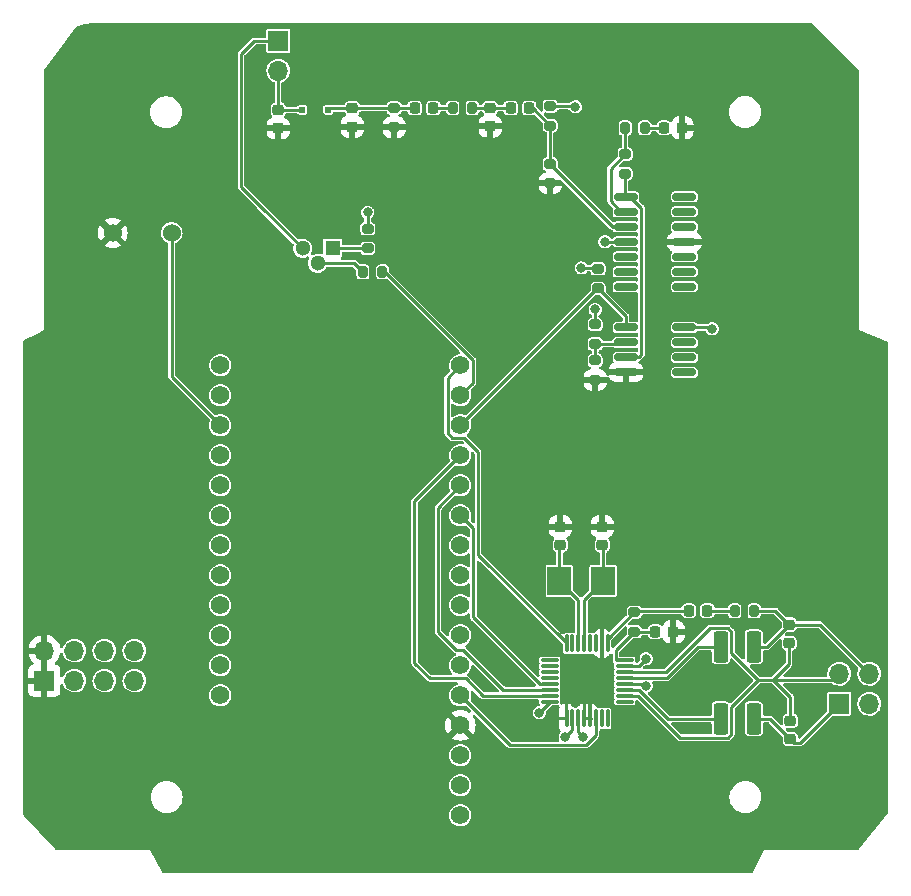
<source format=gtl>
G04 #@! TF.GenerationSoftware,KiCad,Pcbnew,(6.0.4-0)*
G04 #@! TF.CreationDate,2022-05-10T10:58:28-07:00*
G04 #@! TF.ProjectId,Labpass RFID Reader,4c616270-6173-4732-9052-464944205265,0.1.0*
G04 #@! TF.SameCoordinates,Original*
G04 #@! TF.FileFunction,Copper,L1,Top*
G04 #@! TF.FilePolarity,Positive*
%FSLAX46Y46*%
G04 Gerber Fmt 4.6, Leading zero omitted, Abs format (unit mm)*
G04 Created by KiCad (PCBNEW (6.0.4-0)) date 2022-05-10 10:58:28*
%MOMM*%
%LPD*%
G01*
G04 APERTURE LIST*
G04 Aperture macros list*
%AMRoundRect*
0 Rectangle with rounded corners*
0 $1 Rounding radius*
0 $2 $3 $4 $5 $6 $7 $8 $9 X,Y pos of 4 corners*
0 Add a 4 corners polygon primitive as box body*
4,1,4,$2,$3,$4,$5,$6,$7,$8,$9,$2,$3,0*
0 Add four circle primitives for the rounded corners*
1,1,$1+$1,$2,$3*
1,1,$1+$1,$4,$5*
1,1,$1+$1,$6,$7*
1,1,$1+$1,$8,$9*
0 Add four rect primitives between the rounded corners*
20,1,$1+$1,$2,$3,$4,$5,0*
20,1,$1+$1,$4,$5,$6,$7,0*
20,1,$1+$1,$6,$7,$8,$9,0*
20,1,$1+$1,$8,$9,$2,$3,0*%
G04 Aperture macros list end*
G04 #@! TA.AperFunction,ComponentPad*
%ADD10R,1.700000X1.700000*%
G04 #@! TD*
G04 #@! TA.AperFunction,ComponentPad*
%ADD11O,1.700000X1.700000*%
G04 #@! TD*
G04 #@! TA.AperFunction,SMDPad,CuDef*
%ADD12RoundRect,0.225000X-0.225000X-0.250000X0.225000X-0.250000X0.225000X0.250000X-0.225000X0.250000X0*%
G04 #@! TD*
G04 #@! TA.AperFunction,SMDPad,CuDef*
%ADD13RoundRect,0.225000X0.225000X0.250000X-0.225000X0.250000X-0.225000X-0.250000X0.225000X-0.250000X0*%
G04 #@! TD*
G04 #@! TA.AperFunction,SMDPad,CuDef*
%ADD14R,0.500000X0.500000*%
G04 #@! TD*
G04 #@! TA.AperFunction,SMDPad,CuDef*
%ADD15R,2.000000X2.400000*%
G04 #@! TD*
G04 #@! TA.AperFunction,ComponentPad*
%ADD16C,1.524000*%
G04 #@! TD*
G04 #@! TA.AperFunction,SMDPad,CuDef*
%ADD17RoundRect,0.250000X-0.375000X-1.075000X0.375000X-1.075000X0.375000X1.075000X-0.375000X1.075000X0*%
G04 #@! TD*
G04 #@! TA.AperFunction,SMDPad,CuDef*
%ADD18RoundRect,0.225000X-0.250000X0.225000X-0.250000X-0.225000X0.250000X-0.225000X0.250000X0.225000X0*%
G04 #@! TD*
G04 #@! TA.AperFunction,SMDPad,CuDef*
%ADD19RoundRect,0.200000X0.200000X0.275000X-0.200000X0.275000X-0.200000X-0.275000X0.200000X-0.275000X0*%
G04 #@! TD*
G04 #@! TA.AperFunction,SMDPad,CuDef*
%ADD20RoundRect,0.200000X-0.200000X-0.275000X0.200000X-0.275000X0.200000X0.275000X-0.200000X0.275000X0*%
G04 #@! TD*
G04 #@! TA.AperFunction,ComponentPad*
%ADD21R,1.300000X1.300000*%
G04 #@! TD*
G04 #@! TA.AperFunction,ComponentPad*
%ADD22C,1.300000*%
G04 #@! TD*
G04 #@! TA.AperFunction,SMDPad,CuDef*
%ADD23RoundRect,0.200000X-0.275000X0.200000X-0.275000X-0.200000X0.275000X-0.200000X0.275000X0.200000X0*%
G04 #@! TD*
G04 #@! TA.AperFunction,SMDPad,CuDef*
%ADD24RoundRect,0.200000X0.275000X-0.200000X0.275000X0.200000X-0.275000X0.200000X-0.275000X-0.200000X0*%
G04 #@! TD*
G04 #@! TA.AperFunction,SMDPad,CuDef*
%ADD25RoundRect,0.225000X0.250000X-0.225000X0.250000X0.225000X-0.250000X0.225000X-0.250000X-0.225000X0*%
G04 #@! TD*
G04 #@! TA.AperFunction,SMDPad,CuDef*
%ADD26RoundRect,0.150000X-0.825000X-0.150000X0.825000X-0.150000X0.825000X0.150000X-0.825000X0.150000X0*%
G04 #@! TD*
G04 #@! TA.AperFunction,ComponentPad*
%ADD27C,1.574800*%
G04 #@! TD*
G04 #@! TA.AperFunction,SMDPad,CuDef*
%ADD28RoundRect,0.075000X0.675000X-0.075000X0.675000X0.075000X-0.675000X0.075000X-0.675000X-0.075000X0*%
G04 #@! TD*
G04 #@! TA.AperFunction,SMDPad,CuDef*
%ADD29RoundRect,0.075000X0.075000X-0.675000X0.075000X0.675000X-0.075000X0.675000X-0.075000X-0.675000X0*%
G04 #@! TD*
G04 #@! TA.AperFunction,SMDPad,CuDef*
%ADD30RoundRect,0.250000X0.375000X1.075000X-0.375000X1.075000X-0.375000X-1.075000X0.375000X-1.075000X0*%
G04 #@! TD*
G04 #@! TA.AperFunction,ViaPad*
%ADD31C,0.508000*%
G04 #@! TD*
G04 #@! TA.AperFunction,ViaPad*
%ADD32C,0.800000*%
G04 #@! TD*
G04 #@! TA.AperFunction,Conductor*
%ADD33C,0.250000*%
G04 #@! TD*
G04 APERTURE END LIST*
D10*
X175768000Y-116332000D03*
D11*
X175768000Y-113792000D03*
X178308000Y-116332000D03*
X178308000Y-113792000D03*
D10*
X128270000Y-60198000D03*
D11*
X128270000Y-62738000D03*
X116088000Y-111822000D03*
X116088000Y-114362000D03*
X113548000Y-111822000D03*
X113548000Y-114362000D03*
X111008000Y-111822000D03*
X111008000Y-114362000D03*
X108468000Y-111822000D03*
D10*
X108468000Y-114362000D03*
D12*
X163042000Y-108458000D03*
X164592000Y-108458000D03*
D13*
X149516169Y-65882169D03*
X147966169Y-65882169D03*
D14*
X132502000Y-66040000D03*
X130302000Y-66040000D03*
D15*
X155775169Y-105922169D03*
X152075169Y-105922169D03*
D16*
X119250169Y-76456169D03*
X114250169Y-76456169D03*
D17*
X165733169Y-111510169D03*
X168533169Y-111510169D03*
D12*
X160184169Y-110238169D03*
X161734169Y-110238169D03*
D18*
X128270000Y-66040000D03*
X128270000Y-67590000D03*
D19*
X166916169Y-108460169D03*
X168566169Y-108460169D03*
D20*
X157644169Y-67566169D03*
X159294169Y-67566169D03*
D21*
X132866182Y-77760280D03*
D22*
X131596182Y-79030280D03*
X130326182Y-77760280D03*
D23*
X157644169Y-69789169D03*
X157644169Y-71439169D03*
D19*
X137091182Y-79760280D03*
X135441182Y-79760280D03*
D23*
X155104169Y-87252169D03*
X155104169Y-88902169D03*
D24*
X138086169Y-67532169D03*
X138086169Y-65882169D03*
D13*
X162476169Y-67566169D03*
X160926169Y-67566169D03*
D18*
X155703169Y-101322169D03*
X155703169Y-102872169D03*
D23*
X151294169Y-72262000D03*
X151294169Y-70612000D03*
D25*
X152147169Y-102872169D03*
X152147169Y-101322169D03*
D19*
X144690169Y-65882169D03*
X143040169Y-65882169D03*
D12*
X139838169Y-65882169D03*
X141388169Y-65882169D03*
D26*
X162659169Y-73408169D03*
X162659169Y-74678169D03*
X162659169Y-75948169D03*
X162659169Y-77218169D03*
X162659169Y-78488169D03*
X162659169Y-79758169D03*
X162659169Y-81028169D03*
X157709169Y-81028169D03*
X157709169Y-79758169D03*
X157709169Y-78488169D03*
X157709169Y-77218169D03*
X157709169Y-75948169D03*
X157709169Y-74678169D03*
X157709169Y-73408169D03*
D27*
X123366169Y-110535419D03*
X143686169Y-90215419D03*
X123366169Y-87675419D03*
X123366169Y-90215419D03*
X143686169Y-100375419D03*
X143686169Y-92755419D03*
X143686169Y-125775419D03*
X143686169Y-120695419D03*
X143686169Y-97835419D03*
X143686169Y-95295419D03*
X143686169Y-118155419D03*
X123366169Y-113075419D03*
X123366169Y-115615419D03*
X143686169Y-102915419D03*
X143686169Y-105455419D03*
X143686169Y-107995419D03*
X143686169Y-110535419D03*
X143686169Y-113075419D03*
X143686169Y-115615419D03*
X123366169Y-100375419D03*
X123366169Y-95295419D03*
X123366169Y-102915419D03*
X143686169Y-87675419D03*
X123366169Y-97835419D03*
X123366169Y-92755419D03*
X123366169Y-107995419D03*
X123366169Y-105455419D03*
X143686169Y-123235419D03*
D25*
X171526169Y-111172169D03*
X171526169Y-109622169D03*
D26*
X162659169Y-84457169D03*
X162659169Y-85727169D03*
X162659169Y-86997169D03*
X162659169Y-88267169D03*
X157709169Y-88267169D03*
X157709169Y-86997169D03*
X157709169Y-85727169D03*
X157709169Y-84457169D03*
D25*
X171626169Y-119322169D03*
X171626169Y-117772169D03*
D24*
X135851182Y-77760280D03*
X135851182Y-76110280D03*
D28*
X151258169Y-116150169D03*
X151258169Y-115650169D03*
X151258169Y-115150169D03*
X151258169Y-114650169D03*
X151258169Y-114150169D03*
X151258169Y-113650169D03*
X151258169Y-113150169D03*
X151258169Y-112650169D03*
D29*
X152683169Y-111225169D03*
X153183169Y-111225169D03*
X153683169Y-111225169D03*
X154183169Y-111225169D03*
X154683169Y-111225169D03*
X155183169Y-111225169D03*
X155683169Y-111225169D03*
X156183169Y-111225169D03*
D28*
X157608169Y-112650169D03*
X157608169Y-113150169D03*
X157608169Y-113650169D03*
X157608169Y-114150169D03*
X157608169Y-114650169D03*
X157608169Y-115150169D03*
X157608169Y-115650169D03*
X157608169Y-116150169D03*
D29*
X156183169Y-117575169D03*
X155683169Y-117575169D03*
X155183169Y-117575169D03*
X154683169Y-117575169D03*
X154183169Y-117575169D03*
X153683169Y-117575169D03*
X153183169Y-117575169D03*
X152683169Y-117575169D03*
D23*
X155358169Y-79504169D03*
X155358169Y-81154169D03*
D30*
X168533169Y-117604169D03*
X165733169Y-117604169D03*
D18*
X146214169Y-65882169D03*
X146214169Y-67432169D03*
D23*
X155104169Y-84204169D03*
X155104169Y-85854169D03*
D18*
X134530169Y-65910169D03*
X134530169Y-67460169D03*
D23*
X151294169Y-65723000D03*
X151294169Y-67373000D03*
X158406169Y-108588169D03*
X158406169Y-110238169D03*
D31*
X170180000Y-112268000D03*
X164338000Y-114808000D03*
D32*
X155926169Y-77218169D03*
X165010169Y-84584169D03*
X154088169Y-119128169D03*
X153926169Y-79422169D03*
X159422169Y-114810169D03*
X155104169Y-82934169D03*
X152564169Y-119128169D03*
X153416000Y-65786000D03*
X159422169Y-112522000D03*
D31*
X169800000Y-116800000D03*
X148400000Y-114200000D03*
X145400000Y-114200000D03*
X157000000Y-110800000D03*
X163400000Y-118400000D03*
D32*
X135851182Y-74712280D03*
X150368000Y-117094000D03*
D33*
X151294169Y-67373000D02*
X151294169Y-70612000D01*
X157709169Y-75948169D02*
X156630338Y-75948169D01*
X156630338Y-75948169D02*
X151294169Y-70612000D01*
X151294169Y-65723000D02*
X153353000Y-65723000D01*
X153353000Y-65723000D02*
X153416000Y-65786000D01*
X149516169Y-65882169D02*
X149803338Y-65882169D01*
X149803338Y-65882169D02*
X151294169Y-67373000D01*
X128270000Y-62738000D02*
X128270000Y-66040000D01*
X128270000Y-60198000D02*
X126238000Y-60198000D01*
X126238000Y-60198000D02*
X125111089Y-61324911D01*
X125111089Y-72545187D02*
X126739951Y-74174049D01*
X125111089Y-61324911D02*
X125111089Y-72545187D01*
X128270000Y-66040000D02*
X130302000Y-66040000D01*
X130326182Y-77760280D02*
X126739951Y-74174049D01*
X168566169Y-108460169D02*
X170364169Y-108460169D01*
X170364169Y-108460169D02*
X171526169Y-109622169D01*
X175768000Y-113792000D02*
X175260000Y-114300000D01*
X175260000Y-114300000D02*
X170180000Y-114300000D01*
X175768000Y-116332000D02*
X172466000Y-119634000D01*
X172466000Y-119634000D02*
X171938000Y-119634000D01*
X171938000Y-119634000D02*
X171626169Y-119322169D01*
X178308000Y-113792000D02*
X174138169Y-109622169D01*
X174138169Y-109622169D02*
X171526169Y-109622169D01*
X132588000Y-65910169D02*
X134530169Y-65910169D01*
X171626169Y-117772169D02*
X171626169Y-115746169D01*
X171626169Y-115746169D02*
X170180000Y-114300000D01*
X170180000Y-114300000D02*
X168910000Y-114300000D01*
X171526169Y-112953831D02*
X170180000Y-114300000D01*
X171526169Y-111172169D02*
X171526169Y-112953831D01*
X157608169Y-115650169D02*
X158736471Y-115650169D01*
X158736471Y-115650169D02*
X162292391Y-119206089D01*
X166635089Y-116574911D02*
X168910000Y-114300000D01*
X162292391Y-119206089D02*
X166326426Y-119206089D01*
X166635089Y-118897426D02*
X166635089Y-116574911D01*
X166326426Y-119206089D02*
X166635089Y-118897426D01*
X168910000Y-114300000D02*
X166635089Y-112025089D01*
X166635089Y-112025089D02*
X166635089Y-110216912D01*
X166635089Y-110216912D02*
X166326426Y-109908249D01*
X157608169Y-115150169D02*
X158804871Y-115150169D01*
X158804871Y-115150169D02*
X161258871Y-117604169D01*
X161258871Y-117604169D02*
X165733169Y-117604169D01*
X157608169Y-114150169D02*
X157625080Y-114133258D01*
X157625080Y-114133258D02*
X161173782Y-114133258D01*
X161173782Y-114133258D02*
X163796871Y-111510169D01*
X163796871Y-111510169D02*
X165733169Y-111510169D01*
X157608169Y-114650169D02*
X159262169Y-114650169D01*
X159262169Y-114650169D02*
X159422169Y-114810169D01*
X157608169Y-113150169D02*
X158794000Y-113150169D01*
X158794000Y-113150169D02*
X159422169Y-112522000D01*
X155775169Y-105922169D02*
X154183169Y-107514169D01*
X154183169Y-107514169D02*
X154183169Y-111225169D01*
X152075169Y-105922169D02*
X153683169Y-107530169D01*
X153683169Y-107530169D02*
X153683169Y-111225169D01*
X151258169Y-115150169D02*
X147333400Y-115150169D01*
X147333400Y-115150169D02*
X143945400Y-111762169D01*
X143945400Y-111762169D02*
X143340438Y-111762169D01*
X143340438Y-111762169D02*
X141800000Y-110221731D01*
X141800000Y-110221731D02*
X141800000Y-99721588D01*
X141800000Y-99721588D02*
X143686169Y-97835419D01*
X151258169Y-114650169D02*
X150443163Y-114650169D01*
X150443163Y-114650169D02*
X144798080Y-109005086D01*
X144798080Y-101487330D02*
X143686169Y-100375419D01*
X144798080Y-109005086D02*
X144798080Y-101487330D01*
X155183169Y-117575169D02*
X155183169Y-118990467D01*
X155183169Y-118990467D02*
X154368556Y-119805080D01*
X154368556Y-119805080D02*
X147875830Y-119805080D01*
X147875830Y-119805080D02*
X143686169Y-115615419D01*
X153183169Y-117575169D02*
X153183169Y-118509169D01*
X153183169Y-118509169D02*
X152564169Y-119128169D01*
X153683169Y-117575169D02*
X153683169Y-118723169D01*
X153683169Y-118723169D02*
X154088169Y-119128169D01*
X151258169Y-115650169D02*
X145609578Y-115650169D01*
X145609578Y-115650169D02*
X144146739Y-114187330D01*
X139800000Y-99181588D02*
X143686169Y-95295419D01*
X139800000Y-112857900D02*
X139800000Y-99181588D01*
X144146739Y-114187330D02*
X141129430Y-114187330D01*
X141129430Y-114187330D02*
X139800000Y-112857900D01*
X151258169Y-116150169D02*
X151258169Y-116203831D01*
X151258169Y-116203831D02*
X150368000Y-117094000D01*
X164830391Y-109908249D02*
X166326426Y-109908249D01*
X157608169Y-113650169D02*
X161088471Y-113650169D01*
X161088471Y-113650169D02*
X164830391Y-109908249D01*
X163042000Y-108458000D02*
X158536338Y-108458000D01*
X158536338Y-108458000D02*
X158406169Y-108588169D01*
X166916169Y-108460169D02*
X164594169Y-108460169D01*
X164594169Y-108460169D02*
X164592000Y-108458000D01*
X164883169Y-84457169D02*
X165010169Y-84584169D01*
X162659169Y-84457169D02*
X164883169Y-84457169D01*
X155926169Y-77218169D02*
X157709169Y-77218169D01*
X155276169Y-79422169D02*
X155358169Y-79504169D01*
X155104169Y-82934169D02*
X155104169Y-84204169D01*
X153926169Y-79422169D02*
X155276169Y-79422169D01*
X159294169Y-67566169D02*
X160926169Y-67566169D01*
X147966169Y-65882169D02*
X146214169Y-65882169D01*
X146214169Y-65882169D02*
X144690169Y-65882169D01*
X138086169Y-65882169D02*
X134558169Y-65882169D01*
X134558169Y-65882169D02*
X134530169Y-65910169D01*
X139838169Y-65882169D02*
X138086169Y-65882169D01*
X143040169Y-65882169D02*
X141388169Y-65882169D01*
X168533169Y-111510169D02*
X169638169Y-111510169D01*
X169638169Y-111510169D02*
X171526169Y-109622169D01*
X168533169Y-117604169D02*
X169908169Y-117604169D01*
X169908169Y-117604169D02*
X171626169Y-119322169D01*
X132866182Y-77760280D02*
X135851182Y-77760280D01*
X131596182Y-79030280D02*
X134711182Y-79030280D01*
X134711182Y-79030280D02*
X135441182Y-79760280D01*
X143686169Y-92755419D02*
X155287419Y-81154169D01*
X155287419Y-81154169D02*
X155358169Y-81154169D01*
X157709169Y-84457169D02*
X157709169Y-83505169D01*
X157709169Y-83505169D02*
X155358169Y-81154169D01*
X155104169Y-85854169D02*
X155104169Y-87252169D01*
X155104169Y-85854169D02*
X157582169Y-85854169D01*
X157582169Y-85854169D02*
X157709169Y-85727169D01*
X157644169Y-69789169D02*
X156409649Y-71023689D01*
X156409649Y-71023689D02*
X156409649Y-73754721D01*
X156409649Y-73754721D02*
X157333097Y-74678169D01*
X157644169Y-67566169D02*
X157644169Y-69789169D01*
X157333097Y-74678169D02*
X157709169Y-74678169D01*
X157644169Y-71439169D02*
X157644169Y-73343169D01*
X158085241Y-73408169D02*
X159008689Y-74331617D01*
X157644169Y-73343169D02*
X157709169Y-73408169D01*
X159008689Y-74331617D02*
X159008689Y-86775649D01*
X158787169Y-86997169D02*
X157709169Y-86997169D01*
X159008689Y-86775649D02*
X158787169Y-86997169D01*
X157709169Y-73408169D02*
X158085241Y-73408169D01*
X144750480Y-87234566D02*
X144750480Y-89151108D01*
X137276194Y-79760280D02*
X144750480Y-87234566D01*
X144750480Y-89151108D02*
X143686169Y-90215419D01*
X137091182Y-79760280D02*
X137276194Y-79760280D01*
X135851182Y-76110280D02*
X135851182Y-74712280D01*
X142621858Y-88739730D02*
X143686169Y-87675419D01*
X142621858Y-93437858D02*
X142621858Y-88739730D01*
X145200000Y-103742000D02*
X145200000Y-95000000D01*
X143003730Y-93819730D02*
X142621858Y-93437858D01*
X145200000Y-95000000D02*
X144019730Y-93819730D01*
X144019730Y-93819730D02*
X143003730Y-93819730D01*
X152683169Y-111225169D02*
X145200000Y-103742000D01*
X155703169Y-102872169D02*
X155775169Y-102944169D01*
X155775169Y-102944169D02*
X155775169Y-105922169D01*
X152147169Y-102872169D02*
X152075169Y-102944169D01*
X152075169Y-102944169D02*
X152075169Y-105922169D01*
X156870669Y-111773669D02*
X156870669Y-112650169D01*
X158406169Y-110238169D02*
X160184169Y-110238169D01*
X158406169Y-110238169D02*
X156870669Y-111773669D01*
X156183169Y-110811169D02*
X158406169Y-108588169D01*
X119250169Y-88639419D02*
X123366169Y-92755419D01*
X119250169Y-76456169D02*
X119250169Y-88639419D01*
G04 #@! TA.AperFunction,Conductor*
G36*
X173442100Y-58692171D02*
G01*
X173463074Y-58709074D01*
X177389264Y-62635264D01*
X177423290Y-62697576D01*
X177426169Y-62724359D01*
X177426169Y-84672169D01*
X179859791Y-85675213D01*
X179915149Y-85719664D01*
X179937776Y-85791706D01*
X179937776Y-125155377D01*
X179936225Y-125175088D01*
X179933021Y-125195317D01*
X179934572Y-125205110D01*
X179934572Y-125205115D01*
X179934946Y-125207477D01*
X179936409Y-125231887D01*
X179933702Y-125304358D01*
X179926542Y-125495979D01*
X179904012Y-125563303D01*
X179899168Y-125569799D01*
X177464002Y-128624708D01*
X177405900Y-128665508D01*
X177365475Y-128672169D01*
X169426169Y-128672169D01*
X169418573Y-128687361D01*
X168460995Y-130602518D01*
X168412640Y-130654502D01*
X168348297Y-130672169D01*
X118504041Y-130672169D01*
X118435920Y-130652167D01*
X118391343Y-130602518D01*
X117434270Y-128688371D01*
X117426169Y-128672169D01*
X109480216Y-128672169D01*
X109412095Y-128652167D01*
X109388920Y-128633008D01*
X106737690Y-125845721D01*
X106705234Y-125782578D01*
X106704137Y-125775419D01*
X142740690Y-125775419D01*
X142761351Y-125971995D01*
X142822431Y-126159980D01*
X142825734Y-126165702D01*
X142825735Y-126165703D01*
X142917957Y-126325438D01*
X142917960Y-126325442D01*
X142921260Y-126331158D01*
X143053520Y-126478047D01*
X143213429Y-126594228D01*
X143219457Y-126596912D01*
X143219459Y-126596913D01*
X143387969Y-126671938D01*
X143394000Y-126674623D01*
X143490670Y-126695171D01*
X143580883Y-126714347D01*
X143580888Y-126714347D01*
X143587340Y-126715719D01*
X143784998Y-126715719D01*
X143791450Y-126714347D01*
X143791455Y-126714347D01*
X143881668Y-126695171D01*
X143978338Y-126674623D01*
X143984369Y-126671938D01*
X144152879Y-126596913D01*
X144152881Y-126596912D01*
X144158909Y-126594228D01*
X144318818Y-126478047D01*
X144451078Y-126331158D01*
X144454378Y-126325442D01*
X144454381Y-126325438D01*
X144546603Y-126165703D01*
X144546604Y-126165702D01*
X144549907Y-126159980D01*
X144610987Y-125971995D01*
X144631648Y-125775419D01*
X144610987Y-125578843D01*
X144608912Y-125572455D01*
X144553876Y-125403073D01*
X144549907Y-125390858D01*
X144546603Y-125385135D01*
X144454381Y-125225400D01*
X144454378Y-125225396D01*
X144451078Y-125219680D01*
X144446659Y-125214772D01*
X144323233Y-125077694D01*
X144323231Y-125077693D01*
X144318818Y-125072791D01*
X144158909Y-124956610D01*
X144152881Y-124953926D01*
X144152879Y-124953925D01*
X143984369Y-124878900D01*
X143984368Y-124878900D01*
X143978338Y-124876215D01*
X143881668Y-124855667D01*
X143791455Y-124836491D01*
X143791450Y-124836491D01*
X143784998Y-124835119D01*
X143587340Y-124835119D01*
X143580888Y-124836491D01*
X143580883Y-124836491D01*
X143490670Y-124855667D01*
X143394000Y-124876215D01*
X143387970Y-124878900D01*
X143387969Y-124878900D01*
X143219460Y-124953925D01*
X143219458Y-124953926D01*
X143213430Y-124956610D01*
X143053520Y-125072791D01*
X143049107Y-125077693D01*
X143049105Y-125077694D01*
X142925679Y-125214772D01*
X142921260Y-125219680D01*
X142917960Y-125225396D01*
X142917957Y-125225400D01*
X142825735Y-125385135D01*
X142822431Y-125390858D01*
X142818462Y-125403073D01*
X142763427Y-125572455D01*
X142761351Y-125578843D01*
X142740690Y-125775419D01*
X106704137Y-125775419D01*
X106703815Y-125773315D01*
X106698146Y-125724149D01*
X106697417Y-125714738D01*
X106679179Y-125257508D01*
X106680584Y-125233072D01*
X106680896Y-125231069D01*
X106682425Y-125221266D01*
X106679270Y-125201652D01*
X106677671Y-125181642D01*
X106677671Y-124472916D01*
X106677671Y-124232193D01*
X117463637Y-124232193D01*
X117484233Y-124467601D01*
X117485657Y-124472915D01*
X117485657Y-124472916D01*
X117542714Y-124685856D01*
X117545393Y-124695856D01*
X117547715Y-124700836D01*
X117547716Y-124700838D01*
X117642699Y-124904527D01*
X117645261Y-124910022D01*
X117780801Y-125103594D01*
X117947895Y-125270688D01*
X118141467Y-125406228D01*
X118146445Y-125408549D01*
X118146448Y-125408551D01*
X118350651Y-125503773D01*
X118355633Y-125506096D01*
X118360941Y-125507518D01*
X118360943Y-125507519D01*
X118569135Y-125563303D01*
X118583888Y-125567256D01*
X118686978Y-125576275D01*
X118757606Y-125582455D01*
X118757613Y-125582455D01*
X118760330Y-125582693D01*
X118878262Y-125582693D01*
X118880979Y-125582455D01*
X118880986Y-125582455D01*
X118951614Y-125576275D01*
X119054704Y-125567256D01*
X119069457Y-125563303D01*
X119277649Y-125507519D01*
X119277651Y-125507518D01*
X119282959Y-125506096D01*
X119287941Y-125503773D01*
X119492144Y-125408551D01*
X119492147Y-125408549D01*
X119497125Y-125406228D01*
X119690697Y-125270688D01*
X119857791Y-125103594D01*
X119860951Y-125099082D01*
X119990174Y-124914532D01*
X119990177Y-124914527D01*
X119993331Y-124910023D01*
X119995654Y-124905041D01*
X119995657Y-124905036D01*
X120090876Y-124700838D01*
X120090877Y-124700837D01*
X120093199Y-124695856D01*
X120095879Y-124685856D01*
X120152935Y-124472916D01*
X120152935Y-124472915D01*
X120154359Y-124467601D01*
X120174955Y-124232193D01*
X120174080Y-124222193D01*
X166473637Y-124222193D01*
X166494233Y-124457601D01*
X166495657Y-124462915D01*
X166495657Y-124462916D01*
X166498337Y-124472916D01*
X166555393Y-124685856D01*
X166557715Y-124690836D01*
X166557716Y-124690838D01*
X166645412Y-124878900D01*
X166655261Y-124900022D01*
X166790801Y-125093594D01*
X166957895Y-125260688D01*
X167151467Y-125396228D01*
X167156445Y-125398549D01*
X167156448Y-125398551D01*
X167360651Y-125493773D01*
X167365633Y-125496096D01*
X167370941Y-125497518D01*
X167370943Y-125497519D01*
X167588573Y-125555832D01*
X167593888Y-125557256D01*
X167691910Y-125565832D01*
X167767606Y-125572455D01*
X167767613Y-125572455D01*
X167770330Y-125572693D01*
X167888262Y-125572693D01*
X167890979Y-125572455D01*
X167890986Y-125572455D01*
X167966682Y-125565832D01*
X168064704Y-125557256D01*
X168070019Y-125555832D01*
X168287649Y-125497519D01*
X168287651Y-125497518D01*
X168292959Y-125496096D01*
X168297941Y-125493773D01*
X168502144Y-125398551D01*
X168502147Y-125398549D01*
X168507125Y-125396228D01*
X168700697Y-125260688D01*
X168867791Y-125093594D01*
X168870951Y-125089082D01*
X169000174Y-124904532D01*
X169000177Y-124904527D01*
X169003331Y-124900023D01*
X169005654Y-124895041D01*
X169005657Y-124895036D01*
X169100876Y-124690838D01*
X169100877Y-124690837D01*
X169103199Y-124685856D01*
X169160256Y-124472916D01*
X169162935Y-124462916D01*
X169162935Y-124462915D01*
X169164359Y-124457601D01*
X169184955Y-124222193D01*
X169164359Y-123986785D01*
X169107301Y-123773840D01*
X169104622Y-123763840D01*
X169104621Y-123763838D01*
X169103199Y-123758530D01*
X169100876Y-123753548D01*
X169005654Y-123549345D01*
X169005652Y-123549342D01*
X169003331Y-123544364D01*
X168867791Y-123350792D01*
X168700697Y-123183698D01*
X168507125Y-123048158D01*
X168502147Y-123045837D01*
X168502144Y-123045835D01*
X168297941Y-122950613D01*
X168297939Y-122950612D01*
X168292959Y-122948290D01*
X168287651Y-122946868D01*
X168287649Y-122946867D01*
X168070019Y-122888554D01*
X168070018Y-122888554D01*
X168064704Y-122887130D01*
X167961614Y-122878111D01*
X167890986Y-122871931D01*
X167890979Y-122871931D01*
X167888262Y-122871693D01*
X167770330Y-122871693D01*
X167767613Y-122871931D01*
X167767606Y-122871931D01*
X167696978Y-122878111D01*
X167593888Y-122887130D01*
X167588574Y-122888554D01*
X167588573Y-122888554D01*
X167370943Y-122946867D01*
X167370941Y-122946868D01*
X167365633Y-122948290D01*
X167360653Y-122950612D01*
X167360651Y-122950613D01*
X167156448Y-123045835D01*
X167156445Y-123045837D01*
X167151467Y-123048158D01*
X166957895Y-123183698D01*
X166790801Y-123350792D01*
X166787644Y-123355300D01*
X166787642Y-123355303D01*
X166738538Y-123425431D01*
X166655261Y-123544363D01*
X166652938Y-123549345D01*
X166652935Y-123549350D01*
X166620000Y-123619980D01*
X166555393Y-123758530D01*
X166553971Y-123763838D01*
X166553970Y-123763840D01*
X166551291Y-123773840D01*
X166494233Y-123986785D01*
X166473637Y-124222193D01*
X120174080Y-124222193D01*
X120154359Y-123996785D01*
X120151680Y-123986785D01*
X120094622Y-123773840D01*
X120094621Y-123773838D01*
X120093199Y-123768530D01*
X120026597Y-123625703D01*
X119995654Y-123559345D01*
X119995652Y-123559342D01*
X119993331Y-123554364D01*
X119857791Y-123360792D01*
X119732418Y-123235419D01*
X142740690Y-123235419D01*
X142761351Y-123431995D01*
X142822431Y-123619980D01*
X142825734Y-123625702D01*
X142825735Y-123625703D01*
X142917957Y-123785438D01*
X142917960Y-123785442D01*
X142921260Y-123791158D01*
X143053520Y-123938047D01*
X143213429Y-124054228D01*
X143219457Y-124056912D01*
X143219459Y-124056913D01*
X143387969Y-124131938D01*
X143394000Y-124134623D01*
X143490670Y-124155171D01*
X143580883Y-124174347D01*
X143580888Y-124174347D01*
X143587340Y-124175719D01*
X143784998Y-124175719D01*
X143791450Y-124174347D01*
X143791455Y-124174347D01*
X143881668Y-124155171D01*
X143978338Y-124134623D01*
X143984369Y-124131938D01*
X144152879Y-124056913D01*
X144152881Y-124056912D01*
X144158909Y-124054228D01*
X144318818Y-123938047D01*
X144451078Y-123791158D01*
X144454378Y-123785442D01*
X144454381Y-123785438D01*
X144546603Y-123625703D01*
X144546604Y-123625702D01*
X144549907Y-123619980D01*
X144610987Y-123431995D01*
X144631648Y-123235419D01*
X144610987Y-123038843D01*
X144549907Y-122850858D01*
X144546603Y-122845135D01*
X144454381Y-122685400D01*
X144454378Y-122685396D01*
X144451078Y-122679680D01*
X144318818Y-122532791D01*
X144158909Y-122416610D01*
X144152881Y-122413926D01*
X144152879Y-122413925D01*
X143984369Y-122338900D01*
X143984368Y-122338900D01*
X143978338Y-122336215D01*
X143881668Y-122315667D01*
X143791455Y-122296491D01*
X143791450Y-122296491D01*
X143784998Y-122295119D01*
X143587340Y-122295119D01*
X143580888Y-122296491D01*
X143580883Y-122296491D01*
X143490670Y-122315667D01*
X143394000Y-122336215D01*
X143387970Y-122338900D01*
X143387969Y-122338900D01*
X143219460Y-122413925D01*
X143219458Y-122413926D01*
X143213430Y-122416610D01*
X143053520Y-122532791D01*
X142921260Y-122679680D01*
X142917960Y-122685396D01*
X142917957Y-122685400D01*
X142825735Y-122845135D01*
X142822431Y-122850858D01*
X142761351Y-123038843D01*
X142740690Y-123235419D01*
X119732418Y-123235419D01*
X119690697Y-123193698D01*
X119497125Y-123058158D01*
X119492147Y-123055837D01*
X119492144Y-123055835D01*
X119287941Y-122960613D01*
X119287939Y-122960612D01*
X119282959Y-122958290D01*
X119277651Y-122956868D01*
X119277649Y-122956867D01*
X119060019Y-122898554D01*
X119060018Y-122898554D01*
X119054704Y-122897130D01*
X118940406Y-122887130D01*
X118880986Y-122881931D01*
X118880979Y-122881931D01*
X118878262Y-122881693D01*
X118760330Y-122881693D01*
X118757613Y-122881931D01*
X118757606Y-122881931D01*
X118698186Y-122887130D01*
X118583888Y-122897130D01*
X118578574Y-122898554D01*
X118578573Y-122898554D01*
X118360943Y-122956867D01*
X118360941Y-122956868D01*
X118355633Y-122958290D01*
X118350653Y-122960612D01*
X118350651Y-122960613D01*
X118146448Y-123055835D01*
X118146445Y-123055837D01*
X118141467Y-123058158D01*
X117947895Y-123193698D01*
X117780801Y-123360792D01*
X117777644Y-123365300D01*
X117777642Y-123365303D01*
X117648771Y-123549350D01*
X117645261Y-123554363D01*
X117642938Y-123559345D01*
X117642935Y-123559350D01*
X117552379Y-123753548D01*
X117545393Y-123768530D01*
X117543971Y-123773838D01*
X117543970Y-123773840D01*
X117486912Y-123986785D01*
X117484233Y-123996785D01*
X117463637Y-124232193D01*
X106677671Y-124232193D01*
X106677673Y-120695419D01*
X142740690Y-120695419D01*
X142761351Y-120891995D01*
X142822431Y-121079980D01*
X142825734Y-121085702D01*
X142825735Y-121085703D01*
X142917957Y-121245438D01*
X142917960Y-121245442D01*
X142921260Y-121251158D01*
X143053520Y-121398047D01*
X143213429Y-121514228D01*
X143219457Y-121516912D01*
X143219459Y-121516913D01*
X143387969Y-121591938D01*
X143394000Y-121594623D01*
X143490670Y-121615171D01*
X143580883Y-121634347D01*
X143580888Y-121634347D01*
X143587340Y-121635719D01*
X143784998Y-121635719D01*
X143791450Y-121634347D01*
X143791455Y-121634347D01*
X143881668Y-121615171D01*
X143978338Y-121594623D01*
X143984369Y-121591938D01*
X144152879Y-121516913D01*
X144152881Y-121516912D01*
X144158909Y-121514228D01*
X144318818Y-121398047D01*
X144451078Y-121251158D01*
X144454378Y-121245442D01*
X144454381Y-121245438D01*
X144546603Y-121085703D01*
X144546604Y-121085702D01*
X144549907Y-121079980D01*
X144610987Y-120891995D01*
X144631648Y-120695419D01*
X144610987Y-120498843D01*
X144549907Y-120310858D01*
X144546603Y-120305135D01*
X144454381Y-120145400D01*
X144454378Y-120145396D01*
X144451078Y-120139680D01*
X144404055Y-120087456D01*
X144323233Y-119997694D01*
X144323231Y-119997693D01*
X144318818Y-119992791D01*
X144211886Y-119915100D01*
X144164251Y-119880491D01*
X144164250Y-119880490D01*
X144158909Y-119876610D01*
X144152881Y-119873926D01*
X144152879Y-119873925D01*
X143984369Y-119798900D01*
X143984368Y-119798900D01*
X143978338Y-119796215D01*
X143881668Y-119775667D01*
X143791455Y-119756491D01*
X143791450Y-119756491D01*
X143784998Y-119755119D01*
X143587340Y-119755119D01*
X143580888Y-119756491D01*
X143580883Y-119756491D01*
X143490670Y-119775667D01*
X143394000Y-119796215D01*
X143387970Y-119798900D01*
X143387969Y-119798900D01*
X143219460Y-119873925D01*
X143219458Y-119873926D01*
X143213430Y-119876610D01*
X143208089Y-119880490D01*
X143208088Y-119880491D01*
X143147640Y-119924409D01*
X143053520Y-119992791D01*
X143049107Y-119997693D01*
X143049105Y-119997694D01*
X142968283Y-120087456D01*
X142921260Y-120139680D01*
X142917960Y-120145396D01*
X142917957Y-120145400D01*
X142825735Y-120305135D01*
X142822431Y-120310858D01*
X142761351Y-120498843D01*
X142740690Y-120695419D01*
X106677673Y-120695419D01*
X106677674Y-119232434D01*
X142973708Y-119232434D01*
X142983004Y-119244449D01*
X143031490Y-119278399D01*
X143040980Y-119283877D01*
X143236439Y-119375021D01*
X143246735Y-119378769D01*
X143455055Y-119434589D01*
X143465844Y-119436491D01*
X143680694Y-119455288D01*
X143691644Y-119455288D01*
X143906494Y-119436491D01*
X143917283Y-119434589D01*
X144125603Y-119378769D01*
X144135899Y-119375021D01*
X144331358Y-119283877D01*
X144340848Y-119278399D01*
X144390172Y-119243862D01*
X144398546Y-119233386D01*
X144391478Y-119219939D01*
X143698980Y-118527440D01*
X143685037Y-118519827D01*
X143683203Y-118519958D01*
X143676589Y-118524209D01*
X142980135Y-119220664D01*
X142973708Y-119232434D01*
X106677674Y-119232434D01*
X106677675Y-118160894D01*
X142386300Y-118160894D01*
X142405097Y-118375744D01*
X142406999Y-118386533D01*
X142462819Y-118594853D01*
X142466567Y-118605149D01*
X142557711Y-118800608D01*
X142563189Y-118810098D01*
X142597726Y-118859422D01*
X142608202Y-118867796D01*
X142621649Y-118860728D01*
X143314148Y-118168230D01*
X143321761Y-118154287D01*
X143321630Y-118152453D01*
X143317379Y-118145839D01*
X142620924Y-117449385D01*
X142609154Y-117442958D01*
X142597139Y-117452254D01*
X142563189Y-117500740D01*
X142557711Y-117510230D01*
X142466567Y-117705689D01*
X142462819Y-117715985D01*
X142406999Y-117924305D01*
X142405097Y-117935094D01*
X142386300Y-118149944D01*
X142386300Y-118160894D01*
X106677675Y-118160894D01*
X106677677Y-115256669D01*
X107110001Y-115256669D01*
X107110371Y-115263490D01*
X107115895Y-115314352D01*
X107119521Y-115329604D01*
X107164676Y-115450054D01*
X107173214Y-115465649D01*
X107249715Y-115567724D01*
X107262276Y-115580285D01*
X107364351Y-115656786D01*
X107379946Y-115665324D01*
X107500394Y-115710478D01*
X107515649Y-115714105D01*
X107566514Y-115719631D01*
X107573328Y-115720000D01*
X108195885Y-115720000D01*
X108211124Y-115715525D01*
X108212329Y-115714135D01*
X108214000Y-115706452D01*
X108214000Y-115701884D01*
X108722000Y-115701884D01*
X108726475Y-115717123D01*
X108727865Y-115718328D01*
X108735548Y-115719999D01*
X109362669Y-115719999D01*
X109369490Y-115719629D01*
X109420352Y-115714105D01*
X109435604Y-115710479D01*
X109556054Y-115665324D01*
X109571649Y-115656786D01*
X109626845Y-115615419D01*
X122420690Y-115615419D01*
X122421380Y-115621984D01*
X122431380Y-115717123D01*
X122441351Y-115811995D01*
X122443391Y-115818272D01*
X122443391Y-115818274D01*
X122465620Y-115886686D01*
X122502431Y-115999980D01*
X122505734Y-116005702D01*
X122505735Y-116005703D01*
X122597957Y-116165438D01*
X122597960Y-116165442D01*
X122601260Y-116171158D01*
X122605678Y-116176065D01*
X122605679Y-116176066D01*
X122727900Y-116311805D01*
X122733520Y-116318047D01*
X122738859Y-116321926D01*
X122870510Y-116417576D01*
X122893429Y-116434228D01*
X122899457Y-116436912D01*
X122899459Y-116436913D01*
X123067967Y-116511937D01*
X123074000Y-116514623D01*
X123170670Y-116535171D01*
X123260883Y-116554347D01*
X123260888Y-116554347D01*
X123267340Y-116555719D01*
X123464998Y-116555719D01*
X123471450Y-116554347D01*
X123471455Y-116554347D01*
X123561668Y-116535171D01*
X123658338Y-116514623D01*
X123664371Y-116511937D01*
X123832879Y-116436913D01*
X123832881Y-116436912D01*
X123838909Y-116434228D01*
X123861829Y-116417576D01*
X123993479Y-116321926D01*
X123998818Y-116318047D01*
X124004439Y-116311805D01*
X124126659Y-116176066D01*
X124126660Y-116176065D01*
X124131078Y-116171158D01*
X124134378Y-116165442D01*
X124134381Y-116165438D01*
X124226603Y-116005703D01*
X124226604Y-116005702D01*
X124229907Y-115999980D01*
X124266718Y-115886686D01*
X124288947Y-115818274D01*
X124288947Y-115818272D01*
X124290987Y-115811995D01*
X124300959Y-115717123D01*
X124310958Y-115621984D01*
X124311648Y-115615419D01*
X124303861Y-115541330D01*
X124291677Y-115425407D01*
X124291677Y-115425406D01*
X124290987Y-115418843D01*
X124288771Y-115412021D01*
X124248269Y-115287371D01*
X124229907Y-115230858D01*
X124226603Y-115225135D01*
X124134381Y-115065400D01*
X124134378Y-115065396D01*
X124131078Y-115059680D01*
X124119351Y-115046656D01*
X124003233Y-114917694D01*
X124003231Y-114917693D01*
X123998818Y-114912791D01*
X123885099Y-114830169D01*
X123844251Y-114800491D01*
X123844250Y-114800490D01*
X123838909Y-114796610D01*
X123832881Y-114793926D01*
X123832879Y-114793925D01*
X123664369Y-114718900D01*
X123664368Y-114718900D01*
X123658338Y-114716215D01*
X123561668Y-114695667D01*
X123471455Y-114676491D01*
X123471450Y-114676491D01*
X123464998Y-114675119D01*
X123267340Y-114675119D01*
X123260888Y-114676491D01*
X123260883Y-114676491D01*
X123170670Y-114695667D01*
X123074000Y-114716215D01*
X123067970Y-114718900D01*
X123067969Y-114718900D01*
X122899460Y-114793925D01*
X122899458Y-114793926D01*
X122893430Y-114796610D01*
X122888089Y-114800490D01*
X122888088Y-114800491D01*
X122823885Y-114847137D01*
X122733520Y-114912791D01*
X122729107Y-114917693D01*
X122729105Y-114917694D01*
X122612987Y-115046656D01*
X122601260Y-115059680D01*
X122597960Y-115065396D01*
X122597957Y-115065400D01*
X122505735Y-115225135D01*
X122502431Y-115230858D01*
X122484069Y-115287371D01*
X122443568Y-115412021D01*
X122441351Y-115418843D01*
X122440661Y-115425406D01*
X122440661Y-115425407D01*
X122428477Y-115541330D01*
X122420690Y-115615419D01*
X109626845Y-115615419D01*
X109673724Y-115580285D01*
X109686285Y-115567724D01*
X109762786Y-115465649D01*
X109771324Y-115450054D01*
X109816478Y-115329606D01*
X109820105Y-115314351D01*
X109825631Y-115263486D01*
X109826000Y-115256672D01*
X109826000Y-114773023D01*
X109846002Y-114704902D01*
X109899658Y-114658409D01*
X109969932Y-114648305D01*
X110034512Y-114677799D01*
X110069153Y-114726642D01*
X110069316Y-114727053D01*
X110071015Y-114732979D01*
X110073830Y-114738456D01*
X110073831Y-114738459D01*
X110158101Y-114902431D01*
X110160916Y-114907908D01*
X110164739Y-114912732D01*
X110164742Y-114912736D01*
X110232655Y-114998420D01*
X110283083Y-115062044D01*
X110432862Y-115189516D01*
X110438240Y-115192522D01*
X110438242Y-115192523D01*
X110459676Y-115204502D01*
X110604547Y-115285467D01*
X110791600Y-115346244D01*
X110986895Y-115369532D01*
X110993030Y-115369060D01*
X110993032Y-115369060D01*
X111176852Y-115354916D01*
X111176856Y-115354915D01*
X111182994Y-115354443D01*
X111372428Y-115301552D01*
X111377932Y-115298772D01*
X111377934Y-115298771D01*
X111542480Y-115215653D01*
X111542482Y-115215652D01*
X111547981Y-115212874D01*
X111702966Y-115091786D01*
X111706992Y-115087122D01*
X111706995Y-115087119D01*
X111827451Y-114947569D01*
X111827452Y-114947567D01*
X111831480Y-114942901D01*
X111928628Y-114771890D01*
X111990710Y-114585266D01*
X112015360Y-114390138D01*
X112015753Y-114362000D01*
X112014373Y-114347930D01*
X112540345Y-114347930D01*
X112543725Y-114388178D01*
X112554357Y-114514786D01*
X112556803Y-114543919D01*
X112558502Y-114549844D01*
X112605994Y-114715467D01*
X112611015Y-114732979D01*
X112613830Y-114738456D01*
X112613831Y-114738459D01*
X112698101Y-114902431D01*
X112700916Y-114907908D01*
X112704739Y-114912732D01*
X112704742Y-114912736D01*
X112772655Y-114998420D01*
X112823083Y-115062044D01*
X112972862Y-115189516D01*
X112978240Y-115192522D01*
X112978242Y-115192523D01*
X112999676Y-115204502D01*
X113144547Y-115285467D01*
X113331600Y-115346244D01*
X113526895Y-115369532D01*
X113533030Y-115369060D01*
X113533032Y-115369060D01*
X113716852Y-115354916D01*
X113716856Y-115354915D01*
X113722994Y-115354443D01*
X113912428Y-115301552D01*
X113917932Y-115298772D01*
X113917934Y-115298771D01*
X114082480Y-115215653D01*
X114082482Y-115215652D01*
X114087981Y-115212874D01*
X114242966Y-115091786D01*
X114246992Y-115087122D01*
X114246995Y-115087119D01*
X114367451Y-114947569D01*
X114367452Y-114947567D01*
X114371480Y-114942901D01*
X114468628Y-114771890D01*
X114530710Y-114585266D01*
X114555360Y-114390138D01*
X114555753Y-114362000D01*
X114554373Y-114347930D01*
X115080345Y-114347930D01*
X115083725Y-114388178D01*
X115094357Y-114514786D01*
X115096803Y-114543919D01*
X115098502Y-114549844D01*
X115145994Y-114715467D01*
X115151015Y-114732979D01*
X115153830Y-114738456D01*
X115153831Y-114738459D01*
X115238101Y-114902431D01*
X115240916Y-114907908D01*
X115244739Y-114912732D01*
X115244742Y-114912736D01*
X115312655Y-114998420D01*
X115363083Y-115062044D01*
X115512862Y-115189516D01*
X115518240Y-115192522D01*
X115518242Y-115192523D01*
X115539676Y-115204502D01*
X115684547Y-115285467D01*
X115871600Y-115346244D01*
X116066895Y-115369532D01*
X116073030Y-115369060D01*
X116073032Y-115369060D01*
X116256852Y-115354916D01*
X116256856Y-115354915D01*
X116262994Y-115354443D01*
X116452428Y-115301552D01*
X116457932Y-115298772D01*
X116457934Y-115298771D01*
X116622480Y-115215653D01*
X116622482Y-115215652D01*
X116627981Y-115212874D01*
X116782966Y-115091786D01*
X116786992Y-115087122D01*
X116786995Y-115087119D01*
X116907451Y-114947569D01*
X116907452Y-114947567D01*
X116911480Y-114942901D01*
X117008628Y-114771890D01*
X117070710Y-114585266D01*
X117095360Y-114390138D01*
X117095753Y-114362000D01*
X117076561Y-114166260D01*
X117019714Y-113977975D01*
X116972633Y-113889428D01*
X116930273Y-113809760D01*
X116930271Y-113809757D01*
X116927379Y-113804318D01*
X116923489Y-113799548D01*
X116923486Y-113799544D01*
X116806967Y-113656678D01*
X116806964Y-113656675D01*
X116803072Y-113651903D01*
X116786422Y-113638129D01*
X116656278Y-113530464D01*
X116656274Y-113530462D01*
X116651528Y-113526535D01*
X116478520Y-113432990D01*
X116290637Y-113374830D01*
X116284519Y-113374187D01*
X116284514Y-113374186D01*
X116101164Y-113354916D01*
X116101162Y-113354916D01*
X116095035Y-113354272D01*
X116036434Y-113359605D01*
X115905305Y-113371538D01*
X115905302Y-113371539D01*
X115899166Y-113372097D01*
X115710489Y-113427628D01*
X115536192Y-113518748D01*
X115382912Y-113641988D01*
X115378954Y-113646705D01*
X115378952Y-113646707D01*
X115334973Y-113699119D01*
X115256489Y-113792653D01*
X115161739Y-113965004D01*
X115159878Y-113970871D01*
X115159877Y-113970873D01*
X115152101Y-113995387D01*
X115102269Y-114152476D01*
X115088726Y-114273217D01*
X115082084Y-114332431D01*
X115080345Y-114347930D01*
X114554373Y-114347930D01*
X114536561Y-114166260D01*
X114479714Y-113977975D01*
X114432633Y-113889428D01*
X114390273Y-113809760D01*
X114390271Y-113809757D01*
X114387379Y-113804318D01*
X114383489Y-113799548D01*
X114383486Y-113799544D01*
X114266967Y-113656678D01*
X114266964Y-113656675D01*
X114263072Y-113651903D01*
X114246422Y-113638129D01*
X114116278Y-113530464D01*
X114116274Y-113530462D01*
X114111528Y-113526535D01*
X113938520Y-113432990D01*
X113750637Y-113374830D01*
X113744519Y-113374187D01*
X113744514Y-113374186D01*
X113561164Y-113354916D01*
X113561162Y-113354916D01*
X113555035Y-113354272D01*
X113496434Y-113359605D01*
X113365305Y-113371538D01*
X113365302Y-113371539D01*
X113359166Y-113372097D01*
X113170489Y-113427628D01*
X112996192Y-113518748D01*
X112842912Y-113641988D01*
X112838954Y-113646705D01*
X112838952Y-113646707D01*
X112794973Y-113699119D01*
X112716489Y-113792653D01*
X112621739Y-113965004D01*
X112619878Y-113970871D01*
X112619877Y-113970873D01*
X112612101Y-113995387D01*
X112562269Y-114152476D01*
X112548726Y-114273217D01*
X112542084Y-114332431D01*
X112540345Y-114347930D01*
X112014373Y-114347930D01*
X111996561Y-114166260D01*
X111939714Y-113977975D01*
X111892633Y-113889428D01*
X111850273Y-113809760D01*
X111850271Y-113809757D01*
X111847379Y-113804318D01*
X111843489Y-113799548D01*
X111843486Y-113799544D01*
X111726967Y-113656678D01*
X111726964Y-113656675D01*
X111723072Y-113651903D01*
X111706422Y-113638129D01*
X111576278Y-113530464D01*
X111576274Y-113530462D01*
X111571528Y-113526535D01*
X111398520Y-113432990D01*
X111210637Y-113374830D01*
X111204519Y-113374187D01*
X111204514Y-113374186D01*
X111021164Y-113354916D01*
X111021162Y-113354916D01*
X111015035Y-113354272D01*
X110956434Y-113359605D01*
X110825305Y-113371538D01*
X110825302Y-113371539D01*
X110819166Y-113372097D01*
X110630489Y-113427628D01*
X110456192Y-113518748D01*
X110302912Y-113641988D01*
X110298954Y-113646705D01*
X110298952Y-113646707D01*
X110254973Y-113699119D01*
X110176489Y-113792653D01*
X110081739Y-113965004D01*
X110075753Y-113983875D01*
X110072101Y-113995387D01*
X110032437Y-114054270D01*
X109967234Y-114082362D01*
X109897195Y-114070744D01*
X109844555Y-114023104D01*
X109825999Y-113957287D01*
X109825999Y-113467331D01*
X109825629Y-113460510D01*
X109820105Y-113409648D01*
X109816479Y-113394396D01*
X109771324Y-113273946D01*
X109762786Y-113258351D01*
X109686285Y-113156276D01*
X109673724Y-113143715D01*
X109582597Y-113075419D01*
X122420690Y-113075419D01*
X122421380Y-113081984D01*
X122439427Y-113253685D01*
X122441351Y-113271995D01*
X122443391Y-113278272D01*
X122443391Y-113278274D01*
X122451074Y-113301920D01*
X122502431Y-113459980D01*
X122505734Y-113465702D01*
X122505735Y-113465703D01*
X122597957Y-113625438D01*
X122597960Y-113625442D01*
X122601260Y-113631158D01*
X122605678Y-113636065D01*
X122605679Y-113636066D01*
X122727900Y-113771805D01*
X122733520Y-113778047D01*
X122738859Y-113781926D01*
X122885010Y-113888111D01*
X122893429Y-113894228D01*
X122899457Y-113896912D01*
X122899459Y-113896913D01*
X123065577Y-113970873D01*
X123074000Y-113974623D01*
X123137329Y-113988084D01*
X123260883Y-114014347D01*
X123260888Y-114014347D01*
X123267340Y-114015719D01*
X123464998Y-114015719D01*
X123471450Y-114014347D01*
X123471455Y-114014347D01*
X123595009Y-113988084D01*
X123658338Y-113974623D01*
X123666761Y-113970873D01*
X123832879Y-113896913D01*
X123832881Y-113896912D01*
X123838909Y-113894228D01*
X123847329Y-113888111D01*
X123993479Y-113781926D01*
X123998818Y-113778047D01*
X124004439Y-113771805D01*
X124126659Y-113636066D01*
X124126660Y-113636065D01*
X124131078Y-113631158D01*
X124134378Y-113625442D01*
X124134381Y-113625438D01*
X124226603Y-113465703D01*
X124226604Y-113465702D01*
X124229907Y-113459980D01*
X124281264Y-113301920D01*
X124288947Y-113278274D01*
X124288947Y-113278272D01*
X124290987Y-113271995D01*
X124292912Y-113253685D01*
X124310958Y-113081984D01*
X124311648Y-113075419D01*
X124308746Y-113047805D01*
X124291677Y-112885407D01*
X124291677Y-112885406D01*
X124290987Y-112878843D01*
X124285245Y-112861169D01*
X124248269Y-112747371D01*
X124229907Y-112690858D01*
X124221339Y-112676017D01*
X124134381Y-112525400D01*
X124134378Y-112525396D01*
X124131078Y-112519680D01*
X124126659Y-112514772D01*
X124003233Y-112377694D01*
X124003231Y-112377693D01*
X123998818Y-112372791D01*
X123911594Y-112309419D01*
X123844251Y-112260491D01*
X123844250Y-112260490D01*
X123838909Y-112256610D01*
X123832881Y-112253926D01*
X123832879Y-112253925D01*
X123664369Y-112178900D01*
X123664368Y-112178900D01*
X123658338Y-112176215D01*
X123561668Y-112155667D01*
X123471455Y-112136491D01*
X123471450Y-112136491D01*
X123464998Y-112135119D01*
X123267340Y-112135119D01*
X123260888Y-112136491D01*
X123260883Y-112136491D01*
X123170670Y-112155667D01*
X123074000Y-112176215D01*
X123067970Y-112178900D01*
X123067969Y-112178900D01*
X122899460Y-112253925D01*
X122899458Y-112253926D01*
X122893430Y-112256610D01*
X122888089Y-112260490D01*
X122888088Y-112260491D01*
X122804807Y-112320998D01*
X122733520Y-112372791D01*
X122729107Y-112377693D01*
X122729105Y-112377694D01*
X122605679Y-112514772D01*
X122601260Y-112519680D01*
X122597960Y-112525396D01*
X122597957Y-112525400D01*
X122510999Y-112676017D01*
X122502431Y-112690858D01*
X122484069Y-112747371D01*
X122447094Y-112861169D01*
X122441351Y-112878843D01*
X122440661Y-112885406D01*
X122440661Y-112885407D01*
X122423592Y-113047805D01*
X122420690Y-113075419D01*
X109582597Y-113075419D01*
X109571649Y-113067214D01*
X109556054Y-113058676D01*
X109445297Y-113017155D01*
X109388533Y-112974513D01*
X109363833Y-112907952D01*
X109379040Y-112838603D01*
X109400587Y-112809922D01*
X109502057Y-112708805D01*
X109508730Y-112700965D01*
X109633003Y-112528020D01*
X109638313Y-112519183D01*
X109732670Y-112328267D01*
X109736469Y-112318672D01*
X109798377Y-112114911D01*
X109799950Y-112107636D01*
X109833899Y-112045282D01*
X109896170Y-112011181D01*
X109966992Y-112016160D01*
X110023879Y-112058637D01*
X110044221Y-112099537D01*
X110053541Y-112132039D01*
X110069174Y-112186557D01*
X110071015Y-112192979D01*
X110073830Y-112198456D01*
X110073831Y-112198459D01*
X110158101Y-112362431D01*
X110160916Y-112367908D01*
X110164739Y-112372732D01*
X110164742Y-112372736D01*
X110272882Y-112509174D01*
X110283083Y-112522044D01*
X110287777Y-112526038D01*
X110287777Y-112526039D01*
X110388692Y-112611924D01*
X110432862Y-112649516D01*
X110438240Y-112652522D01*
X110438242Y-112652523D01*
X110506835Y-112690858D01*
X110604547Y-112745467D01*
X110791600Y-112806244D01*
X110986895Y-112829532D01*
X110993030Y-112829060D01*
X110993032Y-112829060D01*
X111176852Y-112814916D01*
X111176856Y-112814915D01*
X111182994Y-112814443D01*
X111372428Y-112761552D01*
X111377932Y-112758772D01*
X111377934Y-112758771D01*
X111542480Y-112675653D01*
X111542482Y-112675652D01*
X111547981Y-112672874D01*
X111702966Y-112551786D01*
X111706992Y-112547122D01*
X111706995Y-112547119D01*
X111827451Y-112407569D01*
X111827452Y-112407567D01*
X111831480Y-112402901D01*
X111928628Y-112231890D01*
X111990710Y-112045266D01*
X112015360Y-111850138D01*
X112015753Y-111822000D01*
X112014373Y-111807930D01*
X112540345Y-111807930D01*
X112543889Y-111850138D01*
X112554984Y-111982253D01*
X112556803Y-112003919D01*
X112558502Y-112009844D01*
X112609174Y-112186557D01*
X112611015Y-112192979D01*
X112613830Y-112198456D01*
X112613831Y-112198459D01*
X112698101Y-112362431D01*
X112700916Y-112367908D01*
X112704739Y-112372732D01*
X112704742Y-112372736D01*
X112812882Y-112509174D01*
X112823083Y-112522044D01*
X112827777Y-112526038D01*
X112827777Y-112526039D01*
X112928692Y-112611924D01*
X112972862Y-112649516D01*
X112978240Y-112652522D01*
X112978242Y-112652523D01*
X113046835Y-112690858D01*
X113144547Y-112745467D01*
X113331600Y-112806244D01*
X113526895Y-112829532D01*
X113533030Y-112829060D01*
X113533032Y-112829060D01*
X113716852Y-112814916D01*
X113716856Y-112814915D01*
X113722994Y-112814443D01*
X113912428Y-112761552D01*
X113917932Y-112758772D01*
X113917934Y-112758771D01*
X114082480Y-112675653D01*
X114082482Y-112675652D01*
X114087981Y-112672874D01*
X114242966Y-112551786D01*
X114246992Y-112547122D01*
X114246995Y-112547119D01*
X114367451Y-112407569D01*
X114367452Y-112407567D01*
X114371480Y-112402901D01*
X114468628Y-112231890D01*
X114530710Y-112045266D01*
X114555360Y-111850138D01*
X114555753Y-111822000D01*
X114554373Y-111807930D01*
X115080345Y-111807930D01*
X115083889Y-111850138D01*
X115094984Y-111982253D01*
X115096803Y-112003919D01*
X115098502Y-112009844D01*
X115149174Y-112186557D01*
X115151015Y-112192979D01*
X115153830Y-112198456D01*
X115153831Y-112198459D01*
X115238101Y-112362431D01*
X115240916Y-112367908D01*
X115244739Y-112372732D01*
X115244742Y-112372736D01*
X115352882Y-112509174D01*
X115363083Y-112522044D01*
X115367777Y-112526038D01*
X115367777Y-112526039D01*
X115468692Y-112611924D01*
X115512862Y-112649516D01*
X115518240Y-112652522D01*
X115518242Y-112652523D01*
X115586835Y-112690858D01*
X115684547Y-112745467D01*
X115871600Y-112806244D01*
X116066895Y-112829532D01*
X116073030Y-112829060D01*
X116073032Y-112829060D01*
X116256852Y-112814916D01*
X116256856Y-112814915D01*
X116262994Y-112814443D01*
X116452428Y-112761552D01*
X116457932Y-112758772D01*
X116457934Y-112758771D01*
X116622480Y-112675653D01*
X116622482Y-112675652D01*
X116627981Y-112672874D01*
X116782966Y-112551786D01*
X116786992Y-112547122D01*
X116786995Y-112547119D01*
X116907451Y-112407569D01*
X116907452Y-112407567D01*
X116911480Y-112402901D01*
X117008628Y-112231890D01*
X117070710Y-112045266D01*
X117095360Y-111850138D01*
X117095753Y-111822000D01*
X117076561Y-111626260D01*
X117019714Y-111437975D01*
X116954476Y-111315280D01*
X116930273Y-111269760D01*
X116930271Y-111269757D01*
X116927379Y-111264318D01*
X116923489Y-111259548D01*
X116923486Y-111259544D01*
X116806967Y-111116678D01*
X116806964Y-111116675D01*
X116803072Y-111111903D01*
X116786422Y-111098129D01*
X116656278Y-110990464D01*
X116656274Y-110990462D01*
X116651528Y-110986535D01*
X116478520Y-110892990D01*
X116290637Y-110834830D01*
X116284519Y-110834187D01*
X116284514Y-110834186D01*
X116101164Y-110814916D01*
X116101162Y-110814916D01*
X116095035Y-110814272D01*
X116012199Y-110821810D01*
X115905305Y-110831538D01*
X115905302Y-110831539D01*
X115899166Y-110832097D01*
X115710489Y-110887628D01*
X115536192Y-110978748D01*
X115382912Y-111101988D01*
X115378954Y-111106705D01*
X115378952Y-111106707D01*
X115347115Y-111144649D01*
X115256489Y-111252653D01*
X115161739Y-111425004D01*
X115159878Y-111430871D01*
X115159877Y-111430873D01*
X115132855Y-111516056D01*
X115102269Y-111612476D01*
X115080345Y-111807930D01*
X114554373Y-111807930D01*
X114536561Y-111626260D01*
X114479714Y-111437975D01*
X114414476Y-111315280D01*
X114390273Y-111269760D01*
X114390271Y-111269757D01*
X114387379Y-111264318D01*
X114383489Y-111259548D01*
X114383486Y-111259544D01*
X114266967Y-111116678D01*
X114266964Y-111116675D01*
X114263072Y-111111903D01*
X114246422Y-111098129D01*
X114116278Y-110990464D01*
X114116274Y-110990462D01*
X114111528Y-110986535D01*
X113938520Y-110892990D01*
X113750637Y-110834830D01*
X113744519Y-110834187D01*
X113744514Y-110834186D01*
X113561164Y-110814916D01*
X113561162Y-110814916D01*
X113555035Y-110814272D01*
X113472199Y-110821810D01*
X113365305Y-110831538D01*
X113365302Y-110831539D01*
X113359166Y-110832097D01*
X113170489Y-110887628D01*
X112996192Y-110978748D01*
X112842912Y-111101988D01*
X112838954Y-111106705D01*
X112838952Y-111106707D01*
X112807115Y-111144649D01*
X112716489Y-111252653D01*
X112621739Y-111425004D01*
X112619878Y-111430871D01*
X112619877Y-111430873D01*
X112592855Y-111516056D01*
X112562269Y-111612476D01*
X112540345Y-111807930D01*
X112014373Y-111807930D01*
X111996561Y-111626260D01*
X111939714Y-111437975D01*
X111874476Y-111315280D01*
X111850273Y-111269760D01*
X111850271Y-111269757D01*
X111847379Y-111264318D01*
X111843489Y-111259548D01*
X111843486Y-111259544D01*
X111726967Y-111116678D01*
X111726964Y-111116675D01*
X111723072Y-111111903D01*
X111706422Y-111098129D01*
X111576278Y-110990464D01*
X111576274Y-110990462D01*
X111571528Y-110986535D01*
X111398520Y-110892990D01*
X111210637Y-110834830D01*
X111204519Y-110834187D01*
X111204514Y-110834186D01*
X111021164Y-110814916D01*
X111021162Y-110814916D01*
X111015035Y-110814272D01*
X110932199Y-110821810D01*
X110825305Y-110831538D01*
X110825302Y-110831539D01*
X110819166Y-110832097D01*
X110630489Y-110887628D01*
X110456192Y-110978748D01*
X110302912Y-111101988D01*
X110298954Y-111106705D01*
X110298952Y-111106707D01*
X110267115Y-111144649D01*
X110176489Y-111252653D01*
X110081739Y-111425004D01*
X110079878Y-111430871D01*
X110079877Y-111430873D01*
X110041137Y-111552997D01*
X110001473Y-111611881D01*
X109936271Y-111639973D01*
X109866232Y-111628355D01*
X109813592Y-111580716D01*
X109798831Y-111545594D01*
X109759214Y-111387875D01*
X109755894Y-111378124D01*
X109670972Y-111182814D01*
X109666105Y-111173739D01*
X109550426Y-110994926D01*
X109544136Y-110986757D01*
X109400806Y-110829240D01*
X109393273Y-110822215D01*
X109226139Y-110690222D01*
X109217552Y-110684517D01*
X109031117Y-110581599D01*
X109021705Y-110577369D01*
X108903244Y-110535419D01*
X122420690Y-110535419D01*
X122421380Y-110541984D01*
X122432306Y-110645933D01*
X122441351Y-110731995D01*
X122502431Y-110919980D01*
X122505734Y-110925702D01*
X122505735Y-110925703D01*
X122597957Y-111085438D01*
X122597960Y-111085442D01*
X122601260Y-111091158D01*
X122605678Y-111096065D01*
X122605679Y-111096066D01*
X122718028Y-111220841D01*
X122733520Y-111238047D01*
X122893429Y-111354228D01*
X122899457Y-111356912D01*
X122899459Y-111356913D01*
X123065577Y-111430873D01*
X123074000Y-111434623D01*
X123170670Y-111455171D01*
X123260883Y-111474347D01*
X123260888Y-111474347D01*
X123267340Y-111475719D01*
X123464998Y-111475719D01*
X123471450Y-111474347D01*
X123471455Y-111474347D01*
X123561668Y-111455171D01*
X123658338Y-111434623D01*
X123666761Y-111430873D01*
X123832879Y-111356913D01*
X123832881Y-111356912D01*
X123838909Y-111354228D01*
X123998818Y-111238047D01*
X124014311Y-111220841D01*
X124126659Y-111096066D01*
X124126660Y-111096065D01*
X124131078Y-111091158D01*
X124134378Y-111085442D01*
X124134381Y-111085438D01*
X124226603Y-110925703D01*
X124226604Y-110925702D01*
X124229907Y-110919980D01*
X124290987Y-110731995D01*
X124300033Y-110645933D01*
X124310958Y-110541984D01*
X124311648Y-110535419D01*
X124300666Y-110430935D01*
X124291677Y-110345407D01*
X124291677Y-110345406D01*
X124290987Y-110338843D01*
X124281328Y-110309114D01*
X124234953Y-110166388D01*
X124229907Y-110150858D01*
X124204367Y-110106621D01*
X124134381Y-109985400D01*
X124134378Y-109985396D01*
X124131078Y-109979680D01*
X124112663Y-109959228D01*
X124003233Y-109837694D01*
X124003231Y-109837693D01*
X123998818Y-109832791D01*
X123880593Y-109746895D01*
X123844251Y-109720491D01*
X123844250Y-109720490D01*
X123838909Y-109716610D01*
X123832881Y-109713926D01*
X123832879Y-109713925D01*
X123664369Y-109638900D01*
X123664368Y-109638900D01*
X123658338Y-109636215D01*
X123561668Y-109615667D01*
X123471455Y-109596491D01*
X123471450Y-109596491D01*
X123464998Y-109595119D01*
X123267340Y-109595119D01*
X123260888Y-109596491D01*
X123260883Y-109596491D01*
X123170670Y-109615667D01*
X123074000Y-109636215D01*
X123067970Y-109638900D01*
X123067969Y-109638900D01*
X122899460Y-109713925D01*
X122899458Y-109713926D01*
X122893430Y-109716610D01*
X122733520Y-109832791D01*
X122729107Y-109837693D01*
X122729105Y-109837694D01*
X122619675Y-109959228D01*
X122601260Y-109979680D01*
X122597960Y-109985396D01*
X122597957Y-109985400D01*
X122527971Y-110106621D01*
X122502431Y-110150858D01*
X122497385Y-110166388D01*
X122451011Y-110309114D01*
X122441351Y-110338843D01*
X122440661Y-110345406D01*
X122440661Y-110345407D01*
X122431672Y-110430935D01*
X122420690Y-110535419D01*
X108903244Y-110535419D01*
X108820959Y-110506280D01*
X108810988Y-110503646D01*
X108739837Y-110490972D01*
X108726540Y-110492432D01*
X108722000Y-110506989D01*
X108722000Y-115701884D01*
X108214000Y-115701884D01*
X108214000Y-114634115D01*
X108209525Y-114618876D01*
X108208135Y-114617671D01*
X108200452Y-114616000D01*
X107128116Y-114616000D01*
X107112877Y-114620475D01*
X107111672Y-114621865D01*
X107110001Y-114629548D01*
X107110001Y-115256669D01*
X106677677Y-115256669D01*
X106677678Y-114089885D01*
X107110000Y-114089885D01*
X107114475Y-114105124D01*
X107115865Y-114106329D01*
X107123548Y-114108000D01*
X108195885Y-114108000D01*
X108211124Y-114103525D01*
X108212329Y-114102135D01*
X108214000Y-114094452D01*
X108214000Y-112094115D01*
X108209525Y-112078876D01*
X108208135Y-112077671D01*
X108200452Y-112076000D01*
X107151225Y-112076000D01*
X107137694Y-112079973D01*
X107136257Y-112089966D01*
X107166565Y-112224446D01*
X107169645Y-112234275D01*
X107249770Y-112431603D01*
X107254413Y-112440794D01*
X107365694Y-112622388D01*
X107371777Y-112630699D01*
X107511213Y-112791667D01*
X107518578Y-112798881D01*
X107523966Y-112803354D01*
X107563599Y-112862258D01*
X107565095Y-112933239D01*
X107527978Y-112993761D01*
X107487707Y-113018278D01*
X107379948Y-113058675D01*
X107364351Y-113067214D01*
X107262276Y-113143715D01*
X107249715Y-113156276D01*
X107173214Y-113258351D01*
X107164676Y-113273946D01*
X107119522Y-113394394D01*
X107115895Y-113409649D01*
X107110369Y-113460514D01*
X107110000Y-113467328D01*
X107110000Y-114089885D01*
X106677678Y-114089885D01*
X106677680Y-111556183D01*
X107132389Y-111556183D01*
X107133912Y-111564607D01*
X107146292Y-111568000D01*
X108195885Y-111568000D01*
X108211124Y-111563525D01*
X108212329Y-111562135D01*
X108214000Y-111554452D01*
X108214000Y-110505102D01*
X108210082Y-110491758D01*
X108195806Y-110489771D01*
X108157324Y-110495660D01*
X108147288Y-110498051D01*
X107944868Y-110564212D01*
X107935359Y-110568209D01*
X107746463Y-110666542D01*
X107737738Y-110672036D01*
X107567433Y-110799905D01*
X107559726Y-110806748D01*
X107412590Y-110960717D01*
X107406104Y-110968727D01*
X107286098Y-111144649D01*
X107281000Y-111153623D01*
X107191338Y-111346783D01*
X107187775Y-111356470D01*
X107132389Y-111556183D01*
X106677680Y-111556183D01*
X106677682Y-107995419D01*
X122420690Y-107995419D01*
X122421380Y-108001984D01*
X122439750Y-108176758D01*
X122441351Y-108191995D01*
X122443391Y-108198272D01*
X122443391Y-108198274D01*
X122463747Y-108260923D01*
X122502431Y-108379980D01*
X122505734Y-108385702D01*
X122505735Y-108385703D01*
X122597957Y-108545438D01*
X122597960Y-108545442D01*
X122601260Y-108551158D01*
X122605678Y-108556065D01*
X122605679Y-108556066D01*
X122712278Y-108674455D01*
X122733520Y-108698047D01*
X122738859Y-108701926D01*
X122885416Y-108808406D01*
X122893429Y-108814228D01*
X122899457Y-108816912D01*
X122899459Y-108816913D01*
X123067969Y-108891938D01*
X123074000Y-108894623D01*
X123170670Y-108915171D01*
X123260883Y-108934347D01*
X123260888Y-108934347D01*
X123267340Y-108935719D01*
X123464998Y-108935719D01*
X123471450Y-108934347D01*
X123471455Y-108934347D01*
X123561668Y-108915171D01*
X123658338Y-108894623D01*
X123664369Y-108891938D01*
X123832879Y-108816913D01*
X123832881Y-108816912D01*
X123838909Y-108814228D01*
X123846923Y-108808406D01*
X123993479Y-108701926D01*
X123998818Y-108698047D01*
X124020061Y-108674455D01*
X124126659Y-108556066D01*
X124126660Y-108556065D01*
X124131078Y-108551158D01*
X124134378Y-108545442D01*
X124134381Y-108545438D01*
X124226603Y-108385703D01*
X124226604Y-108385702D01*
X124229907Y-108379980D01*
X124268591Y-108260923D01*
X124288947Y-108198274D01*
X124288947Y-108198272D01*
X124290987Y-108191995D01*
X124292589Y-108176758D01*
X124310958Y-108001984D01*
X124311648Y-107995419D01*
X124295555Y-107842300D01*
X124291677Y-107805407D01*
X124291677Y-107805406D01*
X124290987Y-107798843D01*
X124229907Y-107610858D01*
X124226603Y-107605135D01*
X124134381Y-107445400D01*
X124134378Y-107445396D01*
X124131078Y-107439680D01*
X124062125Y-107363100D01*
X124003233Y-107297694D01*
X124003231Y-107297693D01*
X123998818Y-107292791D01*
X123838909Y-107176610D01*
X123832881Y-107173926D01*
X123832879Y-107173925D01*
X123664369Y-107098900D01*
X123664368Y-107098900D01*
X123658338Y-107096215D01*
X123561668Y-107075667D01*
X123471455Y-107056491D01*
X123471450Y-107056491D01*
X123464998Y-107055119D01*
X123267340Y-107055119D01*
X123260888Y-107056491D01*
X123260883Y-107056491D01*
X123170670Y-107075667D01*
X123074000Y-107096215D01*
X123067970Y-107098900D01*
X123067969Y-107098900D01*
X122899460Y-107173925D01*
X122899458Y-107173926D01*
X122893430Y-107176610D01*
X122888089Y-107180490D01*
X122888088Y-107180491D01*
X122830836Y-107222087D01*
X122733520Y-107292791D01*
X122729107Y-107297693D01*
X122729105Y-107297694D01*
X122670213Y-107363100D01*
X122601260Y-107439680D01*
X122597960Y-107445396D01*
X122597957Y-107445400D01*
X122505735Y-107605135D01*
X122502431Y-107610858D01*
X122441351Y-107798843D01*
X122440661Y-107805406D01*
X122440661Y-107805407D01*
X122436783Y-107842300D01*
X122420690Y-107995419D01*
X106677682Y-107995419D01*
X106677684Y-105455419D01*
X122420690Y-105455419D01*
X122441351Y-105651995D01*
X122502431Y-105839980D01*
X122505734Y-105845702D01*
X122505735Y-105845703D01*
X122597957Y-106005438D01*
X122597960Y-106005442D01*
X122601260Y-106011158D01*
X122605678Y-106016065D01*
X122605679Y-106016066D01*
X122712278Y-106134455D01*
X122733520Y-106158047D01*
X122893429Y-106274228D01*
X122899457Y-106276912D01*
X122899459Y-106276913D01*
X123067969Y-106351938D01*
X123074000Y-106354623D01*
X123170670Y-106375171D01*
X123260883Y-106394347D01*
X123260888Y-106394347D01*
X123267340Y-106395719D01*
X123464998Y-106395719D01*
X123471450Y-106394347D01*
X123471455Y-106394347D01*
X123561668Y-106375171D01*
X123658338Y-106354623D01*
X123664369Y-106351938D01*
X123832879Y-106276913D01*
X123832881Y-106276912D01*
X123838909Y-106274228D01*
X123998818Y-106158047D01*
X124020061Y-106134455D01*
X124126659Y-106016066D01*
X124126660Y-106016065D01*
X124131078Y-106011158D01*
X124134378Y-106005442D01*
X124134381Y-106005438D01*
X124226603Y-105845703D01*
X124226604Y-105845702D01*
X124229907Y-105839980D01*
X124290987Y-105651995D01*
X124311648Y-105455419D01*
X124290987Y-105258843D01*
X124229907Y-105070858D01*
X124200180Y-105019369D01*
X124134381Y-104905400D01*
X124134378Y-104905396D01*
X124131078Y-104899680D01*
X124126659Y-104894772D01*
X124003233Y-104757694D01*
X124003231Y-104757693D01*
X123998818Y-104752791D01*
X123935948Y-104707113D01*
X123844251Y-104640491D01*
X123844250Y-104640490D01*
X123838909Y-104636610D01*
X123832881Y-104633926D01*
X123832879Y-104633925D01*
X123664369Y-104558900D01*
X123664368Y-104558900D01*
X123658338Y-104556215D01*
X123561668Y-104535667D01*
X123471455Y-104516491D01*
X123471450Y-104516491D01*
X123464998Y-104515119D01*
X123267340Y-104515119D01*
X123260888Y-104516491D01*
X123260883Y-104516491D01*
X123170670Y-104535667D01*
X123074000Y-104556215D01*
X123067970Y-104558900D01*
X123067969Y-104558900D01*
X122899460Y-104633925D01*
X122899458Y-104633926D01*
X122893430Y-104636610D01*
X122888089Y-104640490D01*
X122888088Y-104640491D01*
X122796392Y-104707112D01*
X122733520Y-104752791D01*
X122729107Y-104757693D01*
X122729105Y-104757694D01*
X122605679Y-104894772D01*
X122601260Y-104899680D01*
X122597960Y-104905396D01*
X122597957Y-104905400D01*
X122532158Y-105019369D01*
X122502431Y-105070858D01*
X122441351Y-105258843D01*
X122420690Y-105455419D01*
X106677684Y-105455419D01*
X106677685Y-102915419D01*
X122420690Y-102915419D01*
X122441351Y-103111995D01*
X122502431Y-103299980D01*
X122505734Y-103305702D01*
X122505735Y-103305703D01*
X122597957Y-103465438D01*
X122597960Y-103465442D01*
X122601260Y-103471158D01*
X122605678Y-103476065D01*
X122605679Y-103476066D01*
X122718606Y-103601483D01*
X122733520Y-103618047D01*
X122738859Y-103621926D01*
X122796487Y-103663795D01*
X122893429Y-103734228D01*
X122899457Y-103736912D01*
X122899459Y-103736913D01*
X123067969Y-103811938D01*
X123074000Y-103814623D01*
X123170670Y-103835171D01*
X123260883Y-103854347D01*
X123260888Y-103854347D01*
X123267340Y-103855719D01*
X123464998Y-103855719D01*
X123471450Y-103854347D01*
X123471455Y-103854347D01*
X123561668Y-103835171D01*
X123658338Y-103814623D01*
X123664369Y-103811938D01*
X123832879Y-103736913D01*
X123832881Y-103736912D01*
X123838909Y-103734228D01*
X123935852Y-103663795D01*
X123993479Y-103621926D01*
X123998818Y-103618047D01*
X124013733Y-103601483D01*
X124126659Y-103476066D01*
X124126660Y-103476065D01*
X124131078Y-103471158D01*
X124134378Y-103465442D01*
X124134381Y-103465438D01*
X124226603Y-103305703D01*
X124226604Y-103305702D01*
X124229907Y-103299980D01*
X124290987Y-103111995D01*
X124311648Y-102915419D01*
X124290987Y-102718843D01*
X124229907Y-102530858D01*
X124168610Y-102424687D01*
X124134381Y-102365400D01*
X124134378Y-102365396D01*
X124131078Y-102359680D01*
X124109091Y-102335261D01*
X124003233Y-102217694D01*
X124003231Y-102217693D01*
X123998818Y-102212791D01*
X123872692Y-102121155D01*
X123844251Y-102100491D01*
X123844250Y-102100490D01*
X123838909Y-102096610D01*
X123832881Y-102093926D01*
X123832879Y-102093925D01*
X123664369Y-102018900D01*
X123664368Y-102018900D01*
X123658338Y-102016215D01*
X123561668Y-101995667D01*
X123471455Y-101976491D01*
X123471450Y-101976491D01*
X123464998Y-101975119D01*
X123267340Y-101975119D01*
X123260888Y-101976491D01*
X123260883Y-101976491D01*
X123170670Y-101995667D01*
X123074000Y-102016215D01*
X123067970Y-102018900D01*
X123067969Y-102018900D01*
X122899460Y-102093925D01*
X122899458Y-102093926D01*
X122893430Y-102096610D01*
X122888089Y-102100490D01*
X122888088Y-102100491D01*
X122778451Y-102180147D01*
X122733520Y-102212791D01*
X122729107Y-102217693D01*
X122729105Y-102217694D01*
X122623247Y-102335261D01*
X122601260Y-102359680D01*
X122597960Y-102365396D01*
X122597957Y-102365400D01*
X122563728Y-102424687D01*
X122502431Y-102530858D01*
X122441351Y-102718843D01*
X122420690Y-102915419D01*
X106677685Y-102915419D01*
X106677687Y-100375419D01*
X122420690Y-100375419D01*
X122441351Y-100571995D01*
X122502431Y-100759980D01*
X122505734Y-100765702D01*
X122505735Y-100765703D01*
X122597957Y-100925438D01*
X122597960Y-100925442D01*
X122601260Y-100931158D01*
X122605678Y-100936065D01*
X122605679Y-100936066D01*
X122724626Y-101068169D01*
X122733520Y-101078047D01*
X122893429Y-101194228D01*
X122899457Y-101196912D01*
X122899459Y-101196913D01*
X123067967Y-101271937D01*
X123074000Y-101274623D01*
X123170670Y-101295171D01*
X123260883Y-101314347D01*
X123260888Y-101314347D01*
X123267340Y-101315719D01*
X123464998Y-101315719D01*
X123471450Y-101314347D01*
X123471455Y-101314347D01*
X123561668Y-101295171D01*
X123658338Y-101274623D01*
X123664371Y-101271937D01*
X123832879Y-101196913D01*
X123832881Y-101196912D01*
X123838909Y-101194228D01*
X123998818Y-101078047D01*
X124007713Y-101068169D01*
X124126659Y-100936066D01*
X124126660Y-100936065D01*
X124131078Y-100931158D01*
X124134378Y-100925442D01*
X124134381Y-100925438D01*
X124226603Y-100765703D01*
X124226604Y-100765702D01*
X124229907Y-100759980D01*
X124290987Y-100571995D01*
X124311648Y-100375419D01*
X124290987Y-100178843D01*
X124229907Y-99990858D01*
X124171035Y-99888888D01*
X124134381Y-99825400D01*
X124134378Y-99825396D01*
X124131078Y-99819680D01*
X124067624Y-99749207D01*
X124003233Y-99677694D01*
X124003231Y-99677693D01*
X123998818Y-99672791D01*
X123937923Y-99628548D01*
X123844251Y-99560491D01*
X123844250Y-99560490D01*
X123838909Y-99556610D01*
X123832881Y-99553926D01*
X123832879Y-99553925D01*
X123664369Y-99478900D01*
X123664368Y-99478900D01*
X123658338Y-99476215D01*
X123561668Y-99455667D01*
X123471455Y-99436491D01*
X123471450Y-99436491D01*
X123464998Y-99435119D01*
X123267340Y-99435119D01*
X123260888Y-99436491D01*
X123260883Y-99436491D01*
X123170670Y-99455667D01*
X123074000Y-99476215D01*
X123067970Y-99478900D01*
X123067969Y-99478900D01*
X122899460Y-99553925D01*
X122899458Y-99553926D01*
X122893430Y-99556610D01*
X122733520Y-99672791D01*
X122729107Y-99677693D01*
X122729105Y-99677694D01*
X122664714Y-99749207D01*
X122601260Y-99819680D01*
X122597960Y-99825396D01*
X122597957Y-99825400D01*
X122561303Y-99888888D01*
X122502431Y-99990858D01*
X122441351Y-100178843D01*
X122420690Y-100375419D01*
X106677687Y-100375419D01*
X106677689Y-97835419D01*
X122420690Y-97835419D01*
X122441351Y-98031995D01*
X122502431Y-98219980D01*
X122505734Y-98225702D01*
X122505735Y-98225703D01*
X122597957Y-98385438D01*
X122597960Y-98385442D01*
X122601260Y-98391158D01*
X122733520Y-98538047D01*
X122893429Y-98654228D01*
X122899457Y-98656912D01*
X122899459Y-98656913D01*
X123067967Y-98731937D01*
X123074000Y-98734623D01*
X123170670Y-98755171D01*
X123260883Y-98774347D01*
X123260888Y-98774347D01*
X123267340Y-98775719D01*
X123464998Y-98775719D01*
X123471450Y-98774347D01*
X123471455Y-98774347D01*
X123561668Y-98755171D01*
X123658338Y-98734623D01*
X123664371Y-98731937D01*
X123832879Y-98656913D01*
X123832881Y-98656912D01*
X123838909Y-98654228D01*
X123998818Y-98538047D01*
X124131078Y-98391158D01*
X124134378Y-98385442D01*
X124134381Y-98385438D01*
X124226603Y-98225703D01*
X124226604Y-98225702D01*
X124229907Y-98219980D01*
X124290987Y-98031995D01*
X124311648Y-97835419D01*
X124290987Y-97638843D01*
X124229907Y-97450858D01*
X124226603Y-97445135D01*
X124134381Y-97285400D01*
X124134378Y-97285396D01*
X124131078Y-97279680D01*
X123998818Y-97132791D01*
X123838909Y-97016610D01*
X123832881Y-97013926D01*
X123832879Y-97013925D01*
X123664369Y-96938900D01*
X123664368Y-96938900D01*
X123658338Y-96936215D01*
X123561668Y-96915667D01*
X123471455Y-96896491D01*
X123471450Y-96896491D01*
X123464998Y-96895119D01*
X123267340Y-96895119D01*
X123260888Y-96896491D01*
X123260883Y-96896491D01*
X123170670Y-96915667D01*
X123074000Y-96936215D01*
X123067970Y-96938900D01*
X123067969Y-96938900D01*
X122899460Y-97013925D01*
X122899458Y-97013926D01*
X122893430Y-97016610D01*
X122733520Y-97132791D01*
X122601260Y-97279680D01*
X122597960Y-97285396D01*
X122597957Y-97285400D01*
X122505735Y-97445135D01*
X122502431Y-97450858D01*
X122441351Y-97638843D01*
X122420690Y-97835419D01*
X106677689Y-97835419D01*
X106677691Y-95295419D01*
X122420690Y-95295419D01*
X122441351Y-95491995D01*
X122502431Y-95679980D01*
X122505734Y-95685702D01*
X122505735Y-95685703D01*
X122597957Y-95845438D01*
X122597960Y-95845442D01*
X122601260Y-95851158D01*
X122733520Y-95998047D01*
X122893429Y-96114228D01*
X122899457Y-96116912D01*
X122899459Y-96116913D01*
X123067967Y-96191937D01*
X123074000Y-96194623D01*
X123170670Y-96215171D01*
X123260883Y-96234347D01*
X123260888Y-96234347D01*
X123267340Y-96235719D01*
X123464998Y-96235719D01*
X123471450Y-96234347D01*
X123471455Y-96234347D01*
X123561668Y-96215171D01*
X123658338Y-96194623D01*
X123664371Y-96191937D01*
X123832879Y-96116913D01*
X123832881Y-96116912D01*
X123838909Y-96114228D01*
X123998818Y-95998047D01*
X124131078Y-95851158D01*
X124134378Y-95845442D01*
X124134381Y-95845438D01*
X124226603Y-95685703D01*
X124226604Y-95685702D01*
X124229907Y-95679980D01*
X124290987Y-95491995D01*
X124311648Y-95295419D01*
X124290987Y-95098843D01*
X124229907Y-94910858D01*
X124195289Y-94850897D01*
X124134381Y-94745400D01*
X124134378Y-94745396D01*
X124131078Y-94739680D01*
X123998818Y-94592791D01*
X123838909Y-94476610D01*
X123832881Y-94473926D01*
X123832879Y-94473925D01*
X123664369Y-94398900D01*
X123664368Y-94398900D01*
X123658338Y-94396215D01*
X123561668Y-94375667D01*
X123471455Y-94356491D01*
X123471450Y-94356491D01*
X123464998Y-94355119D01*
X123267340Y-94355119D01*
X123260888Y-94356491D01*
X123260883Y-94356491D01*
X123170670Y-94375667D01*
X123074000Y-94396215D01*
X123067970Y-94398900D01*
X123067969Y-94398900D01*
X122899460Y-94473925D01*
X122899458Y-94473926D01*
X122893430Y-94476610D01*
X122733520Y-94592791D01*
X122601260Y-94739680D01*
X122597960Y-94745396D01*
X122597957Y-94745400D01*
X122537049Y-94850897D01*
X122502431Y-94910858D01*
X122441351Y-95098843D01*
X122420690Y-95295419D01*
X106677691Y-95295419D01*
X106677698Y-85641417D01*
X106697700Y-85573297D01*
X106746433Y-85529183D01*
X107815915Y-84983525D01*
X108410033Y-84680402D01*
X108410034Y-84680401D01*
X108426169Y-84672169D01*
X108426169Y-77514946D01*
X113555946Y-77514946D01*
X113565243Y-77526962D01*
X113608238Y-77557067D01*
X113617724Y-77562545D01*
X113809162Y-77651814D01*
X113819454Y-77655560D01*
X114023478Y-77710228D01*
X114034273Y-77712131D01*
X114244694Y-77730541D01*
X114255644Y-77730541D01*
X114466065Y-77712131D01*
X114476860Y-77710228D01*
X114680884Y-77655560D01*
X114691176Y-77651814D01*
X114882614Y-77562545D01*
X114892100Y-77557067D01*
X114935933Y-77526376D01*
X114944308Y-77515898D01*
X114937240Y-77502450D01*
X114262981Y-76828191D01*
X114249037Y-76820577D01*
X114247204Y-76820708D01*
X114240589Y-76824959D01*
X113562376Y-77503172D01*
X113555946Y-77514946D01*
X108426169Y-77514946D01*
X108426169Y-76461644D01*
X112975797Y-76461644D01*
X112994207Y-76672065D01*
X112996110Y-76682860D01*
X113050778Y-76886884D01*
X113054524Y-76897176D01*
X113143792Y-77088610D01*
X113149272Y-77098101D01*
X113179963Y-77141934D01*
X113190440Y-77150309D01*
X113203887Y-77143241D01*
X113878147Y-76468981D01*
X113884525Y-76457301D01*
X114614577Y-76457301D01*
X114614708Y-76459134D01*
X114618959Y-76465749D01*
X115297172Y-77143962D01*
X115308946Y-77150392D01*
X115320962Y-77141095D01*
X115351066Y-77098101D01*
X115356546Y-77088610D01*
X115445814Y-76897176D01*
X115449560Y-76886884D01*
X115504228Y-76682860D01*
X115506131Y-76672065D01*
X115524541Y-76461644D01*
X115524541Y-76456169D01*
X118330229Y-76456169D01*
X118330919Y-76462734D01*
X118345472Y-76601191D01*
X118350332Y-76647435D01*
X118352372Y-76653713D01*
X118352372Y-76653714D01*
X118361777Y-76682659D01*
X118409762Y-76830342D01*
X118505922Y-76996896D01*
X118510340Y-77001803D01*
X118510341Y-77001804D01*
X118597047Y-77098101D01*
X118634609Y-77139818D01*
X118639951Y-77143699D01*
X118639953Y-77143701D01*
X118784857Y-77248979D01*
X118790199Y-77252860D01*
X118796227Y-77255544D01*
X118796229Y-77255545D01*
X118897518Y-77300642D01*
X118951614Y-77346623D01*
X118972269Y-77415749D01*
X118972269Y-88591387D01*
X118972125Y-88593353D01*
X118970488Y-88598119D01*
X118970923Y-88609708D01*
X118970923Y-88609709D01*
X118972180Y-88643186D01*
X118972269Y-88647913D01*
X118972269Y-88665267D01*
X118973104Y-88669748D01*
X118973278Y-88672432D01*
X118974372Y-88701572D01*
X118978964Y-88712261D01*
X118980564Y-88719362D01*
X118981659Y-88722967D01*
X118984280Y-88729759D01*
X118986410Y-88741195D01*
X118992514Y-88751098D01*
X118992515Y-88751100D01*
X118998009Y-88760013D01*
X119006513Y-88776383D01*
X119015238Y-88796692D01*
X119018946Y-88801206D01*
X119021129Y-88803389D01*
X119023186Y-88805657D01*
X119022910Y-88805907D01*
X119026796Y-88810822D01*
X119026816Y-88810804D01*
X119034629Y-88819420D01*
X119040733Y-88829324D01*
X119049991Y-88836364D01*
X119049992Y-88836365D01*
X119060372Y-88844258D01*
X119073199Y-88855459D01*
X122468964Y-92251224D01*
X122502990Y-92313536D01*
X122499702Y-92379255D01*
X122443391Y-92552564D01*
X122441351Y-92558843D01*
X122420690Y-92755419D01*
X122441351Y-92951995D01*
X122502431Y-93139980D01*
X122505734Y-93145702D01*
X122505735Y-93145703D01*
X122597957Y-93305438D01*
X122597960Y-93305442D01*
X122601260Y-93311158D01*
X122605678Y-93316065D01*
X122605679Y-93316066D01*
X122722990Y-93446352D01*
X122733520Y-93458047D01*
X122738859Y-93461926D01*
X122859448Y-93549539D01*
X122893429Y-93574228D01*
X122899457Y-93576912D01*
X122899459Y-93576913D01*
X123058805Y-93647858D01*
X123074000Y-93654623D01*
X123170054Y-93675040D01*
X123260883Y-93694347D01*
X123260888Y-93694347D01*
X123267340Y-93695719D01*
X123464998Y-93695719D01*
X123471450Y-93694347D01*
X123471455Y-93694347D01*
X123562284Y-93675040D01*
X123658338Y-93654623D01*
X123673533Y-93647858D01*
X123832879Y-93576913D01*
X123832881Y-93576912D01*
X123838909Y-93574228D01*
X123872891Y-93549539D01*
X123993479Y-93461926D01*
X123998818Y-93458047D01*
X124009349Y-93446352D01*
X124126659Y-93316066D01*
X124126660Y-93316065D01*
X124131078Y-93311158D01*
X124134378Y-93305442D01*
X124134381Y-93305438D01*
X124226603Y-93145703D01*
X124226604Y-93145702D01*
X124229907Y-93139980D01*
X124290987Y-92951995D01*
X124311648Y-92755419D01*
X124290987Y-92558843D01*
X124229907Y-92370858D01*
X124198368Y-92316230D01*
X124134381Y-92205400D01*
X124134378Y-92205396D01*
X124131078Y-92199680D01*
X123998818Y-92052791D01*
X123838909Y-91936610D01*
X123832881Y-91933926D01*
X123832879Y-91933925D01*
X123664369Y-91858900D01*
X123664368Y-91858900D01*
X123658338Y-91856215D01*
X123561668Y-91835667D01*
X123471455Y-91816491D01*
X123471450Y-91816491D01*
X123464998Y-91815119D01*
X123267340Y-91815119D01*
X123260888Y-91816491D01*
X123260883Y-91816491D01*
X123170670Y-91835667D01*
X123074000Y-91856215D01*
X123067973Y-91858898D01*
X123067965Y-91858901D01*
X123005018Y-91886927D01*
X122934651Y-91896361D01*
X122870354Y-91866254D01*
X122864675Y-91860915D01*
X121219179Y-90215419D01*
X122420690Y-90215419D01*
X122441351Y-90411995D01*
X122502431Y-90599980D01*
X122505734Y-90605702D01*
X122505735Y-90605703D01*
X122597957Y-90765438D01*
X122597960Y-90765442D01*
X122601260Y-90771158D01*
X122733520Y-90918047D01*
X122893429Y-91034228D01*
X122899457Y-91036912D01*
X122899459Y-91036913D01*
X123067969Y-91111938D01*
X123074000Y-91114623D01*
X123170670Y-91135171D01*
X123260883Y-91154347D01*
X123260888Y-91154347D01*
X123267340Y-91155719D01*
X123464998Y-91155719D01*
X123471450Y-91154347D01*
X123471455Y-91154347D01*
X123561668Y-91135171D01*
X123658338Y-91114623D01*
X123664369Y-91111938D01*
X123832879Y-91036913D01*
X123832881Y-91036912D01*
X123838909Y-91034228D01*
X123998818Y-90918047D01*
X124131078Y-90771158D01*
X124134378Y-90765442D01*
X124134381Y-90765438D01*
X124226603Y-90605703D01*
X124226604Y-90605702D01*
X124229907Y-90599980D01*
X124290987Y-90411995D01*
X124311648Y-90215419D01*
X124290987Y-90018843D01*
X124229907Y-89830858D01*
X124212914Y-89801425D01*
X124134381Y-89665400D01*
X124134378Y-89665396D01*
X124131078Y-89659680D01*
X123998818Y-89512791D01*
X123838909Y-89396610D01*
X123832881Y-89393926D01*
X123832879Y-89393925D01*
X123664369Y-89318900D01*
X123664368Y-89318900D01*
X123658338Y-89316215D01*
X123561668Y-89295667D01*
X123471455Y-89276491D01*
X123471450Y-89276491D01*
X123464998Y-89275119D01*
X123267340Y-89275119D01*
X123260888Y-89276491D01*
X123260883Y-89276491D01*
X123170670Y-89295667D01*
X123074000Y-89316215D01*
X123067970Y-89318900D01*
X123067969Y-89318900D01*
X122899460Y-89393925D01*
X122899458Y-89393926D01*
X122893430Y-89396610D01*
X122733520Y-89512791D01*
X122601260Y-89659680D01*
X122597960Y-89665396D01*
X122597957Y-89665400D01*
X122519424Y-89801425D01*
X122502431Y-89830858D01*
X122441351Y-90018843D01*
X122420690Y-90215419D01*
X121219179Y-90215419D01*
X119564974Y-88561214D01*
X119530948Y-88498902D01*
X119528069Y-88472119D01*
X119528069Y-87675419D01*
X122420690Y-87675419D01*
X122441351Y-87871995D01*
X122443391Y-87878272D01*
X122443391Y-87878274D01*
X122461632Y-87934413D01*
X122502431Y-88059980D01*
X122505734Y-88065702D01*
X122505735Y-88065703D01*
X122597957Y-88225438D01*
X122597960Y-88225442D01*
X122601260Y-88231158D01*
X122605678Y-88236065D01*
X122605679Y-88236066D01*
X122634969Y-88268595D01*
X122733520Y-88378047D01*
X122738859Y-88381926D01*
X122885657Y-88488581D01*
X122893429Y-88494228D01*
X122899457Y-88496912D01*
X122899459Y-88496913D01*
X123067967Y-88571937D01*
X123074000Y-88574623D01*
X123170670Y-88595171D01*
X123260883Y-88614347D01*
X123260888Y-88614347D01*
X123267340Y-88615719D01*
X123464998Y-88615719D01*
X123471450Y-88614347D01*
X123471455Y-88614347D01*
X123561668Y-88595171D01*
X123658338Y-88574623D01*
X123664371Y-88571937D01*
X123832879Y-88496913D01*
X123832881Y-88496912D01*
X123838909Y-88494228D01*
X123846682Y-88488581D01*
X123993479Y-88381926D01*
X123998818Y-88378047D01*
X124097370Y-88268595D01*
X124126659Y-88236066D01*
X124126660Y-88236065D01*
X124131078Y-88231158D01*
X124134378Y-88225442D01*
X124134381Y-88225438D01*
X124226603Y-88065703D01*
X124226604Y-88065702D01*
X124229907Y-88059980D01*
X124270706Y-87934413D01*
X124288947Y-87878274D01*
X124288947Y-87878272D01*
X124290987Y-87871995D01*
X124311648Y-87675419D01*
X124299850Y-87563170D01*
X124291677Y-87485407D01*
X124291677Y-87485406D01*
X124290987Y-87478843D01*
X124279413Y-87443220D01*
X124231949Y-87297143D01*
X124229907Y-87290858D01*
X124224246Y-87281053D01*
X124134381Y-87125400D01*
X124134378Y-87125396D01*
X124131078Y-87119680D01*
X124100277Y-87085472D01*
X124003233Y-86977694D01*
X124003231Y-86977693D01*
X123998818Y-86972791D01*
X123838909Y-86856610D01*
X123832881Y-86853926D01*
X123832879Y-86853925D01*
X123664369Y-86778900D01*
X123664368Y-86778900D01*
X123658338Y-86776215D01*
X123557735Y-86754831D01*
X123471455Y-86736491D01*
X123471450Y-86736491D01*
X123464998Y-86735119D01*
X123267340Y-86735119D01*
X123260888Y-86736491D01*
X123260883Y-86736491D01*
X123174603Y-86754831D01*
X123074000Y-86776215D01*
X123067970Y-86778900D01*
X123067969Y-86778900D01*
X122899460Y-86853925D01*
X122899458Y-86853926D01*
X122893430Y-86856610D01*
X122888089Y-86860490D01*
X122888088Y-86860491D01*
X122820272Y-86909762D01*
X122733520Y-86972791D01*
X122729107Y-86977693D01*
X122729105Y-86977694D01*
X122632061Y-87085472D01*
X122601260Y-87119680D01*
X122597960Y-87125396D01*
X122597957Y-87125400D01*
X122508092Y-87281053D01*
X122502431Y-87290858D01*
X122500389Y-87297143D01*
X122452926Y-87443220D01*
X122441351Y-87478843D01*
X122440661Y-87485406D01*
X122440661Y-87485407D01*
X122432488Y-87563170D01*
X122420690Y-87675419D01*
X119528069Y-87675419D01*
X119528069Y-77415749D01*
X119548071Y-77347628D01*
X119602820Y-77300642D01*
X119704109Y-77255545D01*
X119704111Y-77255544D01*
X119710139Y-77252860D01*
X119715481Y-77248979D01*
X119860385Y-77143701D01*
X119860387Y-77143699D01*
X119865729Y-77139818D01*
X119903291Y-77098101D01*
X119989997Y-77001804D01*
X119989998Y-77001803D01*
X119994416Y-76996896D01*
X120090576Y-76830342D01*
X120138561Y-76682659D01*
X120147966Y-76653714D01*
X120147966Y-76653713D01*
X120150006Y-76647435D01*
X120154867Y-76601191D01*
X120169419Y-76462734D01*
X120170109Y-76456169D01*
X120164273Y-76400645D01*
X120150696Y-76271467D01*
X120150696Y-76271466D01*
X120150006Y-76264903D01*
X120137055Y-76225042D01*
X120101862Y-76116730D01*
X120090576Y-76081996D01*
X119994416Y-75915442D01*
X119865729Y-75772520D01*
X119860387Y-75768639D01*
X119860385Y-75768637D01*
X119715481Y-75663359D01*
X119715480Y-75663358D01*
X119710139Y-75659478D01*
X119704111Y-75656794D01*
X119704109Y-75656793D01*
X119540477Y-75583939D01*
X119540475Y-75583938D01*
X119534446Y-75581254D01*
X119434227Y-75559952D01*
X119352786Y-75542641D01*
X119352782Y-75542641D01*
X119346329Y-75541269D01*
X119154009Y-75541269D01*
X119147556Y-75542641D01*
X119147552Y-75542641D01*
X119066111Y-75559952D01*
X118965892Y-75581254D01*
X118959863Y-75583938D01*
X118959861Y-75583939D01*
X118796229Y-75656793D01*
X118796227Y-75656794D01*
X118790199Y-75659478D01*
X118784858Y-75663358D01*
X118784857Y-75663359D01*
X118639953Y-75768637D01*
X118639951Y-75768639D01*
X118634609Y-75772520D01*
X118505922Y-75915442D01*
X118409762Y-76081996D01*
X118398476Y-76116730D01*
X118363284Y-76225042D01*
X118350332Y-76264903D01*
X118349642Y-76271466D01*
X118349642Y-76271467D01*
X118336065Y-76400645D01*
X118330229Y-76456169D01*
X115524541Y-76456169D01*
X115524541Y-76450694D01*
X115506131Y-76240273D01*
X115504228Y-76229478D01*
X115449560Y-76025454D01*
X115445814Y-76015162D01*
X115356546Y-75823728D01*
X115351066Y-75814237D01*
X115320375Y-75770404D01*
X115309898Y-75762029D01*
X115296451Y-75769097D01*
X114622191Y-76443357D01*
X114614577Y-76457301D01*
X113884525Y-76457301D01*
X113885761Y-76455037D01*
X113885630Y-76453204D01*
X113881379Y-76446589D01*
X113203166Y-75768376D01*
X113191392Y-75761946D01*
X113179376Y-75771243D01*
X113149272Y-75814237D01*
X113143792Y-75823728D01*
X113054524Y-76015162D01*
X113050778Y-76025454D01*
X112996110Y-76229478D01*
X112994207Y-76240273D01*
X112975797Y-76450694D01*
X112975797Y-76461644D01*
X108426169Y-76461644D01*
X108426169Y-75396440D01*
X113556029Y-75396440D01*
X113563097Y-75409887D01*
X114237357Y-76084147D01*
X114251301Y-76091761D01*
X114253134Y-76091630D01*
X114259749Y-76087379D01*
X114937962Y-75409166D01*
X114944392Y-75397392D01*
X114935095Y-75385376D01*
X114892100Y-75355271D01*
X114882614Y-75349793D01*
X114691176Y-75260524D01*
X114680884Y-75256778D01*
X114476860Y-75202110D01*
X114466065Y-75200207D01*
X114255644Y-75181797D01*
X114244694Y-75181797D01*
X114034273Y-75200207D01*
X114023478Y-75202110D01*
X113819454Y-75256778D01*
X113809162Y-75260524D01*
X113617728Y-75349792D01*
X113608237Y-75355272D01*
X113564404Y-75385963D01*
X113556029Y-75396440D01*
X108426169Y-75396440D01*
X108426169Y-66252193D01*
X117423637Y-66252193D01*
X117444233Y-66487601D01*
X117445657Y-66492915D01*
X117445657Y-66492916D01*
X117490961Y-66661993D01*
X117505393Y-66715856D01*
X117507715Y-66720836D01*
X117507716Y-66720838D01*
X117599212Y-66917049D01*
X117605261Y-66930022D01*
X117740801Y-67123594D01*
X117907895Y-67290688D01*
X118101467Y-67426228D01*
X118106445Y-67428549D01*
X118106448Y-67428551D01*
X118310651Y-67523773D01*
X118315633Y-67526096D01*
X118320941Y-67527518D01*
X118320943Y-67527519D01*
X118525970Y-67582455D01*
X118543888Y-67587256D01*
X118646978Y-67596275D01*
X118717606Y-67602455D01*
X118717613Y-67602455D01*
X118720330Y-67602693D01*
X118838262Y-67602693D01*
X118840979Y-67602455D01*
X118840986Y-67602455D01*
X118911614Y-67596275D01*
X119014704Y-67587256D01*
X119032622Y-67582455D01*
X119237649Y-67527519D01*
X119237651Y-67527518D01*
X119242959Y-67526096D01*
X119247941Y-67523773D01*
X119452144Y-67428551D01*
X119452147Y-67428549D01*
X119457125Y-67426228D01*
X119650697Y-67290688D01*
X119817791Y-67123594D01*
X119820951Y-67119082D01*
X119950174Y-66934532D01*
X119950177Y-66934527D01*
X119953331Y-66930023D01*
X119955654Y-66925041D01*
X119955657Y-66925036D01*
X120050876Y-66720838D01*
X120050877Y-66720837D01*
X120053199Y-66715856D01*
X120067632Y-66661993D01*
X120112935Y-66492916D01*
X120112935Y-66492915D01*
X120114359Y-66487601D01*
X120134955Y-66252193D01*
X120114359Y-66016785D01*
X120112935Y-66011470D01*
X120054622Y-65793840D01*
X120054621Y-65793838D01*
X120053199Y-65788530D01*
X120041550Y-65763548D01*
X119955654Y-65579345D01*
X119955652Y-65579342D01*
X119953331Y-65574364D01*
X119817791Y-65380792D01*
X119650697Y-65213698D01*
X119457125Y-65078158D01*
X119452147Y-65075837D01*
X119452144Y-65075835D01*
X119247941Y-64980613D01*
X119247939Y-64980612D01*
X119242959Y-64978290D01*
X119237651Y-64976868D01*
X119237649Y-64976867D01*
X119020019Y-64918554D01*
X119020018Y-64918554D01*
X119014704Y-64917130D01*
X118911614Y-64908111D01*
X118840986Y-64901931D01*
X118840979Y-64901931D01*
X118838262Y-64901693D01*
X118720330Y-64901693D01*
X118717613Y-64901931D01*
X118717606Y-64901931D01*
X118646978Y-64908111D01*
X118543888Y-64917130D01*
X118538574Y-64918554D01*
X118538573Y-64918554D01*
X118320943Y-64976867D01*
X118320941Y-64976868D01*
X118315633Y-64978290D01*
X118310653Y-64980612D01*
X118310651Y-64980613D01*
X118106448Y-65075835D01*
X118106445Y-65075837D01*
X118101467Y-65078158D01*
X117907895Y-65213698D01*
X117740801Y-65380792D01*
X117737644Y-65385300D01*
X117737642Y-65385303D01*
X117615773Y-65559350D01*
X117605261Y-65574363D01*
X117602938Y-65579345D01*
X117602935Y-65579350D01*
X117509612Y-65779482D01*
X117505393Y-65788530D01*
X117503971Y-65793838D01*
X117503970Y-65793840D01*
X117445657Y-66011470D01*
X117444233Y-66016785D01*
X117423637Y-66252193D01*
X108426169Y-66252193D01*
X108426169Y-62714169D01*
X108446171Y-62646048D01*
X108451369Y-62638569D01*
X109446971Y-61311100D01*
X124828712Y-61311100D01*
X124830281Y-61322629D01*
X124830281Y-61322630D01*
X124832038Y-61335539D01*
X124833189Y-61352530D01*
X124833189Y-72497155D01*
X124833045Y-72499121D01*
X124831408Y-72503887D01*
X124831843Y-72515476D01*
X124831843Y-72515477D01*
X124833100Y-72548954D01*
X124833189Y-72553681D01*
X124833189Y-72571035D01*
X124834024Y-72575516D01*
X124834198Y-72578200D01*
X124835292Y-72607340D01*
X124839884Y-72618029D01*
X124841484Y-72625130D01*
X124842579Y-72628735D01*
X124845200Y-72635527D01*
X124847330Y-72646963D01*
X124853434Y-72656866D01*
X124853435Y-72656868D01*
X124858929Y-72665781D01*
X124867433Y-72682151D01*
X124876158Y-72702460D01*
X124879866Y-72706974D01*
X124882049Y-72709157D01*
X124884106Y-72711425D01*
X124883830Y-72711675D01*
X124887716Y-72716590D01*
X124887736Y-72716572D01*
X124895549Y-72725188D01*
X124901653Y-72735092D01*
X124910911Y-72742132D01*
X124910912Y-72742133D01*
X124921292Y-72750026D01*
X124934119Y-72761227D01*
X126508724Y-74335831D01*
X126508728Y-74335836D01*
X129538087Y-77365195D01*
X129572113Y-77427507D01*
X129567393Y-77497383D01*
X129540857Y-77570290D01*
X129539974Y-77577278D01*
X129539974Y-77577279D01*
X129538586Y-77588270D01*
X129518281Y-77748999D01*
X129535858Y-77928268D01*
X129592716Y-78099189D01*
X129596365Y-78105214D01*
X129681635Y-78246011D01*
X129686028Y-78253265D01*
X129690919Y-78258330D01*
X129690920Y-78258331D01*
X129734200Y-78303149D01*
X129811156Y-78382839D01*
X129961882Y-78481471D01*
X130007055Y-78498271D01*
X130124112Y-78541805D01*
X130124114Y-78541806D01*
X130130714Y-78544260D01*
X130137692Y-78545191D01*
X130137696Y-78545192D01*
X130206021Y-78554308D01*
X130309261Y-78568083D01*
X130316272Y-78567445D01*
X130316276Y-78567445D01*
X130481628Y-78552396D01*
X130488649Y-78551757D01*
X130495351Y-78549579D01*
X130495353Y-78549579D01*
X130653263Y-78498271D01*
X130653266Y-78498270D01*
X130659962Y-78496094D01*
X130680376Y-78483925D01*
X130726657Y-78456336D01*
X130795412Y-78438636D01*
X130862821Y-78460918D01*
X130907483Y-78516107D01*
X130915218Y-78586681D01*
X130897085Y-78632821D01*
X130872465Y-78671024D01*
X130870056Y-78677644D01*
X130870055Y-78677645D01*
X130819813Y-78815684D01*
X130810857Y-78840290D01*
X130788281Y-79018999D01*
X130805858Y-79198268D01*
X130862716Y-79369189D01*
X130877144Y-79393013D01*
X130915554Y-79456434D01*
X130956028Y-79523265D01*
X131081156Y-79652839D01*
X131231882Y-79751471D01*
X131277055Y-79768271D01*
X131394112Y-79811805D01*
X131394114Y-79811806D01*
X131400714Y-79814260D01*
X131407692Y-79815191D01*
X131407696Y-79815192D01*
X131478527Y-79824642D01*
X131579261Y-79838083D01*
X131586272Y-79837445D01*
X131586276Y-79837445D01*
X131751628Y-79822396D01*
X131758649Y-79821757D01*
X131765351Y-79819579D01*
X131765353Y-79819579D01*
X131923263Y-79768271D01*
X131923266Y-79768270D01*
X131929962Y-79766094D01*
X132051948Y-79693376D01*
X132078634Y-79677468D01*
X132078636Y-79677467D01*
X132084686Y-79673860D01*
X132215131Y-79549640D01*
X132299822Y-79422169D01*
X132310912Y-79405478D01*
X132310913Y-79405476D01*
X132314813Y-79399606D01*
X132317316Y-79393017D01*
X132317318Y-79393013D01*
X132318677Y-79389435D01*
X132320166Y-79387470D01*
X132320534Y-79386755D01*
X132320660Y-79386820D01*
X132361566Y-79332857D01*
X132428235Y-79308449D01*
X132436464Y-79308180D01*
X134543882Y-79308180D01*
X134612003Y-79328182D01*
X134632977Y-79345085D01*
X134851377Y-79563485D01*
X134885403Y-79625797D01*
X134888282Y-79652580D01*
X134888282Y-80068732D01*
X134888951Y-80073280D01*
X134888952Y-80073287D01*
X134896979Y-80127816D01*
X134898492Y-80138092D01*
X134950271Y-80243552D01*
X135033418Y-80326554D01*
X135042773Y-80331127D01*
X135130181Y-80373854D01*
X135130182Y-80373854D01*
X135138968Y-80378149D01*
X135148645Y-80379561D01*
X135148646Y-80379561D01*
X135166664Y-80382189D01*
X135207730Y-80388180D01*
X135674634Y-80388180D01*
X135679182Y-80387511D01*
X135679189Y-80387510D01*
X135734309Y-80379396D01*
X135734311Y-80379395D01*
X135743994Y-80377970D01*
X135849454Y-80326191D01*
X135932456Y-80243044D01*
X135951498Y-80204089D01*
X135979756Y-80146281D01*
X135979756Y-80146280D01*
X135984051Y-80137494D01*
X135994082Y-80068732D01*
X136538282Y-80068732D01*
X136538951Y-80073280D01*
X136538952Y-80073287D01*
X136546979Y-80127816D01*
X136548492Y-80138092D01*
X136600271Y-80243552D01*
X136683418Y-80326554D01*
X136692773Y-80331127D01*
X136780181Y-80373854D01*
X136780182Y-80373854D01*
X136788968Y-80378149D01*
X136798645Y-80379561D01*
X136798646Y-80379561D01*
X136816664Y-80382189D01*
X136857730Y-80388180D01*
X137324634Y-80388180D01*
X137329182Y-80387511D01*
X137329189Y-80387510D01*
X137384309Y-80379396D01*
X137384311Y-80379395D01*
X137393994Y-80377970D01*
X137402081Y-80373999D01*
X137472641Y-80372892D01*
X137528139Y-80405235D01*
X143646480Y-86523576D01*
X143680506Y-86585888D01*
X143675441Y-86656703D01*
X143632894Y-86713539D01*
X143583583Y-86735918D01*
X143394000Y-86776215D01*
X143387970Y-86778900D01*
X143387969Y-86778900D01*
X143219460Y-86853925D01*
X143219458Y-86853926D01*
X143213430Y-86856610D01*
X143208089Y-86860490D01*
X143208088Y-86860491D01*
X143140272Y-86909762D01*
X143053520Y-86972791D01*
X143049107Y-86977693D01*
X143049105Y-86977694D01*
X142952061Y-87085472D01*
X142921260Y-87119680D01*
X142917960Y-87125396D01*
X142917957Y-87125400D01*
X142828092Y-87281053D01*
X142822431Y-87290858D01*
X142820389Y-87297143D01*
X142772926Y-87443220D01*
X142761351Y-87478843D01*
X142760661Y-87485406D01*
X142760661Y-87485407D01*
X142752488Y-87563170D01*
X142740690Y-87675419D01*
X142761351Y-87871995D01*
X142763391Y-87878272D01*
X142763391Y-87878274D01*
X142819702Y-88051583D01*
X142821729Y-88122551D01*
X142788964Y-88179614D01*
X142459321Y-88509257D01*
X142457825Y-88510549D01*
X142453297Y-88512762D01*
X142445402Y-88521272D01*
X142445403Y-88521272D01*
X142422612Y-88545841D01*
X142419332Y-88549246D01*
X142407076Y-88561502D01*
X142404493Y-88565267D01*
X142402753Y-88567249D01*
X142382891Y-88588661D01*
X142378580Y-88599466D01*
X142374690Y-88605620D01*
X142372920Y-88608934D01*
X142369967Y-88615598D01*
X142363386Y-88625191D01*
X142360699Y-88636512D01*
X142360699Y-88636513D01*
X142358284Y-88646690D01*
X142352720Y-88664284D01*
X142344528Y-88684817D01*
X142343958Y-88690631D01*
X142343958Y-88693720D01*
X142343808Y-88696783D01*
X142343436Y-88696765D01*
X142342709Y-88702979D01*
X142342736Y-88702980D01*
X142342168Y-88714598D01*
X142339481Y-88725919D01*
X142341050Y-88737448D01*
X142341050Y-88737449D01*
X142342807Y-88750358D01*
X142343958Y-88767349D01*
X142343958Y-93389826D01*
X142343814Y-93391792D01*
X142342177Y-93396558D01*
X142342612Y-93408147D01*
X142342612Y-93408148D01*
X142343869Y-93441625D01*
X142343958Y-93446352D01*
X142343958Y-93463706D01*
X142344793Y-93468187D01*
X142344967Y-93470871D01*
X142346061Y-93500011D01*
X142350653Y-93510700D01*
X142352253Y-93517801D01*
X142353348Y-93521406D01*
X142355969Y-93528198D01*
X142358099Y-93539634D01*
X142364203Y-93549537D01*
X142364204Y-93549539D01*
X142369698Y-93558452D01*
X142378202Y-93574822D01*
X142386927Y-93595131D01*
X142390635Y-93599645D01*
X142392818Y-93601828D01*
X142394875Y-93604096D01*
X142394599Y-93604346D01*
X142398485Y-93609261D01*
X142398505Y-93609243D01*
X142406318Y-93617859D01*
X142412422Y-93627763D01*
X142421680Y-93634803D01*
X142421681Y-93634804D01*
X142432061Y-93642697D01*
X142444888Y-93653898D01*
X142773257Y-93982267D01*
X142774549Y-93983763D01*
X142776762Y-93988291D01*
X142785272Y-93996185D01*
X142809841Y-94018976D01*
X142813246Y-94022256D01*
X142825503Y-94034513D01*
X142829263Y-94037092D01*
X142831269Y-94038854D01*
X142844130Y-94050785D01*
X142844136Y-94050789D01*
X142852661Y-94058697D01*
X142863466Y-94063008D01*
X142869617Y-94066896D01*
X142872953Y-94068677D01*
X142879597Y-94071621D01*
X142889191Y-94078203D01*
X142900510Y-94080889D01*
X142900512Y-94080890D01*
X142910693Y-94083306D01*
X142928293Y-94088872D01*
X142940556Y-94093765D01*
X142940561Y-94093766D01*
X142948817Y-94097060D01*
X142954631Y-94097630D01*
X142957717Y-94097630D01*
X142960783Y-94097780D01*
X142960765Y-94098151D01*
X142966982Y-94098879D01*
X142966983Y-94098852D01*
X142978598Y-94099420D01*
X142989920Y-94102107D01*
X143001450Y-94100538D01*
X143005937Y-94099927D01*
X143014361Y-94098781D01*
X143031350Y-94097630D01*
X143852430Y-94097630D01*
X143920551Y-94117632D01*
X143941525Y-94134535D01*
X143963123Y-94156133D01*
X143997149Y-94218445D01*
X143992084Y-94289260D01*
X143949537Y-94346096D01*
X143883017Y-94370907D01*
X143847830Y-94368474D01*
X143791462Y-94356492D01*
X143791453Y-94356491D01*
X143784998Y-94355119D01*
X143587340Y-94355119D01*
X143580888Y-94356491D01*
X143580883Y-94356491D01*
X143490670Y-94375667D01*
X143394000Y-94396215D01*
X143387970Y-94398900D01*
X143387969Y-94398900D01*
X143219460Y-94473925D01*
X143219458Y-94473926D01*
X143213430Y-94476610D01*
X143053520Y-94592791D01*
X142921260Y-94739680D01*
X142917960Y-94745396D01*
X142917957Y-94745400D01*
X142857049Y-94850897D01*
X142822431Y-94910858D01*
X142761351Y-95098843D01*
X142740690Y-95295419D01*
X142761351Y-95491995D01*
X142763391Y-95498272D01*
X142763391Y-95498274D01*
X142819702Y-95671583D01*
X142821729Y-95742551D01*
X142788964Y-95799614D01*
X139637463Y-98951115D01*
X139635967Y-98952407D01*
X139631439Y-98954620D01*
X139623544Y-98963130D01*
X139623545Y-98963130D01*
X139600754Y-98987699D01*
X139597474Y-98991104D01*
X139585218Y-99003360D01*
X139582635Y-99007125D01*
X139580895Y-99009107D01*
X139561033Y-99030519D01*
X139556722Y-99041324D01*
X139552832Y-99047478D01*
X139551062Y-99050792D01*
X139548109Y-99057456D01*
X139541528Y-99067049D01*
X139538841Y-99078370D01*
X139538841Y-99078371D01*
X139536426Y-99088548D01*
X139530862Y-99106142D01*
X139522670Y-99126675D01*
X139522100Y-99132489D01*
X139522100Y-99135578D01*
X139521950Y-99138641D01*
X139521578Y-99138623D01*
X139520851Y-99144837D01*
X139520878Y-99144838D01*
X139520310Y-99156456D01*
X139517623Y-99167777D01*
X139519192Y-99179306D01*
X139519192Y-99179307D01*
X139520949Y-99192216D01*
X139522100Y-99209207D01*
X139522100Y-112809868D01*
X139521956Y-112811834D01*
X139520319Y-112816600D01*
X139520754Y-112828189D01*
X139520754Y-112828190D01*
X139521200Y-112840074D01*
X139521967Y-112860482D01*
X139522011Y-112861667D01*
X139522100Y-112866394D01*
X139522100Y-112883748D01*
X139522935Y-112888229D01*
X139523109Y-112890913D01*
X139524203Y-112920053D01*
X139528795Y-112930742D01*
X139530395Y-112937843D01*
X139531490Y-112941448D01*
X139534111Y-112948240D01*
X139536241Y-112959676D01*
X139542345Y-112969579D01*
X139542346Y-112969581D01*
X139547840Y-112978494D01*
X139556344Y-112994864D01*
X139565069Y-113015173D01*
X139568777Y-113019687D01*
X139570960Y-113021870D01*
X139573017Y-113024138D01*
X139572741Y-113024388D01*
X139576627Y-113029303D01*
X139576647Y-113029285D01*
X139584460Y-113037901D01*
X139590564Y-113047805D01*
X139599822Y-113054845D01*
X139599823Y-113054846D01*
X139610203Y-113062739D01*
X139623030Y-113073940D01*
X140898957Y-114349867D01*
X140900249Y-114351363D01*
X140902462Y-114355891D01*
X140919502Y-114371698D01*
X140935541Y-114386576D01*
X140938946Y-114389856D01*
X140951202Y-114402112D01*
X140954967Y-114404695D01*
X140956949Y-114406435D01*
X140978361Y-114426297D01*
X140989166Y-114430608D01*
X140995320Y-114434498D01*
X140998641Y-114436271D01*
X141005298Y-114439221D01*
X141014891Y-114445802D01*
X141036392Y-114450905D01*
X141053985Y-114456469D01*
X141066256Y-114461365D01*
X141066261Y-114461366D01*
X141074517Y-114464660D01*
X141080331Y-114465230D01*
X141083417Y-114465230D01*
X141086483Y-114465380D01*
X141086465Y-114465751D01*
X141092680Y-114466479D01*
X141092681Y-114466452D01*
X141104299Y-114467020D01*
X141115620Y-114469707D01*
X141127149Y-114468138D01*
X141127150Y-114468138D01*
X141140058Y-114466381D01*
X141157050Y-114465230D01*
X143375980Y-114465230D01*
X143444101Y-114485232D01*
X143490594Y-114538888D01*
X143500698Y-114609162D01*
X143471204Y-114673742D01*
X143411478Y-114712126D01*
X143402176Y-114714477D01*
X143400458Y-114714842D01*
X143400455Y-114714843D01*
X143394000Y-114716215D01*
X143387970Y-114718900D01*
X143387969Y-114718900D01*
X143219460Y-114793925D01*
X143219458Y-114793926D01*
X143213430Y-114796610D01*
X143208089Y-114800490D01*
X143208088Y-114800491D01*
X143143885Y-114847137D01*
X143053520Y-114912791D01*
X143049107Y-114917693D01*
X143049105Y-114917694D01*
X142932987Y-115046656D01*
X142921260Y-115059680D01*
X142917960Y-115065396D01*
X142917957Y-115065400D01*
X142825735Y-115225135D01*
X142822431Y-115230858D01*
X142804069Y-115287371D01*
X142763568Y-115412021D01*
X142761351Y-115418843D01*
X142760661Y-115425406D01*
X142760661Y-115425407D01*
X142748477Y-115541330D01*
X142740690Y-115615419D01*
X142741380Y-115621984D01*
X142751380Y-115717123D01*
X142761351Y-115811995D01*
X142763391Y-115818272D01*
X142763391Y-115818274D01*
X142785620Y-115886686D01*
X142822431Y-115999980D01*
X142825734Y-116005702D01*
X142825735Y-116005703D01*
X142917957Y-116165438D01*
X142917960Y-116165442D01*
X142921260Y-116171158D01*
X142925678Y-116176065D01*
X142925679Y-116176066D01*
X143047900Y-116311805D01*
X143053520Y-116318047D01*
X143058859Y-116321926D01*
X143190510Y-116417576D01*
X143213429Y-116434228D01*
X143219457Y-116436912D01*
X143219459Y-116436913D01*
X143387967Y-116511937D01*
X143394000Y-116514623D01*
X143490670Y-116535171D01*
X143580883Y-116554347D01*
X143580888Y-116554347D01*
X143587340Y-116555719D01*
X143784998Y-116555719D01*
X143791450Y-116554347D01*
X143791455Y-116554347D01*
X143881668Y-116535171D01*
X143978338Y-116514623D01*
X143984365Y-116511940D01*
X143984373Y-116511937D01*
X144047320Y-116483911D01*
X144117687Y-116474477D01*
X144181984Y-116504584D01*
X144187663Y-116509923D01*
X144554441Y-116876701D01*
X144588467Y-116939013D01*
X144583402Y-117009828D01*
X144540855Y-117066664D01*
X144474335Y-117091475D01*
X144404961Y-117076384D01*
X144393076Y-117069009D01*
X144340857Y-117032445D01*
X144331356Y-117026959D01*
X144135899Y-116935817D01*
X144125603Y-116932069D01*
X143917283Y-116876249D01*
X143906494Y-116874347D01*
X143691644Y-116855550D01*
X143680694Y-116855550D01*
X143465844Y-116874347D01*
X143455055Y-116876249D01*
X143246735Y-116932069D01*
X143236439Y-116935817D01*
X143040980Y-117026961D01*
X143031490Y-117032439D01*
X142982166Y-117066976D01*
X142973792Y-117077452D01*
X142980860Y-117090899D01*
X143686169Y-117796209D01*
X144751411Y-118861450D01*
X144763185Y-118867879D01*
X144775199Y-118858583D01*
X144809149Y-118810098D01*
X144814627Y-118800608D01*
X144905771Y-118605149D01*
X144909519Y-118594853D01*
X144965339Y-118386533D01*
X144967241Y-118375744D01*
X144986038Y-118160894D01*
X144986038Y-118149944D01*
X144967241Y-117935094D01*
X144965339Y-117924305D01*
X144909519Y-117715985D01*
X144905771Y-117705689D01*
X144814629Y-117510232D01*
X144809143Y-117500731D01*
X144772579Y-117448512D01*
X144749891Y-117381238D01*
X144767176Y-117312378D01*
X144818946Y-117263794D01*
X144888764Y-117250912D01*
X144954464Y-117277820D01*
X144964887Y-117287147D01*
X147645357Y-119967617D01*
X147646649Y-119969113D01*
X147648862Y-119973641D01*
X147669506Y-119992791D01*
X147681941Y-120004326D01*
X147685346Y-120007606D01*
X147697602Y-120019862D01*
X147701364Y-120022442D01*
X147703379Y-120024212D01*
X147724761Y-120044047D01*
X147735563Y-120048357D01*
X147741713Y-120052245D01*
X147745048Y-120054025D01*
X147751697Y-120056971D01*
X147761290Y-120063552D01*
X147782793Y-120068655D01*
X147800382Y-120074218D01*
X147812657Y-120079115D01*
X147812660Y-120079116D01*
X147820917Y-120082410D01*
X147826731Y-120082980D01*
X147829817Y-120082980D01*
X147832883Y-120083130D01*
X147832865Y-120083501D01*
X147839079Y-120084228D01*
X147839080Y-120084201D01*
X147850698Y-120084769D01*
X147862019Y-120087456D01*
X147873549Y-120085887D01*
X147886452Y-120084131D01*
X147903442Y-120082980D01*
X154320524Y-120082980D01*
X154322490Y-120083124D01*
X154327256Y-120084761D01*
X154338845Y-120084326D01*
X154338846Y-120084326D01*
X154368660Y-120083207D01*
X154372324Y-120083069D01*
X154377050Y-120082980D01*
X154394404Y-120082980D01*
X154398885Y-120082145D01*
X154401569Y-120081971D01*
X154407066Y-120081764D01*
X154430709Y-120080877D01*
X154441398Y-120076285D01*
X154448499Y-120074685D01*
X154452104Y-120073590D01*
X154458896Y-120070969D01*
X154470332Y-120068839D01*
X154480235Y-120062735D01*
X154480237Y-120062734D01*
X154489150Y-120057240D01*
X154505520Y-120048736D01*
X154525829Y-120040011D01*
X154530343Y-120036303D01*
X154532526Y-120034120D01*
X154534794Y-120032063D01*
X154535044Y-120032339D01*
X154539959Y-120028453D01*
X154539941Y-120028433D01*
X154548557Y-120020620D01*
X154558461Y-120014516D01*
X154573395Y-119994877D01*
X154584596Y-119982050D01*
X155345706Y-119220940D01*
X155347202Y-119219648D01*
X155351730Y-119217435D01*
X155382415Y-119184356D01*
X155385695Y-119180951D01*
X155397951Y-119168695D01*
X155400534Y-119164930D01*
X155402274Y-119162948D01*
X155422136Y-119141536D01*
X155426447Y-119130731D01*
X155430337Y-119124577D01*
X155432110Y-119121256D01*
X155435060Y-119114599D01*
X155441641Y-119105006D01*
X155446744Y-119083505D01*
X155452308Y-119065912D01*
X155457204Y-119053641D01*
X155457205Y-119053636D01*
X155460499Y-119045380D01*
X155461069Y-119039566D01*
X155461069Y-119036480D01*
X155461219Y-119033414D01*
X155461590Y-119033432D01*
X155462318Y-119027217D01*
X155462291Y-119027216D01*
X155462859Y-119015598D01*
X155465546Y-119004277D01*
X155463667Y-118990466D01*
X155462220Y-118979839D01*
X155461069Y-118962847D01*
X155461069Y-118604069D01*
X155481071Y-118535948D01*
X155534727Y-118489455D01*
X155587068Y-118478069D01*
X155620541Y-118478069D01*
X155780615Y-118478068D01*
X155786682Y-118476861D01*
X155786685Y-118476861D01*
X155816472Y-118470936D01*
X155847091Y-118464846D01*
X155857410Y-118457951D01*
X155857413Y-118457950D01*
X155863169Y-118454104D01*
X155930922Y-118432890D01*
X156003169Y-118454104D01*
X156008926Y-118457951D01*
X156008931Y-118457953D01*
X156019247Y-118464846D01*
X156085722Y-118478069D01*
X156183153Y-118478069D01*
X156280615Y-118478068D01*
X156286682Y-118476861D01*
X156286685Y-118476861D01*
X156316472Y-118470936D01*
X156347091Y-118464846D01*
X156422476Y-118414476D01*
X156455985Y-118364326D01*
X156465952Y-118349409D01*
X156465952Y-118349408D01*
X156472846Y-118339091D01*
X156486069Y-118272616D01*
X156486068Y-116877723D01*
X156484862Y-116871657D01*
X156484861Y-116871652D01*
X156475267Y-116823420D01*
X156472846Y-116811247D01*
X156422476Y-116735862D01*
X156378101Y-116706212D01*
X156357409Y-116692386D01*
X156357408Y-116692386D01*
X156347091Y-116685492D01*
X156280616Y-116672269D01*
X156183185Y-116672269D01*
X156085723Y-116672270D01*
X156079656Y-116673477D01*
X156079653Y-116673477D01*
X156049866Y-116679402D01*
X156019247Y-116685492D01*
X156008928Y-116692387D01*
X156008925Y-116692388D01*
X156003169Y-116696234D01*
X155935416Y-116717448D01*
X155863169Y-116696234D01*
X155857412Y-116692387D01*
X155857407Y-116692385D01*
X155847091Y-116685492D01*
X155780616Y-116672269D01*
X155683185Y-116672269D01*
X155585723Y-116672270D01*
X155579656Y-116673477D01*
X155579653Y-116673477D01*
X155549866Y-116679402D01*
X155519247Y-116685492D01*
X155508928Y-116692387D01*
X155508925Y-116692388D01*
X155503169Y-116696234D01*
X155435416Y-116717448D01*
X155363169Y-116696234D01*
X155357411Y-116692387D01*
X155357409Y-116692386D01*
X155347091Y-116685492D01*
X155338273Y-116683738D01*
X155284835Y-116640675D01*
X155271924Y-116617030D01*
X155270578Y-116613781D01*
X155262390Y-116599600D01*
X155178998Y-116490921D01*
X155167419Y-116479341D01*
X155058735Y-116395946D01*
X155044554Y-116387759D01*
X154917994Y-116335336D01*
X154902174Y-116331097D01*
X154851129Y-116324377D01*
X154836947Y-116326588D01*
X154833169Y-116339745D01*
X154833169Y-117407054D01*
X154837965Y-117423388D01*
X154875165Y-117481274D01*
X154880269Y-117516769D01*
X154880270Y-117571930D01*
X154880270Y-117599167D01*
X154860269Y-117667288D01*
X154806614Y-117713782D01*
X154754270Y-117725169D01*
X154112069Y-117725169D01*
X154043948Y-117705167D01*
X153997455Y-117651511D01*
X153986069Y-117599171D01*
X153986068Y-117518730D01*
X154006069Y-117450609D01*
X154016844Y-117436215D01*
X154031498Y-117419304D01*
X154033169Y-117411621D01*
X154033169Y-117407054D01*
X154333169Y-117407054D01*
X154337644Y-117422293D01*
X154339034Y-117423498D01*
X154346717Y-117425169D01*
X154515054Y-117425169D01*
X154530293Y-117420694D01*
X154531498Y-117419304D01*
X154533169Y-117411621D01*
X154533169Y-116340127D01*
X154529125Y-116326356D01*
X154515586Y-116324327D01*
X154455975Y-116332175D01*
X154455776Y-116330663D01*
X154410562Y-116330663D01*
X154410363Y-116332175D01*
X154351129Y-116324377D01*
X154336947Y-116326588D01*
X154333169Y-116339745D01*
X154333169Y-117407054D01*
X154033169Y-117407054D01*
X154033169Y-116340127D01*
X154029125Y-116326356D01*
X154015586Y-116324327D01*
X153964164Y-116331097D01*
X153948344Y-116335336D01*
X153821783Y-116387759D01*
X153807600Y-116395948D01*
X153698921Y-116479340D01*
X153687341Y-116490919D01*
X153603946Y-116599603D01*
X153595760Y-116613782D01*
X153594414Y-116617031D01*
X153592544Y-116619351D01*
X153591630Y-116620935D01*
X153591383Y-116620792D01*
X153549867Y-116672313D01*
X153529445Y-116683464D01*
X153519247Y-116685492D01*
X153508931Y-116692385D01*
X153508926Y-116692387D01*
X153503169Y-116696234D01*
X153435416Y-116717448D01*
X153363169Y-116696234D01*
X153357411Y-116692387D01*
X153357409Y-116692386D01*
X153347091Y-116685492D01*
X153338273Y-116683738D01*
X153284835Y-116640675D01*
X153271924Y-116617030D01*
X153270578Y-116613781D01*
X153262390Y-116599600D01*
X153178998Y-116490921D01*
X153167419Y-116479341D01*
X153058735Y-116395946D01*
X153044554Y-116387759D01*
X152917994Y-116335336D01*
X152902174Y-116331097D01*
X152851129Y-116324377D01*
X152836947Y-116326588D01*
X152833169Y-116339745D01*
X152833169Y-117599169D01*
X152813167Y-117667290D01*
X152759511Y-117713783D01*
X152707169Y-117725169D01*
X152043284Y-117725169D01*
X152028045Y-117729644D01*
X152026840Y-117731034D01*
X152025169Y-117738717D01*
X152025169Y-118284261D01*
X152025707Y-118292469D01*
X152039097Y-118394174D01*
X152043336Y-118409994D01*
X152095759Y-118536555D01*
X152103948Y-118550738D01*
X152148282Y-118608516D01*
X152173883Y-118674736D01*
X152159618Y-118744285D01*
X152148283Y-118761923D01*
X152086241Y-118842779D01*
X152086239Y-118842783D01*
X152081212Y-118849334D01*
X152078053Y-118856960D01*
X152078052Y-118856962D01*
X152048549Y-118928189D01*
X152025500Y-118983833D01*
X152024423Y-118992017D01*
X152024422Y-118992019D01*
X152017530Y-119044373D01*
X152006498Y-119128169D01*
X152007576Y-119136357D01*
X152020935Y-119237827D01*
X152025500Y-119272505D01*
X152028660Y-119280133D01*
X152028660Y-119280134D01*
X152058826Y-119352962D01*
X152066415Y-119423552D01*
X152034636Y-119487039D01*
X151973578Y-119523266D01*
X151942417Y-119527180D01*
X148043130Y-119527180D01*
X147975009Y-119507178D01*
X147954035Y-119490275D01*
X144583374Y-116119614D01*
X144549348Y-116057302D01*
X144552636Y-115991583D01*
X144608947Y-115818274D01*
X144608947Y-115818272D01*
X144610987Y-115811995D01*
X144620959Y-115717123D01*
X144630958Y-115621984D01*
X144631648Y-115615419D01*
X144623861Y-115541330D01*
X144611677Y-115425407D01*
X144611677Y-115425406D01*
X144610987Y-115418843D01*
X144608771Y-115412021D01*
X144594965Y-115369532D01*
X144593036Y-115363595D01*
X144591008Y-115292629D01*
X144627671Y-115231831D01*
X144691383Y-115200505D01*
X144761917Y-115208598D01*
X144801964Y-115235565D01*
X145379105Y-115812706D01*
X145380397Y-115814202D01*
X145382610Y-115818730D01*
X145413159Y-115847068D01*
X145415689Y-115849415D01*
X145419094Y-115852695D01*
X145431350Y-115864951D01*
X145435114Y-115867533D01*
X145437114Y-115869290D01*
X145458509Y-115889136D01*
X145469314Y-115893447D01*
X145475468Y-115897337D01*
X145478789Y-115899110D01*
X145485446Y-115902060D01*
X145495039Y-115908641D01*
X145516540Y-115913744D01*
X145534133Y-115919308D01*
X145546404Y-115924204D01*
X145546409Y-115924205D01*
X145554665Y-115927499D01*
X145560479Y-115928069D01*
X145563565Y-115928069D01*
X145566631Y-115928219D01*
X145566613Y-115928590D01*
X145572828Y-115929318D01*
X145572829Y-115929291D01*
X145584447Y-115929859D01*
X145595768Y-115932546D01*
X145607297Y-115930977D01*
X145607298Y-115930977D01*
X145620206Y-115929220D01*
X145637198Y-115928069D01*
X150229269Y-115928069D01*
X150297390Y-115948071D01*
X150343883Y-116001727D01*
X150355269Y-116054068D01*
X150355270Y-116247615D01*
X150356477Y-116253682D01*
X150356477Y-116253685D01*
X150361519Y-116279032D01*
X150368492Y-116314091D01*
X150375386Y-116324409D01*
X150375387Y-116324411D01*
X150392368Y-116349824D01*
X150413583Y-116417576D01*
X150394800Y-116486043D01*
X150341983Y-116533487D01*
X150304049Y-116544748D01*
X150231850Y-116554253D01*
X150231848Y-116554254D01*
X150223664Y-116555331D01*
X150216037Y-116558490D01*
X150216038Y-116558490D01*
X150096793Y-116607883D01*
X150096791Y-116607884D01*
X150089165Y-116611043D01*
X149973667Y-116699667D01*
X149885043Y-116815165D01*
X149881884Y-116822791D01*
X149881883Y-116822793D01*
X149868315Y-116855550D01*
X149829331Y-116949664D01*
X149828254Y-116957848D01*
X149828253Y-116957850D01*
X149818433Y-117032445D01*
X149810329Y-117094000D01*
X149811407Y-117102188D01*
X149823897Y-117197057D01*
X149829331Y-117238336D01*
X149849549Y-117287147D01*
X149878684Y-117357482D01*
X149885043Y-117372835D01*
X149973667Y-117488333D01*
X150089164Y-117576957D01*
X150223664Y-117632669D01*
X150368000Y-117651671D01*
X150376188Y-117650593D01*
X150504148Y-117633747D01*
X150512336Y-117632669D01*
X150646836Y-117576957D01*
X150762333Y-117488333D01*
X150850957Y-117372835D01*
X150857317Y-117357482D01*
X150886451Y-117287147D01*
X150906669Y-117238336D01*
X150912104Y-117197057D01*
X150924593Y-117102188D01*
X150925671Y-117094000D01*
X150914625Y-117010098D01*
X150925564Y-116939951D01*
X150950452Y-116904558D01*
X151365037Y-116489973D01*
X151427349Y-116455947D01*
X151454132Y-116453068D01*
X151955615Y-116453068D01*
X151961688Y-116451860D01*
X151962176Y-116451812D01*
X152031930Y-116465040D01*
X152083459Y-116513879D01*
X152100403Y-116582824D01*
X152090937Y-116625423D01*
X152043336Y-116740344D01*
X152039097Y-116756164D01*
X152025707Y-116857869D01*
X152025169Y-116866077D01*
X152025169Y-117407054D01*
X152029644Y-117422293D01*
X152031034Y-117423498D01*
X152038717Y-117425169D01*
X152515054Y-117425169D01*
X152530293Y-117420694D01*
X152531498Y-117419304D01*
X152533169Y-117411621D01*
X152533169Y-116340127D01*
X152529125Y-116326356D01*
X152515586Y-116324327D01*
X152464164Y-116331097D01*
X152448344Y-116335336D01*
X152333424Y-116382937D01*
X152262834Y-116390526D01*
X152199347Y-116358747D01*
X152163120Y-116297688D01*
X152159813Y-116254176D01*
X152159861Y-116253689D01*
X152161069Y-116247616D01*
X152161068Y-116052723D01*
X152157120Y-116032871D01*
X152150267Y-115998420D01*
X152147846Y-115986247D01*
X152140950Y-115975926D01*
X152140950Y-115975925D01*
X152137104Y-115970169D01*
X152115890Y-115902416D01*
X152137104Y-115830169D01*
X152140951Y-115824412D01*
X152140953Y-115824407D01*
X152147846Y-115814091D01*
X152161069Y-115747616D01*
X152161068Y-115552723D01*
X152157776Y-115536169D01*
X152150267Y-115498420D01*
X152147846Y-115486247D01*
X152140950Y-115475926D01*
X152140950Y-115475925D01*
X152137104Y-115470169D01*
X152115890Y-115402416D01*
X152137104Y-115330169D01*
X152140951Y-115324412D01*
X152140953Y-115324407D01*
X152147846Y-115314091D01*
X152161069Y-115247616D01*
X152161068Y-115052723D01*
X152147846Y-114986247D01*
X152140950Y-114975926D01*
X152140950Y-114975925D01*
X152137104Y-114970169D01*
X152115890Y-114902416D01*
X152137104Y-114830169D01*
X152140951Y-114824412D01*
X152140953Y-114824407D01*
X152147846Y-114814091D01*
X152161069Y-114747616D01*
X152161068Y-114552723D01*
X152147846Y-114486247D01*
X152140950Y-114475926D01*
X152140950Y-114475925D01*
X152137104Y-114470169D01*
X152115890Y-114402416D01*
X152137104Y-114330169D01*
X152140951Y-114324412D01*
X152140953Y-114324407D01*
X152147846Y-114314091D01*
X152161069Y-114247616D01*
X152161068Y-114052723D01*
X152154405Y-114019221D01*
X152150267Y-113998420D01*
X152147846Y-113986247D01*
X152140950Y-113975926D01*
X152140950Y-113975925D01*
X152137104Y-113970169D01*
X152115890Y-113902416D01*
X152137104Y-113830169D01*
X152140951Y-113824412D01*
X152140953Y-113824407D01*
X152147846Y-113814091D01*
X152161069Y-113747616D01*
X152161068Y-113552723D01*
X152147846Y-113486247D01*
X152140950Y-113475926D01*
X152140950Y-113475925D01*
X152137104Y-113470169D01*
X152115890Y-113402416D01*
X152137104Y-113330169D01*
X152140951Y-113324412D01*
X152140953Y-113324407D01*
X152147846Y-113314091D01*
X152161069Y-113247616D01*
X152161068Y-113052723D01*
X152155383Y-113024138D01*
X152150867Y-113001438D01*
X152147846Y-112986247D01*
X152140950Y-112975926D01*
X152140950Y-112975925D01*
X152137104Y-112970169D01*
X152115890Y-112902416D01*
X152137104Y-112830169D01*
X152140951Y-112824412D01*
X152140953Y-112824407D01*
X152147846Y-112814091D01*
X152161069Y-112747616D01*
X152161068Y-112552723D01*
X152159193Y-112543293D01*
X152150267Y-112498420D01*
X152147846Y-112486247D01*
X152097476Y-112410862D01*
X152087160Y-112403969D01*
X152032409Y-112367386D01*
X152032408Y-112367386D01*
X152022091Y-112360492D01*
X151955616Y-112347269D01*
X151258226Y-112347269D01*
X150560723Y-112347270D01*
X150554657Y-112348476D01*
X150554652Y-112348477D01*
X150519703Y-112355429D01*
X150494247Y-112360492D01*
X150479960Y-112370038D01*
X150430777Y-112402901D01*
X150418862Y-112410862D01*
X150368492Y-112486247D01*
X150355269Y-112552722D01*
X150355270Y-112747615D01*
X150356477Y-112753682D01*
X150356477Y-112753685D01*
X150358372Y-112763211D01*
X150368492Y-112814091D01*
X150375387Y-112824410D01*
X150375388Y-112824413D01*
X150379234Y-112830169D01*
X150400448Y-112897922D01*
X150379234Y-112970169D01*
X150375387Y-112975926D01*
X150375385Y-112975931D01*
X150368492Y-112986247D01*
X150355269Y-113052722D01*
X150355270Y-113247615D01*
X150356477Y-113253682D01*
X150356477Y-113253685D01*
X150360119Y-113271995D01*
X150368492Y-113314091D01*
X150375387Y-113324410D01*
X150375388Y-113324413D01*
X150379234Y-113330169D01*
X150400448Y-113397922D01*
X150379234Y-113470169D01*
X150375387Y-113475926D01*
X150375385Y-113475931D01*
X150368492Y-113486247D01*
X150355269Y-113552722D01*
X150355270Y-113747615D01*
X150368492Y-113814091D01*
X150375387Y-113824410D01*
X150375388Y-113824413D01*
X150379234Y-113830169D01*
X150400448Y-113897922D01*
X150379240Y-113970161D01*
X150375192Y-113976220D01*
X150320720Y-114021752D01*
X150250278Y-114030606D01*
X150181326Y-113995322D01*
X145112885Y-108926881D01*
X145078859Y-108864569D01*
X145075980Y-108837786D01*
X145075980Y-104315180D01*
X145095982Y-104247059D01*
X145149638Y-104200566D01*
X145219912Y-104190462D01*
X145284492Y-104219956D01*
X145291075Y-104226085D01*
X152343365Y-111278375D01*
X152377391Y-111340687D01*
X152380270Y-111367470D01*
X152380270Y-111922615D01*
X152381476Y-111928681D01*
X152381477Y-111928686D01*
X152385097Y-111946884D01*
X152393492Y-111989091D01*
X152400387Y-111999410D01*
X152434937Y-112051118D01*
X152443862Y-112064476D01*
X152519247Y-112114846D01*
X152585722Y-112128069D01*
X152683153Y-112128069D01*
X152780615Y-112128068D01*
X152786682Y-112126861D01*
X152786685Y-112126861D01*
X152816472Y-112120936D01*
X152847091Y-112114846D01*
X152857410Y-112107951D01*
X152857413Y-112107950D01*
X152863169Y-112104104D01*
X152930922Y-112082890D01*
X153003169Y-112104104D01*
X153008926Y-112107951D01*
X153008931Y-112107953D01*
X153019247Y-112114846D01*
X153085722Y-112128069D01*
X153183153Y-112128069D01*
X153280615Y-112128068D01*
X153286682Y-112126861D01*
X153286685Y-112126861D01*
X153316472Y-112120936D01*
X153347091Y-112114846D01*
X153357410Y-112107951D01*
X153357413Y-112107950D01*
X153363169Y-112104104D01*
X153430922Y-112082890D01*
X153503169Y-112104104D01*
X153508926Y-112107951D01*
X153508931Y-112107953D01*
X153519247Y-112114846D01*
X153585722Y-112128069D01*
X153683153Y-112128069D01*
X153780615Y-112128068D01*
X153786682Y-112126861D01*
X153786685Y-112126861D01*
X153816472Y-112120936D01*
X153847091Y-112114846D01*
X153857410Y-112107951D01*
X153857413Y-112107950D01*
X153863169Y-112104104D01*
X153930922Y-112082890D01*
X154003169Y-112104104D01*
X154008926Y-112107951D01*
X154008931Y-112107953D01*
X154019247Y-112114846D01*
X154085722Y-112128069D01*
X154183153Y-112128069D01*
X154280615Y-112128068D01*
X154286682Y-112126861D01*
X154286685Y-112126861D01*
X154316472Y-112120936D01*
X154347091Y-112114846D01*
X154357410Y-112107951D01*
X154357413Y-112107950D01*
X154363169Y-112104104D01*
X154430922Y-112082890D01*
X154503169Y-112104104D01*
X154508926Y-112107951D01*
X154508931Y-112107953D01*
X154519247Y-112114846D01*
X154585722Y-112128069D01*
X154683153Y-112128069D01*
X154780615Y-112128068D01*
X154786682Y-112126861D01*
X154786685Y-112126861D01*
X154816472Y-112120936D01*
X154847091Y-112114846D01*
X154857410Y-112107951D01*
X154857413Y-112107950D01*
X154863169Y-112104104D01*
X154930922Y-112082890D01*
X155003169Y-112104104D01*
X155008927Y-112107951D01*
X155008929Y-112107952D01*
X155019247Y-112114846D01*
X155028065Y-112116600D01*
X155081503Y-112159663D01*
X155094414Y-112183308D01*
X155095760Y-112186557D01*
X155103948Y-112200738D01*
X155187340Y-112309417D01*
X155198919Y-112320997D01*
X155307603Y-112404392D01*
X155321784Y-112412579D01*
X155448344Y-112465002D01*
X155464164Y-112469241D01*
X155515209Y-112475961D01*
X155529391Y-112473750D01*
X155533169Y-112460593D01*
X155533169Y-112460211D01*
X155833169Y-112460211D01*
X155837213Y-112473982D01*
X155850752Y-112476011D01*
X155902174Y-112469241D01*
X155917994Y-112465002D01*
X156044555Y-112412579D01*
X156058738Y-112404390D01*
X156167417Y-112320998D01*
X156178997Y-112309419D01*
X156262392Y-112200735D01*
X156270578Y-112186556D01*
X156271924Y-112183307D01*
X156273794Y-112180987D01*
X156274708Y-112179403D01*
X156274955Y-112179546D01*
X156316471Y-112128025D01*
X156336893Y-112116874D01*
X156347091Y-112114846D01*
X156396767Y-112081654D01*
X156464520Y-112060439D01*
X156532987Y-112079222D01*
X156580430Y-112132039D01*
X156592769Y-112186419D01*
X156592769Y-112676017D01*
X156593831Y-112681719D01*
X156604780Y-112740511D01*
X156604781Y-112740514D01*
X156606910Y-112751945D01*
X156613013Y-112761846D01*
X156655128Y-112830169D01*
X156661233Y-112840074D01*
X156670492Y-112847115D01*
X156670494Y-112847117D01*
X156675506Y-112850928D01*
X156717623Y-112908083D01*
X156722153Y-112978935D01*
X156721046Y-112982425D01*
X156718492Y-112986247D01*
X156705269Y-113052722D01*
X156705270Y-113247615D01*
X156706477Y-113253682D01*
X156706477Y-113253685D01*
X156710119Y-113271995D01*
X156718492Y-113314091D01*
X156725387Y-113324410D01*
X156725388Y-113324413D01*
X156729234Y-113330169D01*
X156750448Y-113397922D01*
X156729234Y-113470169D01*
X156725387Y-113475926D01*
X156725385Y-113475931D01*
X156718492Y-113486247D01*
X156705269Y-113552722D01*
X156705270Y-113747615D01*
X156718492Y-113814091D01*
X156725387Y-113824410D01*
X156725388Y-113824413D01*
X156729234Y-113830169D01*
X156750448Y-113897922D01*
X156729234Y-113970169D01*
X156725387Y-113975926D01*
X156725385Y-113975931D01*
X156718492Y-113986247D01*
X156705269Y-114052722D01*
X156705270Y-114247615D01*
X156718492Y-114314091D01*
X156725387Y-114324410D01*
X156725388Y-114324413D01*
X156729234Y-114330169D01*
X156750448Y-114397922D01*
X156729234Y-114470169D01*
X156725387Y-114475926D01*
X156725385Y-114475931D01*
X156718492Y-114486247D01*
X156705269Y-114552722D01*
X156705270Y-114747615D01*
X156706477Y-114753682D01*
X156706477Y-114753685D01*
X156710964Y-114776244D01*
X156718492Y-114814091D01*
X156725387Y-114824410D01*
X156725388Y-114824413D01*
X156729234Y-114830169D01*
X156750448Y-114897922D01*
X156729234Y-114970169D01*
X156725387Y-114975926D01*
X156725385Y-114975931D01*
X156718492Y-114986247D01*
X156705269Y-115052722D01*
X156705270Y-115247615D01*
X156706477Y-115253682D01*
X156706477Y-115253685D01*
X156712201Y-115282460D01*
X156718492Y-115314091D01*
X156725387Y-115324410D01*
X156725388Y-115324413D01*
X156729234Y-115330169D01*
X156750448Y-115397922D01*
X156729234Y-115470169D01*
X156725387Y-115475926D01*
X156725385Y-115475931D01*
X156718492Y-115486247D01*
X156705269Y-115552722D01*
X156705270Y-115747615D01*
X156706477Y-115753682D01*
X156706477Y-115753685D01*
X156708261Y-115762653D01*
X156718492Y-115814091D01*
X156725387Y-115824410D01*
X156725388Y-115824413D01*
X156729234Y-115830169D01*
X156750448Y-115897922D01*
X156729234Y-115970169D01*
X156725387Y-115975926D01*
X156725385Y-115975931D01*
X156718492Y-115986247D01*
X156705269Y-116052722D01*
X156705270Y-116247615D01*
X156706477Y-116253682D01*
X156706477Y-116253685D01*
X156711519Y-116279032D01*
X156718492Y-116314091D01*
X156768862Y-116389476D01*
X156779178Y-116396369D01*
X156830031Y-116430347D01*
X156844247Y-116439846D01*
X156910722Y-116453069D01*
X157608112Y-116453069D01*
X158305615Y-116453068D01*
X158311681Y-116451862D01*
X158311686Y-116451861D01*
X158346635Y-116444909D01*
X158372091Y-116439846D01*
X158447476Y-116389476D01*
X158468008Y-116358747D01*
X158490952Y-116324409D01*
X158490952Y-116324408D01*
X158497846Y-116314091D01*
X158511069Y-116247616D01*
X158511068Y-116121966D01*
X158531070Y-116053846D01*
X158584725Y-116007353D01*
X158654999Y-115997248D01*
X158719580Y-116026741D01*
X158726163Y-116032871D01*
X162061918Y-119368626D01*
X162063210Y-119370122D01*
X162065423Y-119374650D01*
X162073933Y-119382544D01*
X162098502Y-119405335D01*
X162101907Y-119408615D01*
X162114163Y-119420871D01*
X162117928Y-119423454D01*
X162119910Y-119425194D01*
X162141322Y-119445056D01*
X162152127Y-119449367D01*
X162158281Y-119453257D01*
X162161595Y-119455027D01*
X162168259Y-119457980D01*
X162177852Y-119464561D01*
X162189173Y-119467248D01*
X162189174Y-119467248D01*
X162199351Y-119469663D01*
X162216945Y-119475227D01*
X162237478Y-119483419D01*
X162243292Y-119483989D01*
X162246381Y-119483989D01*
X162249444Y-119484139D01*
X162249426Y-119484511D01*
X162255640Y-119485238D01*
X162255641Y-119485211D01*
X162267259Y-119485779D01*
X162278580Y-119488466D01*
X162290109Y-119486897D01*
X162290110Y-119486897D01*
X162303019Y-119485140D01*
X162320010Y-119483989D01*
X166278394Y-119483989D01*
X166280360Y-119484133D01*
X166285126Y-119485770D01*
X166296715Y-119485335D01*
X166296716Y-119485335D01*
X166326530Y-119484216D01*
X166330194Y-119484078D01*
X166334920Y-119483989D01*
X166352274Y-119483989D01*
X166356755Y-119483154D01*
X166359439Y-119482980D01*
X166364936Y-119482773D01*
X166388579Y-119481886D01*
X166399268Y-119477294D01*
X166406369Y-119475694D01*
X166409974Y-119474599D01*
X166416766Y-119471978D01*
X166428202Y-119469848D01*
X166438105Y-119463744D01*
X166438107Y-119463743D01*
X166447020Y-119458249D01*
X166463390Y-119449745D01*
X166483699Y-119441020D01*
X166488213Y-119437312D01*
X166490396Y-119435129D01*
X166492664Y-119433072D01*
X166492914Y-119433348D01*
X166497829Y-119429462D01*
X166497811Y-119429442D01*
X166506427Y-119421629D01*
X166516331Y-119415525D01*
X166531265Y-119395886D01*
X166542466Y-119383059D01*
X166797626Y-119127899D01*
X166799122Y-119126607D01*
X166803650Y-119124394D01*
X166834335Y-119091315D01*
X166837615Y-119087910D01*
X166849871Y-119075654D01*
X166852451Y-119071892D01*
X166854221Y-119069877D01*
X166866145Y-119057023D01*
X166874056Y-119048495D01*
X166878366Y-119037693D01*
X166882254Y-119031543D01*
X166884034Y-119028208D01*
X166886980Y-119021559D01*
X166893561Y-119011966D01*
X166898664Y-118990463D01*
X166904227Y-118972874D01*
X166909124Y-118960599D01*
X166909125Y-118960596D01*
X166912419Y-118952339D01*
X166912989Y-118946525D01*
X166912989Y-118943439D01*
X166913139Y-118940373D01*
X166913510Y-118940391D01*
X166914237Y-118934177D01*
X166914210Y-118934176D01*
X166914778Y-118922558D01*
X166917465Y-118911237D01*
X166914140Y-118886804D01*
X166912989Y-118869814D01*
X166912989Y-116742211D01*
X166932991Y-116674090D01*
X166949894Y-116653116D01*
X168988205Y-114614805D01*
X169050517Y-114580779D01*
X169077300Y-114577900D01*
X170012700Y-114577900D01*
X170080821Y-114597902D01*
X170101795Y-114614805D01*
X171311364Y-115824374D01*
X171345390Y-115886686D01*
X171348269Y-115913469D01*
X171348269Y-117063456D01*
X171328267Y-117131577D01*
X171274611Y-117178070D01*
X171270877Y-117179496D01*
X171266074Y-117180203D01*
X171231747Y-117197057D01*
X171162491Y-117231060D01*
X171162490Y-117231061D01*
X171153143Y-117235650D01*
X171115647Y-117273211D01*
X171071962Y-117316973D01*
X171064261Y-117324687D01*
X171059688Y-117334043D01*
X171059687Y-117334044D01*
X171044457Y-117365202D01*
X171009012Y-117437715D01*
X170998269Y-117511354D01*
X170998269Y-117515927D01*
X170998270Y-117997070D01*
X170978268Y-118065191D01*
X170924613Y-118111684D01*
X170854339Y-118121788D01*
X170789758Y-118092295D01*
X170783175Y-118086165D01*
X170138642Y-117441632D01*
X170137350Y-117440136D01*
X170135137Y-117435608D01*
X170102058Y-117404923D01*
X170098653Y-117401643D01*
X170086397Y-117389387D01*
X170082632Y-117386804D01*
X170080650Y-117385064D01*
X170059238Y-117365202D01*
X170048433Y-117360891D01*
X170042279Y-117357001D01*
X170038965Y-117355231D01*
X170032301Y-117352278D01*
X170022708Y-117345697D01*
X170011387Y-117343010D01*
X170011386Y-117343010D01*
X170001209Y-117340595D01*
X169983615Y-117335031D01*
X169963082Y-117326839D01*
X169957268Y-117326269D01*
X169954179Y-117326269D01*
X169951116Y-117326119D01*
X169951134Y-117325747D01*
X169944920Y-117325020D01*
X169944919Y-117325047D01*
X169933301Y-117324479D01*
X169921980Y-117321792D01*
X169910451Y-117323361D01*
X169910450Y-117323361D01*
X169897541Y-117325118D01*
X169880550Y-117326269D01*
X169437069Y-117326269D01*
X169368948Y-117306267D01*
X169322455Y-117252611D01*
X169311069Y-117200269D01*
X169311069Y-116497461D01*
X169296126Y-116403114D01*
X169238185Y-116289398D01*
X169147940Y-116199153D01*
X169034224Y-116141212D01*
X169024435Y-116139662D01*
X169024433Y-116139661D01*
X168996817Y-116135287D01*
X168939877Y-116126269D01*
X168126461Y-116126269D01*
X168069521Y-116135287D01*
X168041905Y-116139661D01*
X168041903Y-116139662D01*
X168032114Y-116141212D01*
X167918398Y-116199153D01*
X167828153Y-116289398D01*
X167770212Y-116403114D01*
X167755269Y-116497461D01*
X167755269Y-118710877D01*
X167761310Y-118749017D01*
X167768216Y-118792619D01*
X167770212Y-118805224D01*
X167828153Y-118918940D01*
X167918398Y-119009185D01*
X168032114Y-119067126D01*
X168041903Y-119068676D01*
X168041905Y-119068677D01*
X168059604Y-119071480D01*
X168126461Y-119082069D01*
X168939877Y-119082069D01*
X169006734Y-119071480D01*
X169024433Y-119068677D01*
X169024435Y-119068676D01*
X169034224Y-119067126D01*
X169147940Y-119009185D01*
X169238185Y-118918940D01*
X169296126Y-118805224D01*
X169298123Y-118792619D01*
X169305028Y-118749017D01*
X169311069Y-118710877D01*
X169311069Y-118008069D01*
X169331071Y-117939948D01*
X169384727Y-117893455D01*
X169437069Y-117882069D01*
X169740869Y-117882069D01*
X169808990Y-117902071D01*
X169829964Y-117918974D01*
X170961364Y-119050374D01*
X170995390Y-119112686D01*
X170998269Y-119139469D01*
X170998270Y-119368626D01*
X170998270Y-119582983D01*
X171009203Y-119657264D01*
X171013520Y-119666056D01*
X171057922Y-119756491D01*
X171064650Y-119770195D01*
X171072020Y-119777552D01*
X171128744Y-119834177D01*
X171153687Y-119859077D01*
X171163043Y-119863650D01*
X171163044Y-119863651D01*
X171166260Y-119865223D01*
X171266715Y-119914326D01*
X171300087Y-119919195D01*
X171335828Y-119924409D01*
X171335832Y-119924409D01*
X171340354Y-119925069D01*
X171625079Y-119925069D01*
X171911983Y-119925068D01*
X171986264Y-119914135D01*
X171986406Y-119915100D01*
X172007482Y-119911900D01*
X172417968Y-119911900D01*
X172419934Y-119912044D01*
X172424700Y-119913681D01*
X172436289Y-119913246D01*
X172436290Y-119913246D01*
X172469767Y-119911989D01*
X172474494Y-119911900D01*
X172491848Y-119911900D01*
X172496329Y-119911065D01*
X172499013Y-119910891D01*
X172504510Y-119910684D01*
X172528153Y-119909797D01*
X172538842Y-119905205D01*
X172545943Y-119903605D01*
X172549548Y-119902510D01*
X172556340Y-119899889D01*
X172567776Y-119897759D01*
X172577679Y-119891655D01*
X172577681Y-119891654D01*
X172586594Y-119886160D01*
X172602964Y-119877656D01*
X172623273Y-119868931D01*
X172627787Y-119865223D01*
X172629970Y-119863040D01*
X172632238Y-119860983D01*
X172632488Y-119861259D01*
X172637403Y-119857373D01*
X172637385Y-119857353D01*
X172646001Y-119849540D01*
X172655905Y-119843436D01*
X172670839Y-119823797D01*
X172682040Y-119810970D01*
X175121205Y-117371805D01*
X175183517Y-117337779D01*
X175210300Y-117334900D01*
X176476691Y-117334899D01*
X176633056Y-117334899D01*
X176649710Y-117331587D01*
X176665483Y-117328450D01*
X176665485Y-117328449D01*
X176677658Y-117326028D01*
X176690697Y-117317316D01*
X176717918Y-117299127D01*
X176728234Y-117292234D01*
X176740945Y-117273211D01*
X176755135Y-117251975D01*
X176755136Y-117251972D01*
X176762028Y-117241658D01*
X176770900Y-117197057D01*
X176770899Y-116317930D01*
X177300345Y-116317930D01*
X177303773Y-116358747D01*
X177314872Y-116490919D01*
X177316803Y-116513919D01*
X177318502Y-116519844D01*
X177367978Y-116692387D01*
X177371015Y-116702979D01*
X177373830Y-116708456D01*
X177373831Y-116708459D01*
X177457701Y-116871652D01*
X177460916Y-116877908D01*
X177464739Y-116882732D01*
X177464742Y-116882736D01*
X177524277Y-116957850D01*
X177583083Y-117032044D01*
X177732862Y-117159516D01*
X177738240Y-117162522D01*
X177738242Y-117162523D01*
X177777600Y-117184519D01*
X177904547Y-117255467D01*
X178091600Y-117316244D01*
X178286895Y-117339532D01*
X178293030Y-117339060D01*
X178293032Y-117339060D01*
X178476852Y-117324916D01*
X178476856Y-117324915D01*
X178482994Y-117324443D01*
X178672428Y-117271552D01*
X178677932Y-117268772D01*
X178677934Y-117268771D01*
X178842480Y-117185653D01*
X178842482Y-117185652D01*
X178847981Y-117182874D01*
X179002966Y-117061786D01*
X179006992Y-117057122D01*
X179006995Y-117057119D01*
X179127451Y-116917569D01*
X179127452Y-116917567D01*
X179131480Y-116912901D01*
X179136220Y-116904558D01*
X179182312Y-116823420D01*
X179228628Y-116741890D01*
X179290710Y-116555266D01*
X179315360Y-116360138D01*
X179315564Y-116345534D01*
X179315704Y-116335523D01*
X179315704Y-116335519D01*
X179315753Y-116332000D01*
X179296561Y-116136260D01*
X179239714Y-115947975D01*
X179187309Y-115849415D01*
X179150273Y-115779760D01*
X179150271Y-115779757D01*
X179147379Y-115774318D01*
X179143489Y-115769548D01*
X179143486Y-115769544D01*
X179026967Y-115626678D01*
X179026964Y-115626675D01*
X179023072Y-115621903D01*
X179016791Y-115616707D01*
X178876278Y-115500464D01*
X178876274Y-115500462D01*
X178871528Y-115496535D01*
X178698520Y-115402990D01*
X178510637Y-115344830D01*
X178504519Y-115344187D01*
X178504514Y-115344186D01*
X178321164Y-115324916D01*
X178321162Y-115324916D01*
X178315035Y-115324272D01*
X178248720Y-115330307D01*
X178125305Y-115341538D01*
X178125302Y-115341539D01*
X178119166Y-115342097D01*
X177930489Y-115397628D01*
X177756192Y-115488748D01*
X177602912Y-115611988D01*
X177598954Y-115616705D01*
X177598952Y-115616707D01*
X177575721Y-115644393D01*
X177476489Y-115762653D01*
X177381739Y-115935004D01*
X177379878Y-115940871D01*
X177379877Y-115940873D01*
X177377624Y-115947975D01*
X177322269Y-116122476D01*
X177300345Y-116317930D01*
X176770899Y-116317930D01*
X176770899Y-115466944D01*
X176762028Y-115422342D01*
X176754358Y-115410862D01*
X176735127Y-115382082D01*
X176728234Y-115371766D01*
X176716007Y-115363596D01*
X176687975Y-115344865D01*
X176687972Y-115344864D01*
X176677658Y-115337972D01*
X176665491Y-115335552D01*
X176665489Y-115335551D01*
X176647257Y-115331925D01*
X176633057Y-115329100D01*
X175768140Y-115329100D01*
X174902944Y-115329101D01*
X174886290Y-115332413D01*
X174870517Y-115335550D01*
X174870515Y-115335551D01*
X174858342Y-115337972D01*
X174848022Y-115344867D01*
X174848021Y-115344868D01*
X174819993Y-115363596D01*
X174807766Y-115371766D01*
X174800873Y-115382082D01*
X174780865Y-115412025D01*
X174780864Y-115412028D01*
X174773972Y-115422342D01*
X174771552Y-115434509D01*
X174771551Y-115434511D01*
X174767925Y-115452743D01*
X174765100Y-115466943D01*
X174765101Y-116199153D01*
X174765101Y-116889699D01*
X174745099Y-116957820D01*
X174728196Y-116978794D01*
X172469163Y-119237827D01*
X172406851Y-119271853D01*
X172336036Y-119266788D01*
X172279200Y-119224241D01*
X172254389Y-119157721D01*
X172254068Y-119148732D01*
X172254068Y-119061355D01*
X172243135Y-118987074D01*
X172210261Y-118920118D01*
X172192278Y-118883491D01*
X172192277Y-118883490D01*
X172187688Y-118874143D01*
X172118649Y-118805224D01*
X172106022Y-118792619D01*
X172106021Y-118792619D01*
X172098651Y-118785261D01*
X171985623Y-118730012D01*
X171952251Y-118725143D01*
X171916510Y-118719929D01*
X171916506Y-118719929D01*
X171911984Y-118719269D01*
X171872049Y-118719269D01*
X171468470Y-118719270D01*
X171400349Y-118699268D01*
X171379375Y-118682365D01*
X171287174Y-118590164D01*
X171253148Y-118527852D01*
X171258213Y-118457037D01*
X171300760Y-118400201D01*
X171367280Y-118375390D01*
X171376269Y-118375069D01*
X171846981Y-118375068D01*
X171911983Y-118375068D01*
X171986264Y-118364135D01*
X172062061Y-118326920D01*
X172089847Y-118313278D01*
X172089848Y-118313277D01*
X172099195Y-118308688D01*
X172188077Y-118219651D01*
X172243326Y-118106623D01*
X172254069Y-118032984D01*
X172254068Y-117511355D01*
X172243135Y-117437074D01*
X172198271Y-117345697D01*
X172192278Y-117333491D01*
X172192277Y-117333490D01*
X172187688Y-117324143D01*
X172098651Y-117235261D01*
X172032906Y-117203124D01*
X171994408Y-117184306D01*
X171994407Y-117184306D01*
X171991266Y-117182770D01*
X171991264Y-117182769D01*
X171985623Y-117180012D01*
X171985985Y-117179270D01*
X171933685Y-117144602D01*
X171905110Y-117079610D01*
X171904069Y-117063447D01*
X171904069Y-115794201D01*
X171904213Y-115792235D01*
X171905850Y-115787469D01*
X171904158Y-115742401D01*
X171904069Y-115737675D01*
X171904069Y-115720321D01*
X171903234Y-115715840D01*
X171903060Y-115713156D01*
X171902403Y-115695644D01*
X171902402Y-115695641D01*
X171901966Y-115684016D01*
X171897373Y-115673326D01*
X171895771Y-115666216D01*
X171894677Y-115662617D01*
X171892058Y-115655830D01*
X171889928Y-115644393D01*
X171878333Y-115625583D01*
X171869825Y-115609204D01*
X171864610Y-115597066D01*
X171864608Y-115597063D01*
X171861100Y-115588897D01*
X171857392Y-115584382D01*
X171855198Y-115582188D01*
X171853146Y-115579925D01*
X171853422Y-115579674D01*
X171849542Y-115574766D01*
X171849522Y-115574784D01*
X171841709Y-115566168D01*
X171835605Y-115556264D01*
X171815966Y-115541330D01*
X171803139Y-115530129D01*
X171066005Y-114792995D01*
X171031979Y-114730683D01*
X171037044Y-114659868D01*
X171079591Y-114603032D01*
X171146111Y-114578221D01*
X171155100Y-114577900D01*
X175097604Y-114577900D01*
X175165725Y-114597902D01*
X175179266Y-114607945D01*
X175187327Y-114614805D01*
X175192862Y-114619516D01*
X175364547Y-114715467D01*
X175551600Y-114776244D01*
X175746895Y-114799532D01*
X175753030Y-114799060D01*
X175753032Y-114799060D01*
X175936852Y-114784916D01*
X175936856Y-114784915D01*
X175942994Y-114784443D01*
X176132428Y-114731552D01*
X176137932Y-114728772D01*
X176137934Y-114728771D01*
X176302480Y-114645653D01*
X176302482Y-114645652D01*
X176307981Y-114642874D01*
X176462966Y-114521786D01*
X176466992Y-114517122D01*
X176466995Y-114517119D01*
X176587451Y-114377569D01*
X176587452Y-114377567D01*
X176591480Y-114372901D01*
X176688628Y-114201890D01*
X176750710Y-114015266D01*
X176775360Y-113820138D01*
X176775581Y-113804318D01*
X176775704Y-113795523D01*
X176775704Y-113795519D01*
X176775753Y-113792000D01*
X176756561Y-113596260D01*
X176699714Y-113407975D01*
X176614450Y-113247616D01*
X176610273Y-113239760D01*
X176610271Y-113239757D01*
X176607379Y-113234318D01*
X176603489Y-113229548D01*
X176603486Y-113229544D01*
X176486967Y-113086678D01*
X176486964Y-113086675D01*
X176483072Y-113081903D01*
X176476791Y-113076707D01*
X176336278Y-112960464D01*
X176336274Y-112960462D01*
X176331528Y-112956535D01*
X176158520Y-112862990D01*
X175970637Y-112804830D01*
X175964519Y-112804187D01*
X175964514Y-112804186D01*
X175781164Y-112784916D01*
X175781162Y-112784916D01*
X175775035Y-112784272D01*
X175692199Y-112791810D01*
X175585305Y-112801538D01*
X175585302Y-112801539D01*
X175579166Y-112802097D01*
X175390489Y-112857628D01*
X175216192Y-112948748D01*
X175211392Y-112952608D01*
X175211391Y-112952608D01*
X175191470Y-112968625D01*
X175062912Y-113071988D01*
X175058954Y-113076705D01*
X175058952Y-113076707D01*
X175016009Y-113127885D01*
X174936489Y-113222653D01*
X174841739Y-113395004D01*
X174839878Y-113400871D01*
X174839877Y-113400873D01*
X174830267Y-113431169D01*
X174782269Y-113582476D01*
X174760345Y-113777930D01*
X174768763Y-113878168D01*
X174769383Y-113885556D01*
X174755152Y-113955112D01*
X174705575Y-114005932D01*
X174643825Y-114022100D01*
X171155100Y-114022100D01*
X171086979Y-114002098D01*
X171040486Y-113948442D01*
X171030382Y-113878168D01*
X171059876Y-113813588D01*
X171066005Y-113807005D01*
X171688706Y-113184304D01*
X171690202Y-113183012D01*
X171694730Y-113180799D01*
X171725415Y-113147720D01*
X171728695Y-113144315D01*
X171740951Y-113132059D01*
X171743531Y-113128297D01*
X171745301Y-113126282D01*
X171757225Y-113113428D01*
X171765136Y-113104900D01*
X171769446Y-113094098D01*
X171773334Y-113087948D01*
X171775114Y-113084613D01*
X171778060Y-113077964D01*
X171784641Y-113068371D01*
X171789744Y-113046868D01*
X171795307Y-113029279D01*
X171800204Y-113017004D01*
X171800205Y-113017001D01*
X171803499Y-113008744D01*
X171804069Y-113002930D01*
X171804069Y-112999844D01*
X171804219Y-112996778D01*
X171804590Y-112996796D01*
X171805317Y-112990582D01*
X171805290Y-112990581D01*
X171805858Y-112978963D01*
X171808545Y-112967642D01*
X171805220Y-112943209D01*
X171804069Y-112926219D01*
X171804069Y-111880882D01*
X171824071Y-111812761D01*
X171877727Y-111766268D01*
X171881461Y-111764842D01*
X171886264Y-111764135D01*
X171976960Y-111719605D01*
X171989847Y-111713278D01*
X171989848Y-111713277D01*
X171999195Y-111708688D01*
X172088077Y-111619651D01*
X172097863Y-111599632D01*
X172123400Y-111547387D01*
X172143326Y-111506623D01*
X172154069Y-111432984D01*
X172154068Y-110911355D01*
X172143135Y-110837074D01*
X172087688Y-110724143D01*
X172029987Y-110666542D01*
X172006022Y-110642619D01*
X172006021Y-110642619D01*
X171998651Y-110635261D01*
X171885623Y-110580012D01*
X171852251Y-110575143D01*
X171816510Y-110569929D01*
X171816506Y-110569929D01*
X171811984Y-110569269D01*
X171747417Y-110569269D01*
X171276268Y-110569270D01*
X171208147Y-110549268D01*
X171161654Y-110495613D01*
X171151550Y-110425339D01*
X171181043Y-110360758D01*
X171187173Y-110354175D01*
X171279374Y-110261974D01*
X171341686Y-110227948D01*
X171368469Y-110225069D01*
X171771767Y-110225068D01*
X171811983Y-110225068D01*
X171886264Y-110214135D01*
X171968622Y-110173699D01*
X171989847Y-110163278D01*
X171989848Y-110163277D01*
X171999195Y-110158688D01*
X172057129Y-110100653D01*
X172080719Y-110077022D01*
X172080719Y-110077021D01*
X172088077Y-110069651D01*
X172095178Y-110055125D01*
X172112363Y-110019966D01*
X172136428Y-109970735D01*
X172184312Y-109918320D01*
X172249627Y-109900069D01*
X173970869Y-109900069D01*
X174038990Y-109920071D01*
X174059964Y-109936974D01*
X177363179Y-113240189D01*
X177397205Y-113302501D01*
X177392140Y-113373316D01*
X177385221Y-113388408D01*
X177384711Y-113389598D01*
X177381739Y-113395004D01*
X177379875Y-113400879D01*
X177379874Y-113400882D01*
X177369689Y-113432990D01*
X177322269Y-113582476D01*
X177300345Y-113777930D01*
X177303889Y-113820138D01*
X177315224Y-113955112D01*
X177316803Y-113973919D01*
X177318502Y-113979844D01*
X177350056Y-114089885D01*
X177371015Y-114162979D01*
X177373830Y-114168456D01*
X177373831Y-114168459D01*
X177458101Y-114332431D01*
X177460916Y-114337908D01*
X177464739Y-114342732D01*
X177464742Y-114342736D01*
X177558767Y-114461365D01*
X177583083Y-114492044D01*
X177587777Y-114496038D01*
X177587777Y-114496039D01*
X177727327Y-114614805D01*
X177732862Y-114619516D01*
X177904547Y-114715467D01*
X178091600Y-114776244D01*
X178286895Y-114799532D01*
X178293030Y-114799060D01*
X178293032Y-114799060D01*
X178476852Y-114784916D01*
X178476856Y-114784915D01*
X178482994Y-114784443D01*
X178672428Y-114731552D01*
X178677932Y-114728772D01*
X178677934Y-114728771D01*
X178842480Y-114645653D01*
X178842482Y-114645652D01*
X178847981Y-114642874D01*
X179002966Y-114521786D01*
X179006992Y-114517122D01*
X179006995Y-114517119D01*
X179127451Y-114377569D01*
X179127452Y-114377567D01*
X179131480Y-114372901D01*
X179228628Y-114201890D01*
X179290710Y-114015266D01*
X179315360Y-113820138D01*
X179315581Y-113804318D01*
X179315704Y-113795523D01*
X179315704Y-113795519D01*
X179315753Y-113792000D01*
X179296561Y-113596260D01*
X179239714Y-113407975D01*
X179154450Y-113247616D01*
X179150273Y-113239760D01*
X179150271Y-113239757D01*
X179147379Y-113234318D01*
X179143489Y-113229548D01*
X179143486Y-113229544D01*
X179026967Y-113086678D01*
X179026964Y-113086675D01*
X179023072Y-113081903D01*
X179016791Y-113076707D01*
X178876278Y-112960464D01*
X178876274Y-112960462D01*
X178871528Y-112956535D01*
X178698520Y-112862990D01*
X178510637Y-112804830D01*
X178504519Y-112804187D01*
X178504514Y-112804186D01*
X178321164Y-112784916D01*
X178321162Y-112784916D01*
X178315035Y-112784272D01*
X178232199Y-112791810D01*
X178125305Y-112801538D01*
X178125302Y-112801539D01*
X178119166Y-112802097D01*
X177930489Y-112857628D01*
X177925029Y-112860482D01*
X177925025Y-112860484D01*
X177904911Y-112870999D01*
X177835275Y-112884833D01*
X177769215Y-112858822D01*
X177757442Y-112848432D01*
X174368642Y-109459632D01*
X174367350Y-109458136D01*
X174365137Y-109453608D01*
X174332058Y-109422923D01*
X174328653Y-109419643D01*
X174316397Y-109407387D01*
X174312632Y-109404804D01*
X174310650Y-109403064D01*
X174289238Y-109383202D01*
X174278433Y-109378891D01*
X174272279Y-109375001D01*
X174268965Y-109373231D01*
X174262301Y-109370278D01*
X174252708Y-109363697D01*
X174241387Y-109361010D01*
X174241386Y-109361010D01*
X174231209Y-109358595D01*
X174213615Y-109353031D01*
X174193082Y-109344839D01*
X174187268Y-109344269D01*
X174184179Y-109344269D01*
X174181116Y-109344119D01*
X174181134Y-109343747D01*
X174174920Y-109343020D01*
X174174919Y-109343047D01*
X174163301Y-109342479D01*
X174151980Y-109339792D01*
X174140451Y-109341361D01*
X174140450Y-109341361D01*
X174127541Y-109343118D01*
X174110550Y-109344269D01*
X172249721Y-109344269D01*
X172181600Y-109324267D01*
X172136618Y-109273801D01*
X172128882Y-109258045D01*
X172087688Y-109174143D01*
X172040006Y-109126544D01*
X172006022Y-109092619D01*
X172006021Y-109092619D01*
X171998651Y-109085261D01*
X171986426Y-109079285D01*
X171902167Y-109038099D01*
X171885623Y-109030012D01*
X171847717Y-109024482D01*
X171816510Y-109019929D01*
X171816506Y-109019929D01*
X171811984Y-109019269D01*
X171772049Y-109019269D01*
X171368470Y-109019270D01*
X171300349Y-108999268D01*
X171279375Y-108982365D01*
X170594642Y-108297632D01*
X170593350Y-108296136D01*
X170591137Y-108291608D01*
X170558058Y-108260923D01*
X170554653Y-108257643D01*
X170542397Y-108245387D01*
X170538632Y-108242804D01*
X170536650Y-108241064D01*
X170515238Y-108221202D01*
X170504433Y-108216891D01*
X170498279Y-108213001D01*
X170494965Y-108211231D01*
X170488301Y-108208278D01*
X170478708Y-108201697D01*
X170467387Y-108199010D01*
X170467386Y-108199010D01*
X170457209Y-108196595D01*
X170439615Y-108191031D01*
X170419082Y-108182839D01*
X170413268Y-108182269D01*
X170410179Y-108182269D01*
X170407116Y-108182119D01*
X170407134Y-108181747D01*
X170400920Y-108181020D01*
X170400919Y-108181047D01*
X170389301Y-108180479D01*
X170377980Y-108177792D01*
X170366451Y-108179361D01*
X170366450Y-108179361D01*
X170353541Y-108181118D01*
X170336550Y-108182269D01*
X169231111Y-108182269D01*
X169162990Y-108162267D01*
X169116497Y-108108611D01*
X169110786Y-108093658D01*
X169110285Y-108092047D01*
X169108859Y-108082357D01*
X169092774Y-108049595D01*
X169065635Y-107994322D01*
X169057080Y-107976897D01*
X168973933Y-107893895D01*
X168877577Y-107846794D01*
X168877170Y-107846595D01*
X168877169Y-107846595D01*
X168868383Y-107842300D01*
X168858706Y-107840888D01*
X168858705Y-107840888D01*
X168840687Y-107838260D01*
X168799621Y-107832269D01*
X168332717Y-107832269D01*
X168328169Y-107832938D01*
X168328162Y-107832939D01*
X168273042Y-107841053D01*
X168273040Y-107841054D01*
X168263357Y-107842479D01*
X168157897Y-107894258D01*
X168074895Y-107977405D01*
X168070322Y-107986760D01*
X168027597Y-108074165D01*
X168023300Y-108082955D01*
X168021888Y-108092632D01*
X168021888Y-108092633D01*
X168020193Y-108104251D01*
X168013269Y-108151717D01*
X168013269Y-108768621D01*
X168013938Y-108773169D01*
X168013939Y-108773176D01*
X168021846Y-108826887D01*
X168023479Y-108837981D01*
X168075258Y-108943441D01*
X168158405Y-109026443D01*
X168167760Y-109031016D01*
X168255168Y-109073743D01*
X168255169Y-109073743D01*
X168263955Y-109078038D01*
X168273632Y-109079450D01*
X168273633Y-109079450D01*
X168291651Y-109082078D01*
X168332717Y-109088069D01*
X168799621Y-109088069D01*
X168804169Y-109087400D01*
X168804176Y-109087399D01*
X168859296Y-109079285D01*
X168859298Y-109079284D01*
X168868981Y-109077859D01*
X168974441Y-109026080D01*
X169057443Y-108942933D01*
X169109038Y-108837383D01*
X169110451Y-108827700D01*
X169110709Y-108826864D01*
X169149934Y-108767687D01*
X169214926Y-108739110D01*
X169231091Y-108738069D01*
X170196869Y-108738069D01*
X170264990Y-108758071D01*
X170285964Y-108774974D01*
X170861364Y-109350374D01*
X170895390Y-109412686D01*
X170898269Y-109439469D01*
X170898270Y-109804868D01*
X170878268Y-109872988D01*
X170861365Y-109893963D01*
X169559964Y-111195364D01*
X169497652Y-111229390D01*
X169470869Y-111232269D01*
X169437069Y-111232269D01*
X169368948Y-111212267D01*
X169322455Y-111158611D01*
X169311069Y-111106269D01*
X169311069Y-110403461D01*
X169300262Y-110335225D01*
X169297677Y-110318905D01*
X169297676Y-110318903D01*
X169296126Y-110309114D01*
X169238185Y-110195398D01*
X169147940Y-110105153D01*
X169034224Y-110047212D01*
X169024435Y-110045662D01*
X169024433Y-110045661D01*
X168996817Y-110041287D01*
X168939877Y-110032269D01*
X168126461Y-110032269D01*
X168069521Y-110041287D01*
X168041905Y-110045661D01*
X168041903Y-110045662D01*
X168032114Y-110047212D01*
X167918398Y-110105153D01*
X167828153Y-110195398D01*
X167770212Y-110309114D01*
X167768662Y-110318903D01*
X167768661Y-110318905D01*
X167766076Y-110335225D01*
X167755269Y-110403461D01*
X167755269Y-112448069D01*
X167735267Y-112516190D01*
X167681611Y-112562683D01*
X167611337Y-112572787D01*
X167546757Y-112543293D01*
X167540174Y-112537164D01*
X166949894Y-111946884D01*
X166915868Y-111884572D01*
X166912989Y-111857789D01*
X166912989Y-110264944D01*
X166913133Y-110262978D01*
X166914770Y-110258212D01*
X166913501Y-110224397D01*
X166913078Y-110213144D01*
X166912989Y-110208417D01*
X166912989Y-110191064D01*
X166912154Y-110186583D01*
X166911980Y-110183899D01*
X166911323Y-110166388D01*
X166911322Y-110166386D01*
X166910886Y-110154758D01*
X166906292Y-110144066D01*
X166904690Y-110136957D01*
X166903603Y-110133379D01*
X166900979Y-110126578D01*
X166898848Y-110115136D01*
X166887253Y-110096325D01*
X166878748Y-110079952D01*
X166873532Y-110067811D01*
X166873529Y-110067805D01*
X166870020Y-110059639D01*
X166866312Y-110055125D01*
X166864123Y-110052936D01*
X166862072Y-110050674D01*
X166862348Y-110050424D01*
X166858462Y-110045509D01*
X166858442Y-110045527D01*
X166850629Y-110036911D01*
X166844525Y-110027007D01*
X166824886Y-110012073D01*
X166812059Y-110000872D01*
X166556899Y-109745712D01*
X166555607Y-109744216D01*
X166553394Y-109739688D01*
X166520315Y-109709003D01*
X166516910Y-109705723D01*
X166504654Y-109693467D01*
X166500889Y-109690884D01*
X166498907Y-109689144D01*
X166477495Y-109669282D01*
X166466690Y-109664971D01*
X166460536Y-109661081D01*
X166457222Y-109659311D01*
X166450558Y-109656358D01*
X166440965Y-109649777D01*
X166429644Y-109647090D01*
X166429643Y-109647090D01*
X166419466Y-109644675D01*
X166401872Y-109639111D01*
X166381339Y-109630919D01*
X166375525Y-109630349D01*
X166372436Y-109630349D01*
X166369373Y-109630199D01*
X166369391Y-109629827D01*
X166363177Y-109629100D01*
X166363176Y-109629127D01*
X166351558Y-109628559D01*
X166340237Y-109625872D01*
X166328708Y-109627441D01*
X166328707Y-109627441D01*
X166315798Y-109629198D01*
X166298807Y-109630349D01*
X164878423Y-109630349D01*
X164876457Y-109630205D01*
X164871691Y-109628568D01*
X164860102Y-109629003D01*
X164860101Y-109629003D01*
X164830287Y-109630122D01*
X164828249Y-109630199D01*
X164826624Y-109630260D01*
X164821897Y-109630349D01*
X164804543Y-109630349D01*
X164800062Y-109631184D01*
X164797378Y-109631358D01*
X164791881Y-109631565D01*
X164768238Y-109632452D01*
X164757549Y-109637044D01*
X164750448Y-109638644D01*
X164746843Y-109639739D01*
X164740051Y-109642360D01*
X164728615Y-109644490D01*
X164718712Y-109650594D01*
X164718710Y-109650595D01*
X164709797Y-109656089D01*
X164693427Y-109664593D01*
X164673118Y-109673318D01*
X164668604Y-109677026D01*
X164666421Y-109679209D01*
X164664153Y-109681266D01*
X164663903Y-109680990D01*
X164658988Y-109684876D01*
X164659006Y-109684896D01*
X164650390Y-109692709D01*
X164640486Y-109698813D01*
X164633446Y-109708071D01*
X164633445Y-109708072D01*
X164625552Y-109718452D01*
X164614351Y-109731279D01*
X161010266Y-113335364D01*
X160947954Y-113369390D01*
X160921171Y-113372269D01*
X159269100Y-113372269D01*
X159200979Y-113352267D01*
X159154486Y-113298611D01*
X159144382Y-113228337D01*
X159173876Y-113163757D01*
X159180005Y-113157174D01*
X159232727Y-113104452D01*
X159295039Y-113070426D01*
X159338266Y-113068625D01*
X159422169Y-113079671D01*
X159430357Y-113078593D01*
X159558317Y-113061747D01*
X159566505Y-113060669D01*
X159701005Y-113004957D01*
X159816502Y-112916333D01*
X159905126Y-112800835D01*
X159924657Y-112753685D01*
X159948077Y-112697143D01*
X159960838Y-112666336D01*
X159962657Y-112652523D01*
X159978762Y-112530188D01*
X159978762Y-112530187D01*
X159979840Y-112522000D01*
X159974792Y-112483655D01*
X159961916Y-112385850D01*
X159961915Y-112385848D01*
X159960838Y-112377664D01*
X159937366Y-112320998D01*
X159908286Y-112250793D01*
X159908285Y-112250791D01*
X159905126Y-112243165D01*
X159816502Y-112127667D01*
X159802949Y-112117267D01*
X159767369Y-112089966D01*
X159701005Y-112039043D01*
X159566505Y-111983331D01*
X159551048Y-111981296D01*
X159430357Y-111965407D01*
X159422169Y-111964329D01*
X159413981Y-111965407D01*
X159286019Y-111982253D01*
X159286017Y-111982254D01*
X159277833Y-111983331D01*
X159230718Y-112002847D01*
X159150962Y-112035883D01*
X159150960Y-112035884D01*
X159143334Y-112039043D01*
X159027836Y-112127667D01*
X158939212Y-112243165D01*
X158936053Y-112250791D01*
X158936052Y-112250793D01*
X158906972Y-112320998D01*
X158883500Y-112377664D01*
X158882423Y-112385848D01*
X158882422Y-112385850D01*
X158869546Y-112483655D01*
X158864498Y-112522000D01*
X158871185Y-112572787D01*
X158875544Y-112605900D01*
X158864605Y-112676049D01*
X158839717Y-112711442D01*
X158726164Y-112824995D01*
X158663852Y-112859021D01*
X158593037Y-112853956D01*
X158536201Y-112811409D01*
X158511390Y-112744889D01*
X158511069Y-112735901D01*
X158511068Y-112558911D01*
X158511068Y-112552723D01*
X158509193Y-112543293D01*
X158500267Y-112498420D01*
X158497846Y-112486247D01*
X158447476Y-112410862D01*
X158437160Y-112403969D01*
X158382409Y-112367386D01*
X158382408Y-112367386D01*
X158372091Y-112360492D01*
X158305616Y-112347269D01*
X158251461Y-112347269D01*
X157274569Y-112347270D01*
X157206448Y-112327268D01*
X157159955Y-112273612D01*
X157148569Y-112221270D01*
X157148569Y-111940969D01*
X157168571Y-111872848D01*
X157185474Y-111851874D01*
X158209374Y-110827974D01*
X158271686Y-110793948D01*
X158298469Y-110791069D01*
X158714621Y-110791069D01*
X158719169Y-110790400D01*
X158719176Y-110790399D01*
X158774296Y-110782285D01*
X158774298Y-110782284D01*
X158783981Y-110780859D01*
X158889441Y-110729080D01*
X158972443Y-110645933D01*
X159001382Y-110586732D01*
X159049265Y-110534319D01*
X159114579Y-110516069D01*
X159475456Y-110516069D01*
X159543577Y-110536071D01*
X159590070Y-110589727D01*
X159591496Y-110593461D01*
X159592203Y-110598264D01*
X159614833Y-110644355D01*
X159637353Y-110690222D01*
X159647650Y-110711195D01*
X159736687Y-110800077D01*
X159746043Y-110804650D01*
X159746044Y-110804651D01*
X159773405Y-110818025D01*
X159849715Y-110855326D01*
X159883087Y-110860195D01*
X159918828Y-110865409D01*
X159918832Y-110865409D01*
X159923354Y-110866069D01*
X160183174Y-110866069D01*
X160444983Y-110866068D01*
X160519264Y-110855135D01*
X160582376Y-110824148D01*
X160622847Y-110804278D01*
X160622848Y-110804277D01*
X160632195Y-110799688D01*
X160647912Y-110783943D01*
X160710193Y-110749863D01*
X160781013Y-110754865D01*
X160837887Y-110797361D01*
X160844230Y-110806657D01*
X160926957Y-110940342D01*
X160935993Y-110951743D01*
X161046598Y-111062155D01*
X161058009Y-111071167D01*
X161191049Y-111153173D01*
X161204230Y-111159320D01*
X161352983Y-111208660D01*
X161366359Y-111211527D01*
X161457266Y-111220841D01*
X161462295Y-111221098D01*
X161477293Y-111216694D01*
X161478498Y-111215304D01*
X161480169Y-111207621D01*
X161480169Y-111203054D01*
X161988169Y-111203054D01*
X161992644Y-111218293D01*
X161994034Y-111219498D01*
X162001717Y-111221169D01*
X162004607Y-111221169D01*
X162011122Y-111220832D01*
X162103226Y-111211275D01*
X162116625Y-111208381D01*
X162265276Y-111158788D01*
X162278455Y-111152614D01*
X162411342Y-111070381D01*
X162422743Y-111061345D01*
X162533155Y-110950740D01*
X162542167Y-110939329D01*
X162624173Y-110806289D01*
X162630320Y-110793108D01*
X162679660Y-110644355D01*
X162682527Y-110630979D01*
X162691841Y-110540072D01*
X162692169Y-110533656D01*
X162692169Y-110510284D01*
X162687694Y-110495045D01*
X162686304Y-110493840D01*
X162678621Y-110492169D01*
X162006284Y-110492169D01*
X161991045Y-110496644D01*
X161989840Y-110498034D01*
X161988169Y-110505717D01*
X161988169Y-111203054D01*
X161480169Y-111203054D01*
X161480169Y-109966054D01*
X161988169Y-109966054D01*
X161992644Y-109981293D01*
X161994034Y-109982498D01*
X162001717Y-109984169D01*
X162674054Y-109984169D01*
X162689293Y-109979694D01*
X162690498Y-109978304D01*
X162692169Y-109970621D01*
X162692169Y-109942731D01*
X162691832Y-109936216D01*
X162682275Y-109844112D01*
X162679381Y-109830713D01*
X162629788Y-109682062D01*
X162623614Y-109668883D01*
X162541381Y-109535996D01*
X162532345Y-109524595D01*
X162421740Y-109414183D01*
X162410329Y-109405171D01*
X162277289Y-109323165D01*
X162264108Y-109317018D01*
X162115355Y-109267678D01*
X162101979Y-109264811D01*
X162011072Y-109255497D01*
X162006043Y-109255240D01*
X161991045Y-109259644D01*
X161989840Y-109261034D01*
X161988169Y-109268717D01*
X161988169Y-109966054D01*
X161480169Y-109966054D01*
X161480169Y-109273284D01*
X161475694Y-109258045D01*
X161474304Y-109256840D01*
X161466621Y-109255169D01*
X161463731Y-109255169D01*
X161457216Y-109255506D01*
X161365112Y-109265063D01*
X161351713Y-109267957D01*
X161203062Y-109317550D01*
X161189883Y-109323724D01*
X161056996Y-109405957D01*
X161045595Y-109414993D01*
X160935183Y-109525598D01*
X160926171Y-109537009D01*
X160844408Y-109669654D01*
X160791636Y-109717147D01*
X160721564Y-109728571D01*
X160656441Y-109700297D01*
X160648131Y-109692712D01*
X160639022Y-109683619D01*
X160639021Y-109683619D01*
X160631651Y-109676261D01*
X160618135Y-109669654D01*
X160571973Y-109647090D01*
X160518623Y-109621012D01*
X160485251Y-109616143D01*
X160449510Y-109610929D01*
X160449506Y-109610929D01*
X160444984Y-109610269D01*
X160185164Y-109610269D01*
X159923355Y-109610270D01*
X159849074Y-109621203D01*
X159801268Y-109644675D01*
X159745491Y-109672060D01*
X159745490Y-109672061D01*
X159736143Y-109676650D01*
X159647261Y-109765687D01*
X159642688Y-109775043D01*
X159642687Y-109775044D01*
X159615626Y-109830405D01*
X159592012Y-109878715D01*
X159591270Y-109878353D01*
X159556602Y-109930653D01*
X159491610Y-109959228D01*
X159475447Y-109960269D01*
X159114594Y-109960269D01*
X159046473Y-109940267D01*
X159001491Y-109889800D01*
X158999547Y-109885839D01*
X158985416Y-109857058D01*
X158976670Y-109839245D01*
X158976669Y-109839244D01*
X158972080Y-109829897D01*
X158888933Y-109746895D01*
X158879578Y-109742322D01*
X158792170Y-109699595D01*
X158792169Y-109699595D01*
X158783383Y-109695300D01*
X158773706Y-109693888D01*
X158773705Y-109693888D01*
X158751192Y-109690604D01*
X158714621Y-109685269D01*
X158097717Y-109685269D01*
X158093169Y-109685938D01*
X158093162Y-109685939D01*
X158038042Y-109694053D01*
X158038040Y-109694054D01*
X158028357Y-109695479D01*
X158023073Y-109698074D01*
X157954225Y-109699154D01*
X157893904Y-109661712D01*
X157863401Y-109597602D01*
X157872401Y-109527178D01*
X157898727Y-109488621D01*
X158209374Y-109177974D01*
X158271686Y-109143948D01*
X158298469Y-109141069D01*
X158714621Y-109141069D01*
X158719169Y-109140400D01*
X158719176Y-109140399D01*
X158774296Y-109132285D01*
X158774298Y-109132284D01*
X158783981Y-109130859D01*
X158794530Y-109125680D01*
X158841402Y-109102666D01*
X158889441Y-109079080D01*
X158972443Y-108995933D01*
X158998102Y-108943441D01*
X159019743Y-108899170D01*
X159019743Y-108899169D01*
X159024038Y-108890383D01*
X159030846Y-108843712D01*
X159060471Y-108779192D01*
X159120276Y-108740931D01*
X159155526Y-108735900D01*
X162333287Y-108735900D01*
X162401408Y-108755902D01*
X162447901Y-108809558D01*
X162449327Y-108813292D01*
X162450034Y-108818095D01*
X162459504Y-108837383D01*
X162500620Y-108921125D01*
X162505481Y-108931026D01*
X162531554Y-108957054D01*
X162556910Y-108982365D01*
X162594518Y-109019908D01*
X162603874Y-109024481D01*
X162603875Y-109024482D01*
X162617705Y-109031242D01*
X162707546Y-109075157D01*
X162734437Y-109079080D01*
X162776659Y-109085240D01*
X162776663Y-109085240D01*
X162781185Y-109085900D01*
X163041005Y-109085900D01*
X163302814Y-109085899D01*
X163377095Y-109074966D01*
X163432143Y-109047938D01*
X163480678Y-109024109D01*
X163480679Y-109024108D01*
X163490026Y-109019519D01*
X163578908Y-108930482D01*
X163634157Y-108817454D01*
X163640617Y-108773176D01*
X163644240Y-108748341D01*
X163644240Y-108748337D01*
X163644900Y-108743815D01*
X163644899Y-108172186D01*
X163644899Y-108172185D01*
X163989100Y-108172185D01*
X163989101Y-108743814D01*
X164000034Y-108818095D01*
X164009504Y-108837383D01*
X164050620Y-108921125D01*
X164055481Y-108931026D01*
X164081554Y-108957054D01*
X164106910Y-108982365D01*
X164144518Y-109019908D01*
X164153874Y-109024481D01*
X164153875Y-109024482D01*
X164167705Y-109031242D01*
X164257546Y-109075157D01*
X164284437Y-109079080D01*
X164326659Y-109085240D01*
X164326663Y-109085240D01*
X164331185Y-109085900D01*
X164591005Y-109085900D01*
X164852814Y-109085899D01*
X164927095Y-109074966D01*
X164982143Y-109047938D01*
X165030678Y-109024109D01*
X165030679Y-109024108D01*
X165040026Y-109019519D01*
X165128908Y-108930482D01*
X165153240Y-108880705D01*
X165184157Y-108817454D01*
X165185480Y-108818100D01*
X165218890Y-108767690D01*
X165283881Y-108739111D01*
X165300051Y-108738069D01*
X166251227Y-108738069D01*
X166319348Y-108758071D01*
X166365841Y-108811727D01*
X166371552Y-108826680D01*
X166372053Y-108828291D01*
X166373479Y-108837981D01*
X166425258Y-108943441D01*
X166508405Y-109026443D01*
X166517760Y-109031016D01*
X166605168Y-109073743D01*
X166605169Y-109073743D01*
X166613955Y-109078038D01*
X166623632Y-109079450D01*
X166623633Y-109079450D01*
X166641651Y-109082078D01*
X166682717Y-109088069D01*
X167149621Y-109088069D01*
X167154169Y-109087400D01*
X167154176Y-109087399D01*
X167209296Y-109079285D01*
X167209298Y-109079284D01*
X167218981Y-109077859D01*
X167324441Y-109026080D01*
X167407443Y-108942933D01*
X167431058Y-108894623D01*
X167454743Y-108846170D01*
X167454743Y-108846169D01*
X167459038Y-108837383D01*
X167460570Y-108826885D01*
X167468142Y-108774974D01*
X167469069Y-108768621D01*
X167469069Y-108151717D01*
X167468400Y-108147169D01*
X167468399Y-108147162D01*
X167460285Y-108092042D01*
X167460284Y-108092040D01*
X167458859Y-108082357D01*
X167442774Y-108049595D01*
X167415635Y-107994322D01*
X167407080Y-107976897D01*
X167323933Y-107893895D01*
X167227577Y-107846794D01*
X167227170Y-107846595D01*
X167227169Y-107846595D01*
X167218383Y-107842300D01*
X167208706Y-107840888D01*
X167208705Y-107840888D01*
X167190687Y-107838260D01*
X167149621Y-107832269D01*
X166682717Y-107832269D01*
X166678169Y-107832938D01*
X166678162Y-107832939D01*
X166623042Y-107841053D01*
X166623040Y-107841054D01*
X166613357Y-107842479D01*
X166507897Y-107894258D01*
X166424895Y-107977405D01*
X166373300Y-108082955D01*
X166371887Y-108092638D01*
X166371629Y-108093474D01*
X166332404Y-108152651D01*
X166267412Y-108181228D01*
X166251247Y-108182269D01*
X165301387Y-108182269D01*
X165233266Y-108162267D01*
X165186773Y-108108611D01*
X165184770Y-108103366D01*
X165183966Y-108097905D01*
X165153542Y-108035939D01*
X165133109Y-107994322D01*
X165133108Y-107994321D01*
X165128519Y-107984974D01*
X165039482Y-107896092D01*
X164926454Y-107840843D01*
X164893082Y-107835974D01*
X164857341Y-107830760D01*
X164857337Y-107830760D01*
X164852815Y-107830100D01*
X164592995Y-107830100D01*
X164331186Y-107830101D01*
X164256905Y-107841034D01*
X164201857Y-107868062D01*
X164153322Y-107891891D01*
X164153321Y-107891892D01*
X164143974Y-107896481D01*
X164055092Y-107985518D01*
X163999843Y-108098546D01*
X163998431Y-108108226D01*
X163992751Y-108147162D01*
X163989100Y-108172185D01*
X163644899Y-108172185D01*
X163633966Y-108097905D01*
X163603542Y-108035939D01*
X163583109Y-107994322D01*
X163583108Y-107994321D01*
X163578519Y-107984974D01*
X163489482Y-107896092D01*
X163376454Y-107840843D01*
X163343082Y-107835974D01*
X163307341Y-107830760D01*
X163307337Y-107830760D01*
X163302815Y-107830100D01*
X163042995Y-107830100D01*
X162781186Y-107830101D01*
X162706905Y-107841034D01*
X162651857Y-107868062D01*
X162603322Y-107891891D01*
X162603321Y-107891892D01*
X162593974Y-107896481D01*
X162505092Y-107985518D01*
X162500519Y-107994874D01*
X162500518Y-107994875D01*
X162454137Y-108089761D01*
X162449843Y-108098546D01*
X162449101Y-108098184D01*
X162414433Y-108150484D01*
X162349441Y-108179059D01*
X162333278Y-108180100D01*
X159024410Y-108180100D01*
X158956289Y-108160098D01*
X158935392Y-108143273D01*
X158900669Y-108108611D01*
X158888933Y-108096895D01*
X158879005Y-108092042D01*
X158792170Y-108049595D01*
X158792169Y-108049595D01*
X158783383Y-108045300D01*
X158773706Y-108043888D01*
X158773705Y-108043888D01*
X158755687Y-108041260D01*
X158714621Y-108035269D01*
X158097717Y-108035269D01*
X158093169Y-108035938D01*
X158093162Y-108035939D01*
X158038042Y-108044053D01*
X158038040Y-108044054D01*
X158028357Y-108045479D01*
X157922897Y-108097258D01*
X157839895Y-108180405D01*
X157835322Y-108189760D01*
X157808040Y-108245573D01*
X157788300Y-108285955D01*
X157786888Y-108295632D01*
X157786888Y-108295633D01*
X157784260Y-108313651D01*
X157778269Y-108354717D01*
X157778269Y-108770869D01*
X157758267Y-108838990D01*
X157741364Y-108859964D01*
X156402772Y-110198556D01*
X156340460Y-110232582D01*
X156269645Y-110227517D01*
X156213714Y-110186165D01*
X156178994Y-110140917D01*
X156167419Y-110129341D01*
X156058735Y-110045946D01*
X156044554Y-110037759D01*
X155917994Y-109985336D01*
X155902174Y-109981097D01*
X155851129Y-109974377D01*
X155836947Y-109976588D01*
X155833169Y-109989745D01*
X155833169Y-112460211D01*
X155533169Y-112460211D01*
X155533169Y-109990127D01*
X155529125Y-109976356D01*
X155515586Y-109974327D01*
X155464164Y-109981097D01*
X155448344Y-109985336D01*
X155321783Y-110037759D01*
X155307600Y-110045948D01*
X155198921Y-110129340D01*
X155187341Y-110140919D01*
X155103946Y-110249603D01*
X155095760Y-110263782D01*
X155094414Y-110267031D01*
X155092544Y-110269351D01*
X155091630Y-110270935D01*
X155091383Y-110270792D01*
X155049867Y-110322313D01*
X155029445Y-110333464D01*
X155019247Y-110335492D01*
X155008931Y-110342385D01*
X155008926Y-110342387D01*
X155003169Y-110346234D01*
X154935416Y-110367448D01*
X154863169Y-110346234D01*
X154857412Y-110342387D01*
X154857407Y-110342385D01*
X154847091Y-110335492D01*
X154780616Y-110322269D01*
X154774430Y-110322269D01*
X154620572Y-110322270D01*
X154587070Y-110322270D01*
X154518949Y-110302268D01*
X154472456Y-110248613D01*
X154461069Y-110196270D01*
X154461069Y-107681469D01*
X154481071Y-107613348D01*
X154497974Y-107592374D01*
X154778374Y-107311974D01*
X154840686Y-107277948D01*
X154867469Y-107275069D01*
X156580853Y-107275068D01*
X156790225Y-107275068D01*
X156806879Y-107271756D01*
X156822652Y-107268619D01*
X156822654Y-107268618D01*
X156834827Y-107266197D01*
X156885403Y-107232403D01*
X156912301Y-107192148D01*
X156912304Y-107192144D01*
X156912305Y-107192141D01*
X156919197Y-107181827D01*
X156928069Y-107137226D01*
X156928068Y-104707113D01*
X156919197Y-104662511D01*
X156901891Y-104636610D01*
X156892296Y-104622251D01*
X156885403Y-104611935D01*
X156845148Y-104585037D01*
X156845144Y-104585034D01*
X156845141Y-104585033D01*
X156834827Y-104578141D01*
X156822660Y-104575721D01*
X156822658Y-104575720D01*
X156804426Y-104572094D01*
X156790226Y-104569269D01*
X156179069Y-104569269D01*
X156110948Y-104549267D01*
X156064455Y-104495611D01*
X156053069Y-104443269D01*
X156053069Y-103547645D01*
X156073071Y-103479524D01*
X156123537Y-103434542D01*
X156123718Y-103434453D01*
X156176195Y-103408688D01*
X156265077Y-103319651D01*
X156274693Y-103299980D01*
X156316030Y-103215411D01*
X156320326Y-103206623D01*
X156331069Y-103132984D01*
X156331068Y-102611355D01*
X156320135Y-102537074D01*
X156291803Y-102479369D01*
X156269278Y-102433491D01*
X156269277Y-102433490D01*
X156264688Y-102424143D01*
X156248943Y-102408426D01*
X156214863Y-102346145D01*
X156219865Y-102275325D01*
X156262361Y-102218451D01*
X156271657Y-102212108D01*
X156405342Y-102129381D01*
X156416743Y-102120345D01*
X156527155Y-102009740D01*
X156536167Y-101998329D01*
X156618173Y-101865289D01*
X156624320Y-101852108D01*
X156673660Y-101703355D01*
X156676527Y-101689979D01*
X156685841Y-101599072D01*
X156686098Y-101594043D01*
X156681694Y-101579045D01*
X156680304Y-101577840D01*
X156672621Y-101576169D01*
X154738284Y-101576169D01*
X154723045Y-101580644D01*
X154721840Y-101582034D01*
X154720169Y-101589717D01*
X154720169Y-101592607D01*
X154720506Y-101599122D01*
X154730063Y-101691226D01*
X154732957Y-101704625D01*
X154782550Y-101853276D01*
X154788724Y-101866455D01*
X154870957Y-101999342D01*
X154879993Y-102010743D01*
X154990598Y-102121155D01*
X155002009Y-102130167D01*
X155134654Y-102211930D01*
X155182147Y-102264702D01*
X155193571Y-102334774D01*
X155165297Y-102399897D01*
X155157712Y-102408207D01*
X155149147Y-102416787D01*
X155141261Y-102424687D01*
X155086012Y-102537715D01*
X155075269Y-102611354D01*
X155075270Y-103132983D01*
X155086203Y-103207264D01*
X155090520Y-103216056D01*
X155136789Y-103310294D01*
X155141650Y-103320195D01*
X155230687Y-103409077D01*
X155240043Y-103413650D01*
X155240044Y-103413651D01*
X155276655Y-103431547D01*
X155343715Y-103464326D01*
X155389458Y-103470999D01*
X155453977Y-103500625D01*
X155492238Y-103560430D01*
X155497269Y-103595679D01*
X155497269Y-104443270D01*
X155477267Y-104511391D01*
X155423611Y-104557884D01*
X155371269Y-104569270D01*
X154760113Y-104569270D01*
X154743459Y-104572582D01*
X154727686Y-104575719D01*
X154727684Y-104575720D01*
X154715511Y-104578141D01*
X154664935Y-104611935D01*
X154658042Y-104622251D01*
X154638034Y-104652194D01*
X154638033Y-104652197D01*
X154631141Y-104662511D01*
X154622269Y-104707112D01*
X154622269Y-104713299D01*
X154622270Y-106629868D01*
X154602268Y-106697989D01*
X154585365Y-106718963D01*
X154020632Y-107283696D01*
X154019136Y-107284988D01*
X154014608Y-107287201D01*
X154006711Y-107295714D01*
X154006667Y-107295752D01*
X153999359Y-107301180D01*
X153932746Y-107325741D01*
X153863429Y-107310389D01*
X153835134Y-107289124D01*
X153264974Y-106718964D01*
X153230948Y-106656652D01*
X153228069Y-106629869D01*
X153228068Y-104713302D01*
X153228068Y-104707113D01*
X153219197Y-104662511D01*
X153201891Y-104636610D01*
X153192296Y-104622251D01*
X153185403Y-104611935D01*
X153145148Y-104585037D01*
X153145144Y-104585034D01*
X153145141Y-104585033D01*
X153134827Y-104578141D01*
X153122660Y-104575721D01*
X153122658Y-104575720D01*
X153104426Y-104572094D01*
X153090226Y-104569269D01*
X152479069Y-104569269D01*
X152410948Y-104549267D01*
X152364455Y-104495611D01*
X152353069Y-104443269D01*
X152353069Y-103595642D01*
X152373071Y-103527521D01*
X152426727Y-103481028D01*
X152460720Y-103470986D01*
X152507264Y-103464135D01*
X152567537Y-103434542D01*
X152610847Y-103413278D01*
X152610848Y-103413277D01*
X152620195Y-103408688D01*
X152709077Y-103319651D01*
X152718693Y-103299980D01*
X152760030Y-103215411D01*
X152764326Y-103206623D01*
X152775069Y-103132984D01*
X152775068Y-102611355D01*
X152764135Y-102537074D01*
X152735803Y-102479369D01*
X152713278Y-102433491D01*
X152713277Y-102433490D01*
X152708688Y-102424143D01*
X152692943Y-102408426D01*
X152658863Y-102346145D01*
X152663865Y-102275325D01*
X152706361Y-102218451D01*
X152715657Y-102212108D01*
X152849342Y-102129381D01*
X152860743Y-102120345D01*
X152971155Y-102009740D01*
X152980167Y-101998329D01*
X153062173Y-101865289D01*
X153068320Y-101852108D01*
X153117660Y-101703355D01*
X153120527Y-101689979D01*
X153129841Y-101599072D01*
X153130098Y-101594043D01*
X153125694Y-101579045D01*
X153124304Y-101577840D01*
X153116621Y-101576169D01*
X151182284Y-101576169D01*
X151167045Y-101580644D01*
X151165840Y-101582034D01*
X151164169Y-101589717D01*
X151164169Y-101592607D01*
X151164506Y-101599122D01*
X151174063Y-101691226D01*
X151176957Y-101704625D01*
X151226550Y-101853276D01*
X151232724Y-101866455D01*
X151314957Y-101999342D01*
X151323993Y-102010743D01*
X151434598Y-102121155D01*
X151446009Y-102130167D01*
X151578654Y-102211930D01*
X151626147Y-102264702D01*
X151637571Y-102334774D01*
X151609297Y-102399897D01*
X151601712Y-102408207D01*
X151593147Y-102416787D01*
X151585261Y-102424687D01*
X151530012Y-102537715D01*
X151519269Y-102611354D01*
X151519270Y-103132983D01*
X151530203Y-103207264D01*
X151534520Y-103216056D01*
X151580789Y-103310294D01*
X151585650Y-103320195D01*
X151674687Y-103409077D01*
X151684045Y-103413651D01*
X151684046Y-103413652D01*
X151726601Y-103434453D01*
X151779018Y-103482338D01*
X151797269Y-103547653D01*
X151797269Y-104443270D01*
X151777267Y-104511391D01*
X151723611Y-104557884D01*
X151671269Y-104569270D01*
X151060113Y-104569270D01*
X151043459Y-104572582D01*
X151027686Y-104575719D01*
X151027684Y-104575720D01*
X151015511Y-104578141D01*
X150964935Y-104611935D01*
X150958042Y-104622251D01*
X150938034Y-104652194D01*
X150938033Y-104652197D01*
X150931141Y-104662511D01*
X150922269Y-104707112D01*
X150922270Y-107137225D01*
X150931141Y-107181827D01*
X150964935Y-107232403D01*
X150975251Y-107239296D01*
X151005194Y-107259304D01*
X151005197Y-107259305D01*
X151015511Y-107266197D01*
X151027678Y-107268617D01*
X151027680Y-107268618D01*
X151045912Y-107272244D01*
X151060112Y-107275069D01*
X151269424Y-107275069D01*
X152982868Y-107275068D01*
X153050989Y-107295070D01*
X153071963Y-107311973D01*
X153368364Y-107608374D01*
X153402390Y-107670686D01*
X153405269Y-107697469D01*
X153405269Y-110196269D01*
X153385267Y-110264390D01*
X153331611Y-110310883D01*
X153279270Y-110322269D01*
X153245797Y-110322269D01*
X153085723Y-110322270D01*
X153079656Y-110323477D01*
X153079653Y-110323477D01*
X153049866Y-110329402D01*
X153019247Y-110335492D01*
X153008928Y-110342387D01*
X153008925Y-110342388D01*
X153003169Y-110346234D01*
X152935416Y-110367448D01*
X152863169Y-110346234D01*
X152857412Y-110342387D01*
X152857407Y-110342385D01*
X152847091Y-110335492D01*
X152780616Y-110322269D01*
X152683185Y-110322269D01*
X152585723Y-110322270D01*
X152579656Y-110323477D01*
X152579653Y-110323477D01*
X152549866Y-110329402D01*
X152519247Y-110335492D01*
X152443862Y-110385862D01*
X152436966Y-110396183D01*
X152431176Y-110401973D01*
X152368864Y-110435999D01*
X152298048Y-110430935D01*
X152252984Y-110401974D01*
X145514805Y-103663795D01*
X145480779Y-103601483D01*
X145477900Y-103574700D01*
X145477900Y-101050295D01*
X151164240Y-101050295D01*
X151168644Y-101065293D01*
X151170034Y-101066498D01*
X151177717Y-101068169D01*
X151875054Y-101068169D01*
X151890293Y-101063694D01*
X151891498Y-101062304D01*
X151893169Y-101054621D01*
X151893169Y-101050054D01*
X152401169Y-101050054D01*
X152405644Y-101065293D01*
X152407034Y-101066498D01*
X152414717Y-101068169D01*
X153112054Y-101068169D01*
X153127293Y-101063694D01*
X153128498Y-101062304D01*
X153130169Y-101054621D01*
X153130169Y-101051731D01*
X153130095Y-101050295D01*
X154720240Y-101050295D01*
X154724644Y-101065293D01*
X154726034Y-101066498D01*
X154733717Y-101068169D01*
X155431054Y-101068169D01*
X155446293Y-101063694D01*
X155447498Y-101062304D01*
X155449169Y-101054621D01*
X155449169Y-101050054D01*
X155957169Y-101050054D01*
X155961644Y-101065293D01*
X155963034Y-101066498D01*
X155970717Y-101068169D01*
X156668054Y-101068169D01*
X156683293Y-101063694D01*
X156684498Y-101062304D01*
X156686169Y-101054621D01*
X156686169Y-101051731D01*
X156685832Y-101045216D01*
X156676275Y-100953112D01*
X156673381Y-100939713D01*
X156623788Y-100791062D01*
X156617614Y-100777883D01*
X156535381Y-100644996D01*
X156526345Y-100633595D01*
X156415740Y-100523183D01*
X156404329Y-100514171D01*
X156271289Y-100432165D01*
X156258108Y-100426018D01*
X156109355Y-100376678D01*
X156095979Y-100373811D01*
X156005072Y-100364497D01*
X155998655Y-100364169D01*
X155975284Y-100364169D01*
X155960045Y-100368644D01*
X155958840Y-100370034D01*
X155957169Y-100377717D01*
X155957169Y-101050054D01*
X155449169Y-101050054D01*
X155449169Y-100382284D01*
X155444694Y-100367045D01*
X155443304Y-100365840D01*
X155435621Y-100364169D01*
X155407731Y-100364169D01*
X155401216Y-100364506D01*
X155309112Y-100374063D01*
X155295713Y-100376957D01*
X155147062Y-100426550D01*
X155133883Y-100432724D01*
X155000996Y-100514957D01*
X154989595Y-100523993D01*
X154879183Y-100634598D01*
X154870171Y-100646009D01*
X154788165Y-100779049D01*
X154782018Y-100792230D01*
X154732678Y-100940983D01*
X154729811Y-100954359D01*
X154720497Y-101045266D01*
X154720240Y-101050295D01*
X153130095Y-101050295D01*
X153129832Y-101045216D01*
X153120275Y-100953112D01*
X153117381Y-100939713D01*
X153067788Y-100791062D01*
X153061614Y-100777883D01*
X152979381Y-100644996D01*
X152970345Y-100633595D01*
X152859740Y-100523183D01*
X152848329Y-100514171D01*
X152715289Y-100432165D01*
X152702108Y-100426018D01*
X152553355Y-100376678D01*
X152539979Y-100373811D01*
X152449072Y-100364497D01*
X152442655Y-100364169D01*
X152419284Y-100364169D01*
X152404045Y-100368644D01*
X152402840Y-100370034D01*
X152401169Y-100377717D01*
X152401169Y-101050054D01*
X151893169Y-101050054D01*
X151893169Y-100382284D01*
X151888694Y-100367045D01*
X151887304Y-100365840D01*
X151879621Y-100364169D01*
X151851731Y-100364169D01*
X151845216Y-100364506D01*
X151753112Y-100374063D01*
X151739713Y-100376957D01*
X151591062Y-100426550D01*
X151577883Y-100432724D01*
X151444996Y-100514957D01*
X151433595Y-100523993D01*
X151323183Y-100634598D01*
X151314171Y-100646009D01*
X151232165Y-100779049D01*
X151226018Y-100792230D01*
X151176678Y-100940983D01*
X151173811Y-100954359D01*
X151164497Y-101045266D01*
X151164240Y-101050295D01*
X145477900Y-101050295D01*
X145477900Y-95048032D01*
X145478044Y-95046066D01*
X145479681Y-95041300D01*
X145477989Y-94996232D01*
X145477900Y-94991506D01*
X145477900Y-94974152D01*
X145477065Y-94969671D01*
X145476891Y-94966987D01*
X145476234Y-94949475D01*
X145476233Y-94949472D01*
X145475797Y-94937847D01*
X145471204Y-94927157D01*
X145469602Y-94920047D01*
X145468508Y-94916448D01*
X145465889Y-94909661D01*
X145463759Y-94898224D01*
X145452164Y-94879414D01*
X145443656Y-94863035D01*
X145438441Y-94850897D01*
X145438439Y-94850894D01*
X145434931Y-94842728D01*
X145431223Y-94838213D01*
X145429029Y-94836019D01*
X145426977Y-94833756D01*
X145427253Y-94833505D01*
X145423373Y-94828597D01*
X145423353Y-94828615D01*
X145415540Y-94819999D01*
X145409436Y-94810095D01*
X145389797Y-94795161D01*
X145376970Y-94783960D01*
X144268050Y-93675040D01*
X144234024Y-93612728D01*
X144239089Y-93541913D01*
X144283084Y-93484009D01*
X144318818Y-93458047D01*
X144329349Y-93446352D01*
X144446659Y-93316066D01*
X144446660Y-93316065D01*
X144451078Y-93311158D01*
X144454378Y-93305442D01*
X144454381Y-93305438D01*
X144546603Y-93145703D01*
X144546604Y-93145702D01*
X144549907Y-93139980D01*
X144610987Y-92951995D01*
X144631648Y-92755419D01*
X144610987Y-92558843D01*
X144608947Y-92552564D01*
X144552636Y-92379255D01*
X144550609Y-92308287D01*
X144583374Y-92251224D01*
X147668135Y-89166463D01*
X154121878Y-89166463D01*
X154127301Y-89225484D01*
X154129912Y-89238520D01*
X154176884Y-89388412D01*
X154183090Y-89402157D01*
X154263993Y-89535743D01*
X154273300Y-89547612D01*
X154383726Y-89658038D01*
X154395595Y-89667345D01*
X154529181Y-89748248D01*
X154542926Y-89754454D01*
X154692813Y-89801425D01*
X154705863Y-89804038D01*
X154769690Y-89809903D01*
X154775478Y-89810169D01*
X154832054Y-89810169D01*
X154847293Y-89805694D01*
X154848498Y-89804304D01*
X154850169Y-89796621D01*
X154850169Y-89792053D01*
X155358169Y-89792053D01*
X155362644Y-89807292D01*
X155364034Y-89808497D01*
X155371717Y-89810168D01*
X155432874Y-89810168D01*
X155438623Y-89809905D01*
X155502484Y-89804037D01*
X155515520Y-89801426D01*
X155665412Y-89754454D01*
X155679157Y-89748248D01*
X155812743Y-89667345D01*
X155824612Y-89658038D01*
X155935038Y-89547612D01*
X155944345Y-89535743D01*
X156025248Y-89402157D01*
X156031454Y-89388412D01*
X156078425Y-89238525D01*
X156081038Y-89225475D01*
X156086082Y-89170583D01*
X156082694Y-89159045D01*
X156081304Y-89157840D01*
X156073621Y-89156169D01*
X155376284Y-89156169D01*
X155361045Y-89160644D01*
X155359840Y-89162034D01*
X155358169Y-89169717D01*
X155358169Y-89792053D01*
X154850169Y-89792053D01*
X154850169Y-89174284D01*
X154845694Y-89159045D01*
X154844304Y-89157840D01*
X154836621Y-89156169D01*
X154139285Y-89156169D01*
X154124046Y-89160644D01*
X154122841Y-89162034D01*
X154121878Y-89166463D01*
X147668135Y-89166463D01*
X152396977Y-84437621D01*
X154476269Y-84437621D01*
X154476938Y-84442169D01*
X154476939Y-84442176D01*
X154479414Y-84458989D01*
X154486479Y-84506981D01*
X154538258Y-84612441D01*
X154621405Y-84695443D01*
X154630760Y-84700016D01*
X154718168Y-84742743D01*
X154718169Y-84742743D01*
X154726955Y-84747038D01*
X154736632Y-84748450D01*
X154736633Y-84748450D01*
X154754651Y-84751078D01*
X154795717Y-84757069D01*
X155412621Y-84757069D01*
X155417169Y-84756400D01*
X155417176Y-84756399D01*
X155472296Y-84748285D01*
X155472298Y-84748284D01*
X155481981Y-84746859D01*
X155587441Y-84695080D01*
X155670443Y-84611933D01*
X155695882Y-84559891D01*
X155717743Y-84515170D01*
X155717743Y-84515169D01*
X155722038Y-84506383D01*
X155732069Y-84437621D01*
X155732069Y-83970717D01*
X155731400Y-83966169D01*
X155731399Y-83966162D01*
X155723285Y-83911042D01*
X155723284Y-83911040D01*
X155721859Y-83901357D01*
X155711571Y-83880402D01*
X155682338Y-83820863D01*
X155670080Y-83795897D01*
X155586933Y-83712895D01*
X155481383Y-83661300D01*
X155471700Y-83659887D01*
X155470864Y-83659629D01*
X155411687Y-83620404D01*
X155383110Y-83555412D01*
X155382069Y-83539247D01*
X155382069Y-83479981D01*
X155402071Y-83411860D01*
X155431365Y-83380018D01*
X155491956Y-83333525D01*
X155498502Y-83328502D01*
X155587126Y-83213004D01*
X155642838Y-83078505D01*
X155661840Y-82934169D01*
X155642838Y-82789833D01*
X155587126Y-82655334D01*
X155498502Y-82539836D01*
X155383005Y-82451212D01*
X155248505Y-82395500D01*
X155104169Y-82376498D01*
X155095981Y-82377576D01*
X154968019Y-82394422D01*
X154968017Y-82394423D01*
X154959833Y-82395500D01*
X154912718Y-82415016D01*
X154832962Y-82448052D01*
X154832960Y-82448053D01*
X154825334Y-82451212D01*
X154709836Y-82539836D01*
X154621212Y-82655334D01*
X154565500Y-82789833D01*
X154546498Y-82934169D01*
X154565500Y-83078505D01*
X154621212Y-83213004D01*
X154709836Y-83328502D01*
X154716382Y-83333525D01*
X154776973Y-83380018D01*
X154818840Y-83437356D01*
X154826269Y-83479981D01*
X154826269Y-83539227D01*
X154806267Y-83607348D01*
X154752611Y-83653841D01*
X154737658Y-83659552D01*
X154736047Y-83660053D01*
X154726357Y-83661479D01*
X154717567Y-83665795D01*
X154717566Y-83665795D01*
X154679750Y-83684362D01*
X154620897Y-83713258D01*
X154537895Y-83796405D01*
X154533322Y-83805760D01*
X154490889Y-83892568D01*
X154486300Y-83901955D01*
X154476269Y-83970717D01*
X154476269Y-84437621D01*
X152396977Y-84437621D01*
X155090624Y-81743974D01*
X155152936Y-81709948D01*
X155179719Y-81707069D01*
X155465869Y-81707069D01*
X155533990Y-81727071D01*
X155554964Y-81743974D01*
X157394364Y-83583374D01*
X157428390Y-83645686D01*
X157431269Y-83672469D01*
X157431269Y-83878269D01*
X157411267Y-83946390D01*
X157357611Y-83992883D01*
X157305269Y-84004269D01*
X156839165Y-84004269D01*
X156835478Y-84004708D01*
X156835473Y-84004708D01*
X156822143Y-84006294D01*
X156822141Y-84006294D01*
X156812757Y-84007411D01*
X156804117Y-84011249D01*
X156804116Y-84011249D01*
X156769786Y-84026498D01*
X156709633Y-84053217D01*
X156701414Y-84061450D01*
X156701413Y-84061451D01*
X156678208Y-84084697D01*
X156629913Y-84133076D01*
X156584287Y-84236280D01*
X156581269Y-84262165D01*
X156581269Y-84652173D01*
X156584411Y-84678581D01*
X156588249Y-84687221D01*
X156588249Y-84687222D01*
X156625493Y-84771070D01*
X156630217Y-84781705D01*
X156710076Y-84861425D01*
X156813280Y-84907051D01*
X156829989Y-84908999D01*
X156835526Y-84909645D01*
X156835531Y-84909645D01*
X156839165Y-84910069D01*
X158579173Y-84910069D01*
X158582870Y-84909629D01*
X158582872Y-84909629D01*
X158589899Y-84908793D01*
X158659906Y-84920604D01*
X158712414Y-84968390D01*
X158730789Y-85033910D01*
X158730789Y-85150402D01*
X158710787Y-85218523D01*
X158657131Y-85265016D01*
X158590202Y-85275555D01*
X158579173Y-85274269D01*
X156839165Y-85274269D01*
X156835478Y-85274708D01*
X156835473Y-85274708D01*
X156822143Y-85276294D01*
X156822141Y-85276294D01*
X156812757Y-85277411D01*
X156804117Y-85281249D01*
X156804116Y-85281249D01*
X156720905Y-85318210D01*
X156709633Y-85323217D01*
X156701414Y-85331450D01*
X156701413Y-85331451D01*
X156674589Y-85358322D01*
X156629913Y-85403076D01*
X156588339Y-85497116D01*
X156586526Y-85501216D01*
X156540688Y-85555432D01*
X156471285Y-85576269D01*
X155812594Y-85576269D01*
X155744473Y-85556267D01*
X155699491Y-85505800D01*
X155697241Y-85501216D01*
X155670080Y-85445897D01*
X155586933Y-85362895D01*
X155521952Y-85331131D01*
X155490170Y-85315595D01*
X155490169Y-85315595D01*
X155481383Y-85311300D01*
X155471706Y-85309888D01*
X155471705Y-85309888D01*
X155453687Y-85307260D01*
X155412621Y-85301269D01*
X154795717Y-85301269D01*
X154791169Y-85301938D01*
X154791162Y-85301939D01*
X154736042Y-85310053D01*
X154736040Y-85310054D01*
X154726357Y-85311479D01*
X154717569Y-85315794D01*
X154717568Y-85315794D01*
X154686331Y-85331131D01*
X154620897Y-85363258D01*
X154537895Y-85446405D01*
X154533322Y-85455760D01*
X154494184Y-85535827D01*
X154486300Y-85551955D01*
X154476269Y-85620717D01*
X154476269Y-86087621D01*
X154476938Y-86092169D01*
X154476939Y-86092176D01*
X154485053Y-86147296D01*
X154486479Y-86156981D01*
X154490794Y-86165769D01*
X154490794Y-86165770D01*
X154497815Y-86180069D01*
X154538258Y-86262441D01*
X154621405Y-86345443D01*
X154726955Y-86397038D01*
X154736638Y-86398451D01*
X154737474Y-86398709D01*
X154796651Y-86437934D01*
X154825228Y-86502926D01*
X154826269Y-86519091D01*
X154826269Y-86587227D01*
X154806267Y-86655348D01*
X154752611Y-86701841D01*
X154737658Y-86707552D01*
X154736047Y-86708053D01*
X154726357Y-86709479D01*
X154620897Y-86761258D01*
X154537895Y-86844405D01*
X154533322Y-86853760D01*
X154490889Y-86940568D01*
X154486300Y-86949955D01*
X154484888Y-86959632D01*
X154484888Y-86959633D01*
X154483443Y-86969538D01*
X154476269Y-87018717D01*
X154476269Y-87485621D01*
X154476938Y-87490169D01*
X154476939Y-87490176D01*
X154481051Y-87518110D01*
X154486479Y-87554981D01*
X154538258Y-87660441D01*
X154621405Y-87743443D01*
X154688658Y-87776318D01*
X154741071Y-87824201D01*
X154759278Y-87892824D01*
X154737494Y-87960396D01*
X154682635Y-88005464D01*
X154671000Y-88009749D01*
X154542926Y-88049884D01*
X154529181Y-88056090D01*
X154395595Y-88136993D01*
X154383726Y-88146300D01*
X154273300Y-88256726D01*
X154263993Y-88268595D01*
X154183090Y-88402181D01*
X154176884Y-88415926D01*
X154129913Y-88565813D01*
X154127300Y-88578863D01*
X154122256Y-88633755D01*
X154125644Y-88645293D01*
X154127034Y-88646498D01*
X154134717Y-88648169D01*
X156069053Y-88648169D01*
X156104313Y-88637816D01*
X156130349Y-88621082D01*
X156201345Y-88621080D01*
X156261073Y-88659461D01*
X156274653Y-88681062D01*
X156275487Y-88680569D01*
X156356080Y-88816847D01*
X156365720Y-88829273D01*
X156472065Y-88935618D01*
X156484491Y-88945258D01*
X156613948Y-89021817D01*
X156628379Y-89028062D01*
X156774234Y-89070438D01*
X156786836Y-89072739D01*
X156815253Y-89074976D01*
X156820183Y-89075169D01*
X157437054Y-89075169D01*
X157452293Y-89070694D01*
X157453498Y-89069304D01*
X157455169Y-89061621D01*
X157455169Y-89057053D01*
X157963169Y-89057053D01*
X157967644Y-89072292D01*
X157969034Y-89073497D01*
X157976717Y-89075168D01*
X158598153Y-89075168D01*
X158603089Y-89074974D01*
X158631505Y-89072739D01*
X158644100Y-89070439D01*
X158789959Y-89028062D01*
X158804390Y-89021817D01*
X158933847Y-88945258D01*
X158946273Y-88935618D01*
X159052618Y-88829273D01*
X159062258Y-88816847D01*
X159138817Y-88687390D01*
X159145062Y-88672959D01*
X159184108Y-88538564D01*
X159184068Y-88524463D01*
X159176799Y-88521169D01*
X157981284Y-88521169D01*
X157966045Y-88525644D01*
X157964840Y-88527034D01*
X157963169Y-88534717D01*
X157963169Y-89057053D01*
X157455169Y-89057053D01*
X157455169Y-88539284D01*
X157450694Y-88524045D01*
X157449304Y-88522840D01*
X157441621Y-88521169D01*
X156247290Y-88521169D01*
X156198570Y-88535474D01*
X156127574Y-88535474D01*
X156067848Y-88497090D01*
X156048370Y-88462173D01*
X161531269Y-88462173D01*
X161534411Y-88488581D01*
X161538249Y-88497221D01*
X161538249Y-88497222D01*
X161556932Y-88539284D01*
X161580217Y-88591705D01*
X161660076Y-88671425D01*
X161763280Y-88717051D01*
X161779989Y-88718999D01*
X161785526Y-88719645D01*
X161785531Y-88719645D01*
X161789165Y-88720069D01*
X163529173Y-88720069D01*
X163532860Y-88719630D01*
X163532865Y-88719630D01*
X163546195Y-88718044D01*
X163546197Y-88718044D01*
X163555581Y-88716927D01*
X163577809Y-88707054D01*
X163648070Y-88675845D01*
X163658705Y-88671121D01*
X163683094Y-88646690D01*
X163708659Y-88621080D01*
X163738425Y-88591262D01*
X163784051Y-88488058D01*
X163787069Y-88462173D01*
X163787069Y-88072165D01*
X163785620Y-88059980D01*
X163785044Y-88055143D01*
X163785044Y-88055141D01*
X163783927Y-88045757D01*
X163761726Y-87995774D01*
X163742845Y-87953268D01*
X163738121Y-87942633D01*
X163658262Y-87862913D01*
X163555058Y-87817287D01*
X163538349Y-87815339D01*
X163532812Y-87814693D01*
X163532807Y-87814693D01*
X163529173Y-87814269D01*
X161789165Y-87814269D01*
X161785478Y-87814708D01*
X161785473Y-87814708D01*
X161772143Y-87816294D01*
X161772141Y-87816294D01*
X161762757Y-87817411D01*
X161754117Y-87821249D01*
X161754116Y-87821249D01*
X161670905Y-87858210D01*
X161659633Y-87863217D01*
X161651414Y-87871450D01*
X161651413Y-87871451D01*
X161619605Y-87903315D01*
X161579913Y-87943076D01*
X161534287Y-88046280D01*
X161531269Y-88072165D01*
X161531269Y-88462173D01*
X156048370Y-88462173D01*
X156042839Y-88452257D01*
X156031454Y-88415926D01*
X156025248Y-88402181D01*
X155944345Y-88268595D01*
X155935038Y-88256726D01*
X155824612Y-88146300D01*
X155812743Y-88136993D01*
X155679157Y-88056090D01*
X155665410Y-88049883D01*
X155537380Y-88009762D01*
X155478357Y-87970305D01*
X155450037Y-87905202D01*
X155461410Y-87835122D01*
X155508865Y-87782316D01*
X155519526Y-87776425D01*
X155519750Y-87776315D01*
X155587441Y-87743080D01*
X155670443Y-87659933D01*
X155700365Y-87598720D01*
X155717743Y-87563170D01*
X155717743Y-87563169D01*
X155722038Y-87554383D01*
X155732069Y-87485621D01*
X155732069Y-87018717D01*
X155731400Y-87014169D01*
X155731399Y-87014162D01*
X155723285Y-86959042D01*
X155723284Y-86959040D01*
X155721859Y-86949357D01*
X155670080Y-86843897D01*
X155586933Y-86760895D01*
X155560613Y-86748029D01*
X155537009Y-86736491D01*
X155481383Y-86709300D01*
X155471700Y-86707887D01*
X155470864Y-86707629D01*
X155411687Y-86668404D01*
X155383110Y-86603412D01*
X155382069Y-86587247D01*
X155382069Y-86519111D01*
X155402071Y-86450990D01*
X155455727Y-86404497D01*
X155470680Y-86398786D01*
X155472291Y-86398285D01*
X155481981Y-86396859D01*
X155587441Y-86345080D01*
X155670443Y-86261933D01*
X155699382Y-86202732D01*
X155747265Y-86150319D01*
X155812579Y-86132069D01*
X156684925Y-86132069D01*
X156735870Y-86142828D01*
X156813280Y-86177051D01*
X156829989Y-86178999D01*
X156835526Y-86179645D01*
X156835531Y-86179645D01*
X156839165Y-86180069D01*
X158579173Y-86180069D01*
X158582870Y-86179629D01*
X158582872Y-86179629D01*
X158589899Y-86178793D01*
X158659906Y-86190604D01*
X158712414Y-86238390D01*
X158730789Y-86303910D01*
X158730789Y-86420402D01*
X158710787Y-86488523D01*
X158657131Y-86535016D01*
X158590202Y-86545555D01*
X158579173Y-86544269D01*
X156839165Y-86544269D01*
X156835478Y-86544708D01*
X156835473Y-86544708D01*
X156822143Y-86546294D01*
X156822141Y-86546294D01*
X156812757Y-86547411D01*
X156709633Y-86593217D01*
X156701414Y-86601450D01*
X156701413Y-86601451D01*
X156669605Y-86633315D01*
X156629913Y-86673076D01*
X156584287Y-86776280D01*
X156581269Y-86802165D01*
X156581269Y-87192173D01*
X156581708Y-87195860D01*
X156581708Y-87195865D01*
X156583294Y-87209195D01*
X156584411Y-87218581D01*
X156588249Y-87227221D01*
X156588249Y-87227222D01*
X156594290Y-87240822D01*
X156630217Y-87321705D01*
X156638449Y-87329923D01*
X156644200Y-87338291D01*
X156666299Y-87405761D01*
X156648412Y-87474467D01*
X156604497Y-87518110D01*
X156484495Y-87589078D01*
X156472065Y-87598720D01*
X156365720Y-87705065D01*
X156356080Y-87717491D01*
X156279521Y-87846948D01*
X156273276Y-87861379D01*
X156234230Y-87995774D01*
X156234270Y-88009875D01*
X156241539Y-88013169D01*
X159171047Y-88013169D01*
X159184578Y-88009196D01*
X159185713Y-88001298D01*
X159145062Y-87861379D01*
X159138817Y-87846948D01*
X159062258Y-87717491D01*
X159052618Y-87705065D01*
X158946273Y-87598720D01*
X158933846Y-87589080D01*
X158813873Y-87518129D01*
X158765421Y-87466236D01*
X158752715Y-87396386D01*
X158774049Y-87338487D01*
X158780207Y-87329494D01*
X158788425Y-87321262D01*
X158790471Y-87316633D01*
X158842155Y-87274428D01*
X158846367Y-87273077D01*
X158849322Y-87272966D01*
X158857014Y-87269661D01*
X158863428Y-87267604D01*
X158867117Y-87266773D01*
X158870717Y-87265679D01*
X158877509Y-87263058D01*
X158888945Y-87260928D01*
X158898848Y-87254824D01*
X158898850Y-87254823D01*
X158907763Y-87249329D01*
X158924133Y-87240825D01*
X158944442Y-87232100D01*
X158948956Y-87228392D01*
X158951139Y-87226209D01*
X158953407Y-87224152D01*
X158953657Y-87224428D01*
X158958572Y-87220542D01*
X158958554Y-87220522D01*
X158967170Y-87212709D01*
X158977074Y-87206605D01*
X158988049Y-87192173D01*
X161531269Y-87192173D01*
X161531708Y-87195860D01*
X161531708Y-87195865D01*
X161533294Y-87209195D01*
X161534411Y-87218581D01*
X161538249Y-87227221D01*
X161538249Y-87227222D01*
X161544290Y-87240822D01*
X161580217Y-87321705D01*
X161660076Y-87401425D01*
X161763280Y-87447051D01*
X161779989Y-87448999D01*
X161785526Y-87449645D01*
X161785531Y-87449645D01*
X161789165Y-87450069D01*
X163529173Y-87450069D01*
X163532860Y-87449630D01*
X163532865Y-87449630D01*
X163546195Y-87448044D01*
X163546197Y-87448044D01*
X163555581Y-87446927D01*
X163658705Y-87401121D01*
X163738425Y-87321262D01*
X163784051Y-87218058D01*
X163787069Y-87192173D01*
X163787069Y-86802165D01*
X163785558Y-86789459D01*
X163785044Y-86785143D01*
X163785044Y-86785141D01*
X163783927Y-86775757D01*
X163775401Y-86756561D01*
X163742845Y-86683268D01*
X163738121Y-86672633D01*
X163658262Y-86592913D01*
X163555058Y-86547287D01*
X163538349Y-86545339D01*
X163532812Y-86544693D01*
X163532807Y-86544693D01*
X163529173Y-86544269D01*
X161789165Y-86544269D01*
X161785478Y-86544708D01*
X161785473Y-86544708D01*
X161772143Y-86546294D01*
X161772141Y-86546294D01*
X161762757Y-86547411D01*
X161659633Y-86593217D01*
X161651414Y-86601450D01*
X161651413Y-86601451D01*
X161619605Y-86633315D01*
X161579913Y-86673076D01*
X161534287Y-86776280D01*
X161531269Y-86802165D01*
X161531269Y-87192173D01*
X158988049Y-87192173D01*
X158992008Y-87186966D01*
X159003209Y-87174139D01*
X159171226Y-87006122D01*
X159172722Y-87004830D01*
X159177250Y-87002617D01*
X159207935Y-86969538D01*
X159211215Y-86966133D01*
X159223472Y-86953876D01*
X159226051Y-86950116D01*
X159227813Y-86948110D01*
X159239744Y-86935249D01*
X159239748Y-86935243D01*
X159247656Y-86926718D01*
X159251967Y-86915913D01*
X159255855Y-86909762D01*
X159257636Y-86906426D01*
X159260580Y-86899782D01*
X159267162Y-86890188D01*
X159272265Y-86868686D01*
X159277831Y-86851086D01*
X159282724Y-86838823D01*
X159282725Y-86838818D01*
X159286019Y-86830562D01*
X159286589Y-86824748D01*
X159286589Y-86821662D01*
X159286739Y-86818596D01*
X159287110Y-86818614D01*
X159287838Y-86812397D01*
X159287811Y-86812396D01*
X159288379Y-86800781D01*
X159291066Y-86789459D01*
X159287740Y-86765018D01*
X159286589Y-86748029D01*
X159286589Y-85922173D01*
X161531269Y-85922173D01*
X161534411Y-85948581D01*
X161580217Y-86051705D01*
X161660076Y-86131425D01*
X161763280Y-86177051D01*
X161779989Y-86178999D01*
X161785526Y-86179645D01*
X161785531Y-86179645D01*
X161789165Y-86180069D01*
X163529173Y-86180069D01*
X163532860Y-86179630D01*
X163532865Y-86179630D01*
X163546195Y-86178044D01*
X163546197Y-86178044D01*
X163555581Y-86176927D01*
X163658705Y-86131121D01*
X163680790Y-86108998D01*
X163730207Y-86059494D01*
X163738425Y-86051262D01*
X163784051Y-85948058D01*
X163787069Y-85922173D01*
X163787069Y-85532165D01*
X163783927Y-85505757D01*
X163761491Y-85455245D01*
X163742845Y-85413268D01*
X163738121Y-85402633D01*
X163658262Y-85322913D01*
X163555058Y-85277287D01*
X163538349Y-85275339D01*
X163532812Y-85274693D01*
X163532807Y-85274693D01*
X163529173Y-85274269D01*
X161789165Y-85274269D01*
X161785478Y-85274708D01*
X161785473Y-85274708D01*
X161772143Y-85276294D01*
X161772141Y-85276294D01*
X161762757Y-85277411D01*
X161754117Y-85281249D01*
X161754116Y-85281249D01*
X161670905Y-85318210D01*
X161659633Y-85323217D01*
X161651414Y-85331450D01*
X161651413Y-85331451D01*
X161624589Y-85358322D01*
X161579913Y-85403076D01*
X161534287Y-85506280D01*
X161531269Y-85532165D01*
X161531269Y-85922173D01*
X159286589Y-85922173D01*
X159286589Y-84652173D01*
X161531269Y-84652173D01*
X161534411Y-84678581D01*
X161538249Y-84687221D01*
X161538249Y-84687222D01*
X161575493Y-84771070D01*
X161580217Y-84781705D01*
X161660076Y-84861425D01*
X161763280Y-84907051D01*
X161779989Y-84908999D01*
X161785526Y-84909645D01*
X161785531Y-84909645D01*
X161789165Y-84910069D01*
X163529173Y-84910069D01*
X163532860Y-84909630D01*
X163532865Y-84909630D01*
X163546195Y-84908044D01*
X163546197Y-84908044D01*
X163555581Y-84906927D01*
X163639718Y-84869555D01*
X163648070Y-84865845D01*
X163658705Y-84861121D01*
X163680790Y-84838998D01*
X163738425Y-84781262D01*
X163739357Y-84782193D01*
X163784931Y-84744976D01*
X163833905Y-84735069D01*
X164390028Y-84735069D01*
X164458149Y-84755071D01*
X164506436Y-84812850D01*
X164524048Y-84855369D01*
X164524052Y-84855376D01*
X164527212Y-84863004D01*
X164615836Y-84978502D01*
X164731333Y-85067126D01*
X164865833Y-85122838D01*
X165010169Y-85141840D01*
X165018357Y-85140762D01*
X165146317Y-85123916D01*
X165154505Y-85122838D01*
X165289005Y-85067126D01*
X165404502Y-84978502D01*
X165493126Y-84863004D01*
X165509410Y-84823693D01*
X165545679Y-84736131D01*
X165548838Y-84728505D01*
X165551953Y-84704849D01*
X165566762Y-84592357D01*
X165567840Y-84584169D01*
X165557678Y-84506981D01*
X165549916Y-84448019D01*
X165549915Y-84448017D01*
X165548838Y-84439833D01*
X165517741Y-84364759D01*
X165496286Y-84312962D01*
X165496285Y-84312960D01*
X165493126Y-84305334D01*
X165404502Y-84189836D01*
X165289005Y-84101212D01*
X165154505Y-84045500D01*
X165010169Y-84026498D01*
X165001981Y-84027576D01*
X164874019Y-84044422D01*
X164874017Y-84044423D01*
X164865833Y-84045500D01*
X164731334Y-84101212D01*
X164708251Y-84118924D01*
X164663539Y-84153232D01*
X164597319Y-84178832D01*
X164586836Y-84179269D01*
X163833880Y-84179269D01*
X163765759Y-84159267D01*
X163738204Y-84132550D01*
X163738121Y-84132633D01*
X163732440Y-84126962D01*
X163718190Y-84112736D01*
X163679502Y-84074116D01*
X163658262Y-84052913D01*
X163555058Y-84007287D01*
X163538349Y-84005339D01*
X163532812Y-84004693D01*
X163532807Y-84004693D01*
X163529173Y-84004269D01*
X161789165Y-84004269D01*
X161785478Y-84004708D01*
X161785473Y-84004708D01*
X161772143Y-84006294D01*
X161772141Y-84006294D01*
X161762757Y-84007411D01*
X161754117Y-84011249D01*
X161754116Y-84011249D01*
X161719786Y-84026498D01*
X161659633Y-84053217D01*
X161651414Y-84061450D01*
X161651413Y-84061451D01*
X161628208Y-84084697D01*
X161579913Y-84133076D01*
X161534287Y-84236280D01*
X161531269Y-84262165D01*
X161531269Y-84652173D01*
X159286589Y-84652173D01*
X159286589Y-81223173D01*
X161531269Y-81223173D01*
X161534411Y-81249581D01*
X161580217Y-81352705D01*
X161660076Y-81432425D01*
X161763280Y-81478051D01*
X161779989Y-81479999D01*
X161785526Y-81480645D01*
X161785531Y-81480645D01*
X161789165Y-81481069D01*
X163529173Y-81481069D01*
X163532860Y-81480630D01*
X163532865Y-81480630D01*
X163546195Y-81479044D01*
X163546197Y-81479044D01*
X163555581Y-81477927D01*
X163658705Y-81432121D01*
X163680790Y-81409998D01*
X163701875Y-81388876D01*
X163738425Y-81352262D01*
X163784051Y-81249058D01*
X163787069Y-81223173D01*
X163787069Y-80833165D01*
X163783927Y-80806757D01*
X163738121Y-80703633D01*
X163705059Y-80670628D01*
X163666494Y-80632131D01*
X163658262Y-80623913D01*
X163555058Y-80578287D01*
X163538349Y-80576339D01*
X163532812Y-80575693D01*
X163532807Y-80575693D01*
X163529173Y-80575269D01*
X161789165Y-80575269D01*
X161785478Y-80575708D01*
X161785473Y-80575708D01*
X161772143Y-80577294D01*
X161772141Y-80577294D01*
X161762757Y-80578411D01*
X161754117Y-80582249D01*
X161754116Y-80582249D01*
X161688713Y-80611300D01*
X161659633Y-80624217D01*
X161651414Y-80632450D01*
X161651413Y-80632451D01*
X161625587Y-80658322D01*
X161579913Y-80704076D01*
X161534287Y-80807280D01*
X161531269Y-80833165D01*
X161531269Y-81223173D01*
X159286589Y-81223173D01*
X159286589Y-79953173D01*
X161531269Y-79953173D01*
X161534411Y-79979581D01*
X161538249Y-79988221D01*
X161538249Y-79988222D01*
X161571985Y-80064172D01*
X161580217Y-80082705D01*
X161660076Y-80162425D01*
X161763280Y-80208051D01*
X161779989Y-80209999D01*
X161785526Y-80210645D01*
X161785531Y-80210645D01*
X161789165Y-80211069D01*
X163529173Y-80211069D01*
X163532860Y-80210630D01*
X163532865Y-80210630D01*
X163546195Y-80209044D01*
X163546197Y-80209044D01*
X163555581Y-80207927D01*
X163658705Y-80162121D01*
X163673919Y-80146881D01*
X163730207Y-80090494D01*
X163738425Y-80082262D01*
X163784051Y-79979058D01*
X163787069Y-79953173D01*
X163787069Y-79563165D01*
X163786493Y-79558319D01*
X163785044Y-79546143D01*
X163785044Y-79546141D01*
X163783927Y-79536757D01*
X163748229Y-79456388D01*
X163742845Y-79444268D01*
X163738121Y-79433633D01*
X163658262Y-79353913D01*
X163555058Y-79308287D01*
X163538349Y-79306339D01*
X163532812Y-79305693D01*
X163532807Y-79305693D01*
X163529173Y-79305269D01*
X161789165Y-79305269D01*
X161785478Y-79305708D01*
X161785473Y-79305708D01*
X161772143Y-79307294D01*
X161772141Y-79307294D01*
X161762757Y-79308411D01*
X161659633Y-79354217D01*
X161651414Y-79362450D01*
X161651413Y-79362451D01*
X161631431Y-79382468D01*
X161579913Y-79434076D01*
X161534287Y-79537280D01*
X161531269Y-79563165D
... [111908 chars truncated]
</source>
